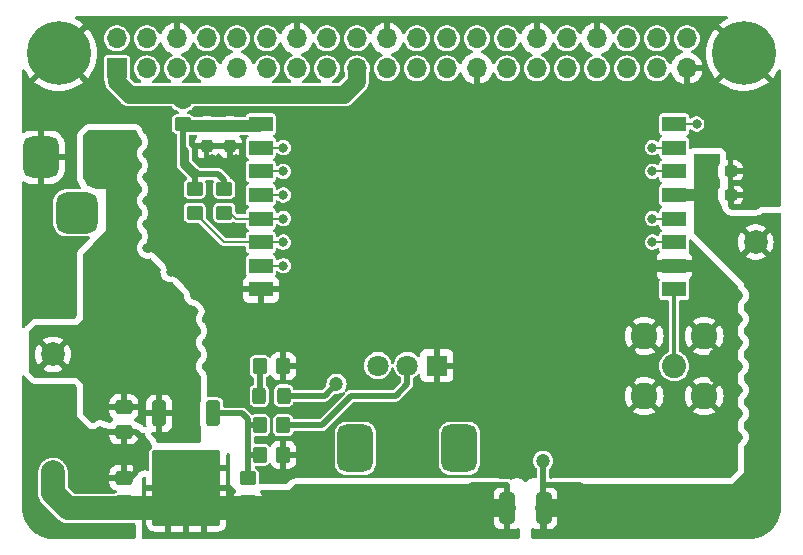
<source format=gtl>
G04 #@! TF.GenerationSoftware,KiCad,Pcbnew,7.0.1*
G04 #@! TF.CreationDate,2024-03-31T21:38:23-04:00*
G04 #@! TF.ProjectId,Radio HAT,52616469-6f20-4484-9154-2e6b69636164,v1.1*
G04 #@! TF.SameCoordinates,Original*
G04 #@! TF.FileFunction,Copper,L1,Top*
G04 #@! TF.FilePolarity,Positive*
%FSLAX46Y46*%
G04 Gerber Fmt 4.6, Leading zero omitted, Abs format (unit mm)*
G04 Created by KiCad (PCBNEW 7.0.1) date 2024-03-31 21:38:23*
%MOMM*%
%LPD*%
G01*
G04 APERTURE LIST*
G04 Aperture macros list*
%AMRoundRect*
0 Rectangle with rounded corners*
0 $1 Rounding radius*
0 $2 $3 $4 $5 $6 $7 $8 $9 X,Y pos of 4 corners*
0 Add a 4 corners polygon primitive as box body*
4,1,4,$2,$3,$4,$5,$6,$7,$8,$9,$2,$3,0*
0 Add four circle primitives for the rounded corners*
1,1,$1+$1,$2,$3*
1,1,$1+$1,$4,$5*
1,1,$1+$1,$6,$7*
1,1,$1+$1,$8,$9*
0 Add four rect primitives between the rounded corners*
20,1,$1+$1,$2,$3,$4,$5,0*
20,1,$1+$1,$4,$5,$6,$7,0*
20,1,$1+$1,$6,$7,$8,$9,0*
20,1,$1+$1,$8,$9,$2,$3,0*%
G04 Aperture macros list end*
G04 #@! TA.AperFunction,SMDPad,CuDef*
%ADD10RoundRect,0.250000X0.350000X0.450000X-0.350000X0.450000X-0.350000X-0.450000X0.350000X-0.450000X0*%
G04 #@! TD*
G04 #@! TA.AperFunction,SMDPad,CuDef*
%ADD11RoundRect,0.250000X-0.400000X-1.075000X0.400000X-1.075000X0.400000X1.075000X-0.400000X1.075000X0*%
G04 #@! TD*
G04 #@! TA.AperFunction,ComponentPad*
%ADD12C,2.000000*%
G04 #@! TD*
G04 #@! TA.AperFunction,SMDPad,CuDef*
%ADD13RoundRect,0.250000X0.450000X-0.350000X0.450000X0.350000X-0.450000X0.350000X-0.450000X-0.350000X0*%
G04 #@! TD*
G04 #@! TA.AperFunction,ComponentPad*
%ADD14R,1.800000X1.800000*%
G04 #@! TD*
G04 #@! TA.AperFunction,ComponentPad*
%ADD15C,1.800000*%
G04 #@! TD*
G04 #@! TA.AperFunction,ComponentPad*
%ADD16RoundRect,0.750000X-0.750000X1.250000X-0.750000X-1.250000X0.750000X-1.250000X0.750000X1.250000X0*%
G04 #@! TD*
G04 #@! TA.AperFunction,SMDPad,CuDef*
%ADD17RoundRect,0.250000X-0.475000X0.337500X-0.475000X-0.337500X0.475000X-0.337500X0.475000X0.337500X0*%
G04 #@! TD*
G04 #@! TA.AperFunction,SMDPad,CuDef*
%ADD18RoundRect,0.237500X-0.237500X0.300000X-0.237500X-0.300000X0.237500X-0.300000X0.237500X0.300000X0*%
G04 #@! TD*
G04 #@! TA.AperFunction,SMDPad,CuDef*
%ADD19RoundRect,0.237500X-0.300000X-0.237500X0.300000X-0.237500X0.300000X0.237500X-0.300000X0.237500X0*%
G04 #@! TD*
G04 #@! TA.AperFunction,SMDPad,CuDef*
%ADD20RoundRect,0.250000X-0.450000X0.350000X-0.450000X-0.350000X0.450000X-0.350000X0.450000X0.350000X0*%
G04 #@! TD*
G04 #@! TA.AperFunction,ComponentPad*
%ADD21C,2.050000*%
G04 #@! TD*
G04 #@! TA.AperFunction,ComponentPad*
%ADD22C,2.250000*%
G04 #@! TD*
G04 #@! TA.AperFunction,SMDPad,CuDef*
%ADD23RoundRect,0.250000X0.475000X-0.337500X0.475000X0.337500X-0.475000X0.337500X-0.475000X-0.337500X0*%
G04 #@! TD*
G04 #@! TA.AperFunction,ComponentPad*
%ADD24C,0.800000*%
G04 #@! TD*
G04 #@! TA.AperFunction,ComponentPad*
%ADD25C,5.400000*%
G04 #@! TD*
G04 #@! TA.AperFunction,ComponentPad*
%ADD26R,1.700000X1.700000*%
G04 #@! TD*
G04 #@! TA.AperFunction,ComponentPad*
%ADD27O,1.700000X1.700000*%
G04 #@! TD*
G04 #@! TA.AperFunction,SMDPad,CuDef*
%ADD28RoundRect,0.250000X-0.350000X0.850000X-0.350000X-0.850000X0.350000X-0.850000X0.350000X0.850000X0*%
G04 #@! TD*
G04 #@! TA.AperFunction,SMDPad,CuDef*
%ADD29RoundRect,0.250000X-1.125000X1.275000X-1.125000X-1.275000X1.125000X-1.275000X1.125000X1.275000X0*%
G04 #@! TD*
G04 #@! TA.AperFunction,SMDPad,CuDef*
%ADD30RoundRect,0.249997X-2.650003X2.950003X-2.650003X-2.950003X2.650003X-2.950003X2.650003X2.950003X0*%
G04 #@! TD*
G04 #@! TA.AperFunction,SMDPad,CuDef*
%ADD31R,2.000000X1.300000*%
G04 #@! TD*
G04 #@! TA.AperFunction,SMDPad,CuDef*
%ADD32R,11.500000X4.700000*%
G04 #@! TD*
G04 #@! TA.AperFunction,ComponentPad*
%ADD33R,3.500000X3.500000*%
G04 #@! TD*
G04 #@! TA.AperFunction,ComponentPad*
%ADD34RoundRect,0.750000X-0.750000X-1.000000X0.750000X-1.000000X0.750000X1.000000X-0.750000X1.000000X0*%
G04 #@! TD*
G04 #@! TA.AperFunction,ComponentPad*
%ADD35RoundRect,0.875000X-0.875000X-0.875000X0.875000X-0.875000X0.875000X0.875000X-0.875000X0.875000X0*%
G04 #@! TD*
G04 #@! TA.AperFunction,SMDPad,CuDef*
%ADD36RoundRect,0.250000X-0.325000X-0.450000X0.325000X-0.450000X0.325000X0.450000X-0.325000X0.450000X0*%
G04 #@! TD*
G04 #@! TA.AperFunction,SMDPad,CuDef*
%ADD37RoundRect,0.250000X-0.350000X-0.450000X0.350000X-0.450000X0.350000X0.450000X-0.350000X0.450000X0*%
G04 #@! TD*
G04 #@! TA.AperFunction,ViaPad*
%ADD38C,0.800000*%
G04 #@! TD*
G04 #@! TA.AperFunction,ViaPad*
%ADD39C,1.200000*%
G04 #@! TD*
G04 #@! TA.AperFunction,Conductor*
%ADD40C,0.500000*%
G04 #@! TD*
G04 #@! TA.AperFunction,Conductor*
%ADD41C,2.000000*%
G04 #@! TD*
G04 #@! TA.AperFunction,Conductor*
%ADD42C,1.500000*%
G04 #@! TD*
G04 #@! TA.AperFunction,Conductor*
%ADD43C,1.000000*%
G04 #@! TD*
G04 #@! TA.AperFunction,Conductor*
%ADD44C,0.200000*%
G04 #@! TD*
G04 #@! TA.AperFunction,Conductor*
%ADD45C,0.359250*%
G04 #@! TD*
G04 APERTURE END LIST*
D10*
X122500000Y-130000000D03*
X120500000Y-130000000D03*
D11*
X141450000Y-142000000D03*
X144550000Y-142000000D03*
D12*
X103000000Y-139000000D03*
X103000000Y-134000000D03*
D13*
X119500000Y-141500000D03*
X119500000Y-139500000D03*
D14*
X135500000Y-129950000D03*
D15*
X133000000Y-129950000D03*
X130500000Y-129950000D03*
D16*
X137400000Y-136950000D03*
X128600000Y-136950000D03*
D13*
X117500000Y-117000000D03*
X117500000Y-115000000D03*
D17*
X109000000Y-133462500D03*
X109000000Y-135537500D03*
D18*
X116000000Y-109637500D03*
X116000000Y-111362500D03*
D19*
X158637500Y-113500000D03*
X160362500Y-113500000D03*
D20*
X114000000Y-107500000D03*
X114000000Y-109500000D03*
D21*
X155600000Y-130000000D03*
D22*
X153060000Y-127460000D03*
X153060000Y-132540000D03*
X158140000Y-127460000D03*
X158140000Y-132540000D03*
D23*
X109000000Y-141537500D03*
X109000000Y-139462500D03*
D24*
X159475000Y-103500000D03*
X160068109Y-102068109D03*
X160068109Y-104931891D03*
X161500000Y-101475000D03*
D25*
X161500000Y-103500000D03*
D24*
X161500000Y-105525000D03*
X162931891Y-102068109D03*
X162931891Y-104931891D03*
X163525000Y-103500000D03*
D26*
X108400000Y-104790000D03*
D27*
X108400000Y-102250000D03*
X110940000Y-104790000D03*
X110940000Y-102250000D03*
X113480000Y-104790000D03*
X113480000Y-102250000D03*
X116020000Y-104790000D03*
X116020000Y-102250000D03*
X118560000Y-104790000D03*
X118560000Y-102250000D03*
X121100000Y-104790000D03*
X121100000Y-102250000D03*
X123640000Y-104790000D03*
X123640000Y-102250000D03*
X126180000Y-104790000D03*
X126180000Y-102250000D03*
X128720000Y-104790000D03*
X128720000Y-102250000D03*
X131260000Y-104790000D03*
X131260000Y-102250000D03*
X133800000Y-104790000D03*
X133800000Y-102250000D03*
X136340000Y-104790000D03*
X136340000Y-102250000D03*
X138880000Y-104790000D03*
X138880000Y-102250000D03*
X141420000Y-104790000D03*
X141420000Y-102250000D03*
X143960000Y-104790000D03*
X143960000Y-102250000D03*
X146500000Y-104790000D03*
X146500000Y-102250000D03*
X149040000Y-104790000D03*
X149040000Y-102250000D03*
X151580000Y-104790000D03*
X151580000Y-102250000D03*
X154120000Y-104790000D03*
X154120000Y-102250000D03*
X156660000Y-104790000D03*
X156660000Y-102250000D03*
D28*
X116560000Y-134000000D03*
D29*
X115805000Y-138625000D03*
X112755000Y-138625000D03*
D30*
X114280000Y-140300000D03*
D29*
X115805000Y-141975000D03*
X112755000Y-141975000D03*
D28*
X112000000Y-134000000D03*
D13*
X115000000Y-117000000D03*
X115000000Y-115000000D03*
D31*
X155600000Y-123500000D03*
X155600000Y-121500000D03*
X155600000Y-119500000D03*
X155600000Y-117500000D03*
X155600000Y-115500000D03*
X155600000Y-113500000D03*
X155600000Y-111500000D03*
X155600000Y-109500000D03*
X120600000Y-109500000D03*
X120600000Y-111500000D03*
X120600000Y-113500000D03*
X120600000Y-115500000D03*
X120600000Y-117500000D03*
X120600000Y-119500000D03*
X120600000Y-121500000D03*
X120600000Y-123500000D03*
D32*
X141032500Y-114750000D03*
D12*
X162500000Y-119500000D03*
D33*
X108000000Y-112300000D03*
D34*
X102000000Y-112300000D03*
D35*
X105000000Y-117000000D03*
D36*
X120475000Y-132500000D03*
X122525000Y-132500000D03*
D19*
X158637500Y-115500000D03*
X160362500Y-115500000D03*
D37*
X120500000Y-135000000D03*
X122500000Y-135000000D03*
X120500000Y-137500000D03*
X122500000Y-137500000D03*
D18*
X118000000Y-109637500D03*
X118000000Y-111362500D03*
D12*
X103000000Y-129000000D03*
D24*
X101475000Y-103500000D03*
X102068109Y-102068109D03*
X102068109Y-104931891D03*
X103500000Y-101475000D03*
D25*
X103500000Y-103500000D03*
D24*
X103500000Y-105525000D03*
X104931891Y-102068109D03*
X104931891Y-104931891D03*
X105525000Y-103500000D03*
D38*
X160000000Y-109000000D03*
X103000000Y-109000000D03*
X111000000Y-114000000D03*
X135000000Y-139000000D03*
D39*
X136000000Y-113000000D03*
D38*
X134000000Y-115000000D03*
X149000000Y-130000000D03*
X105000000Y-144000000D03*
D39*
X146000000Y-113000000D03*
D38*
X132000000Y-124000000D03*
X113000000Y-118000000D03*
X141000000Y-119000000D03*
X164000000Y-107000000D03*
X101000000Y-137000000D03*
X158000000Y-125000000D03*
X159000000Y-122000000D03*
X142000000Y-111000000D03*
X111000000Y-110000000D03*
X153000000Y-124000000D03*
X131000000Y-139000000D03*
X144000000Y-124000000D03*
X162000000Y-115500000D03*
X130000000Y-124000000D03*
X156000000Y-139000000D03*
X152000000Y-129000000D03*
X153000000Y-123000000D03*
X113000000Y-112000000D03*
X116500000Y-112500000D03*
D39*
X118500000Y-123500000D03*
D38*
X123000000Y-109000000D03*
X148000000Y-120000000D03*
X146000000Y-124000000D03*
X145000000Y-119000000D03*
X149000000Y-128000000D03*
X118500000Y-112500000D03*
X164000000Y-109000000D03*
X146000000Y-111000000D03*
X103000000Y-125000000D03*
X124000000Y-124000000D03*
X140000000Y-111000000D03*
X107000000Y-135500000D03*
X152000000Y-122000000D03*
X140000000Y-124000000D03*
X160000000Y-107000000D03*
X161000000Y-134000000D03*
X107000000Y-144000000D03*
X101000000Y-142000000D03*
X159000000Y-123000000D03*
X146000000Y-107000000D03*
X101000000Y-121000000D03*
X144000000Y-111000000D03*
X101000000Y-125000000D03*
D39*
X146000000Y-116500000D03*
D38*
X101000000Y-109000000D03*
X124000000Y-139000000D03*
X153000000Y-121000000D03*
X116000000Y-126000000D03*
X111000000Y-116000000D03*
X158000000Y-130000000D03*
X159000000Y-129000000D03*
X136000000Y-124000000D03*
X150000000Y-122000000D03*
X126000000Y-124000000D03*
X162000000Y-107000000D03*
X118000000Y-126000000D03*
X152000000Y-131000000D03*
X138000000Y-111000000D03*
X161000000Y-132000000D03*
X164000000Y-113500000D03*
X149000000Y-132000000D03*
X116000000Y-130000000D03*
X162000000Y-113500000D03*
X111000000Y-112000000D03*
X152000000Y-130000000D03*
X140000000Y-139000000D03*
X120000000Y-128000000D03*
X113000000Y-122000000D03*
X146000000Y-139000000D03*
X150000000Y-139000000D03*
X148000000Y-122000000D03*
X146000000Y-134000000D03*
X148000000Y-126000000D03*
X128000000Y-124000000D03*
X127000000Y-109000000D03*
D39*
X136000000Y-116500000D03*
D38*
X144000000Y-109000000D03*
D39*
X141000000Y-113000000D03*
D38*
X161000000Y-126000000D03*
X120000000Y-126000000D03*
X104500000Y-111000000D03*
X113000000Y-120000000D03*
X115000000Y-124000000D03*
D39*
X122500000Y-128000000D03*
D38*
X152000000Y-124000000D03*
X118000000Y-130000000D03*
X138000000Y-124000000D03*
X141000000Y-132000000D03*
X142000000Y-126000000D03*
X158000000Y-121000000D03*
X140000000Y-107000000D03*
X152000000Y-139000000D03*
X126000000Y-139000000D03*
X150000000Y-118000000D03*
X146000000Y-122000000D03*
X103000000Y-123000000D03*
X162000000Y-109000000D03*
X161000000Y-124000000D03*
X161000000Y-130000000D03*
X132000000Y-109000000D03*
X150000000Y-124000000D03*
X150000000Y-120000000D03*
X107000000Y-139500000D03*
X164000000Y-111000000D03*
X109000000Y-144000000D03*
X125000000Y-109000000D03*
X101000000Y-123000000D03*
X144000000Y-126000000D03*
X142000000Y-124000000D03*
X134000000Y-124000000D03*
X162000000Y-111000000D03*
X121500000Y-139250000D03*
X133000000Y-139000000D03*
X141000000Y-128000000D03*
X111000000Y-118000000D03*
X142000000Y-134000000D03*
X104500000Y-113000000D03*
X154000000Y-139000000D03*
X159000000Y-131000000D03*
X148000000Y-139000000D03*
X101000000Y-119000000D03*
X161000000Y-128000000D03*
X143000000Y-119000000D03*
X116000000Y-128000000D03*
X158000000Y-139000000D03*
X118000000Y-128000000D03*
X159000000Y-130000000D03*
X153000000Y-122000000D03*
X141000000Y-130000000D03*
X101000000Y-132000000D03*
X118000000Y-132000000D03*
X146000000Y-126000000D03*
X164000000Y-115500000D03*
X153000000Y-125000000D03*
X144000000Y-134000000D03*
X113000000Y-114000000D03*
X152000000Y-125000000D03*
X158000000Y-122000000D03*
X146000000Y-109000000D03*
X159000000Y-124000000D03*
X158000000Y-124000000D03*
X158000000Y-123000000D03*
X148000000Y-134000000D03*
D39*
X141000000Y-116500000D03*
D38*
X159000000Y-125000000D03*
X103000000Y-144000000D03*
X160000000Y-138000000D03*
X113000000Y-116000000D03*
X142000000Y-107000000D03*
X148000000Y-124000000D03*
X152000000Y-123000000D03*
X153000000Y-130000000D03*
X161000000Y-136000000D03*
X103000000Y-121000000D03*
X111000000Y-120000000D03*
X122500000Y-121500000D03*
X153750000Y-113500000D03*
X153750000Y-111500000D03*
X157500000Y-109500000D03*
X122500000Y-113500000D03*
X122500000Y-111500000D03*
X153750000Y-119500000D03*
X122500000Y-115500000D03*
X122500000Y-117500000D03*
X122500000Y-119500000D03*
X153750000Y-117500000D03*
D39*
X144500000Y-138000000D03*
X127000000Y-131500000D03*
D40*
X141450000Y-142000000D02*
X141450000Y-140050000D01*
D41*
X103000000Y-139000000D02*
X103000000Y-140750000D01*
D40*
X141450000Y-140050000D02*
X138450000Y-140050000D01*
D42*
X141450000Y-142000000D02*
X139000000Y-142000000D01*
D40*
X138450000Y-140050000D02*
X137500000Y-141000000D01*
D41*
X104287500Y-142037500D02*
X109000000Y-142037500D01*
X123525000Y-141975000D02*
X124000000Y-141500000D01*
X103000000Y-140750000D02*
X104287500Y-142037500D01*
X112692500Y-142037500D02*
X112755000Y-141975000D01*
D40*
X141450000Y-142000000D02*
X141450000Y-144200000D01*
D41*
X112755000Y-141975000D02*
X123525000Y-141975000D01*
X109000000Y-142037500D02*
X112692500Y-142037500D01*
D40*
X119000000Y-111500000D02*
X119000000Y-112500000D01*
X109000000Y-135537500D02*
X107537500Y-135537500D01*
X110000000Y-139000000D02*
X110000000Y-137000000D01*
D43*
X155600000Y-121500000D02*
X153000000Y-121500000D01*
D40*
X115000000Y-111362500D02*
X115000000Y-112500000D01*
X118000000Y-111362500D02*
X118862500Y-111362500D01*
X160362500Y-114637500D02*
X160500000Y-114500000D01*
X110037500Y-135537500D02*
X111000000Y-136500000D01*
X116000000Y-111362500D02*
X115000000Y-111362500D01*
X107537500Y-135537500D02*
X107500000Y-135500000D01*
X109000000Y-135537500D02*
X110037500Y-135537500D01*
X160500000Y-114500000D02*
X162000000Y-114500000D01*
X160362500Y-115500000D02*
X160362500Y-116362500D01*
X160362500Y-116362500D02*
X160500000Y-116500000D01*
X109537500Y-139462500D02*
X110000000Y-139000000D01*
X109000000Y-139462500D02*
X109537500Y-139462500D01*
X160500000Y-116500000D02*
X162500000Y-116500000D01*
D43*
X155600000Y-121500000D02*
X158000000Y-121500000D01*
D40*
X160362500Y-115500000D02*
X160362500Y-114637500D01*
X118862500Y-111362500D02*
X119000000Y-111500000D01*
D42*
X108400000Y-105900000D02*
X108400000Y-104790000D01*
X127625000Y-107000000D02*
X113000000Y-107000000D01*
X114000000Y-107500000D02*
X113500000Y-107000000D01*
X113500000Y-107000000D02*
X113000000Y-107000000D01*
X109500000Y-107000000D02*
X108400000Y-105900000D01*
X128720000Y-104790000D02*
X128720000Y-105905000D01*
X128720000Y-105905000D02*
X127625000Y-107000000D01*
X113000000Y-107000000D02*
X109500000Y-107000000D01*
D44*
X120600000Y-121500000D02*
X122500000Y-121500000D01*
X155600000Y-113500000D02*
X153750000Y-113500000D01*
X155600000Y-111500000D02*
X153750000Y-111500000D01*
X155600000Y-109500000D02*
X157500000Y-109500000D01*
X120600000Y-113500000D02*
X122500000Y-113500000D01*
X120600000Y-111500000D02*
X122500000Y-111500000D01*
X155600000Y-119500000D02*
X153750000Y-119500000D01*
X120600000Y-115500000D02*
X122500000Y-115500000D01*
X118500000Y-117500000D02*
X120600000Y-117500000D01*
X117500000Y-117000000D02*
X118000000Y-117000000D01*
X120600000Y-117500000D02*
X122500000Y-117500000D01*
X118000000Y-117000000D02*
X118500000Y-117500000D01*
X117500000Y-119500000D02*
X115000000Y-117000000D01*
X120600000Y-119500000D02*
X122500000Y-119500000D01*
X120600000Y-119500000D02*
X117500000Y-119500000D01*
X155600000Y-117500000D02*
X153750000Y-117500000D01*
D45*
X155600000Y-123500000D02*
X155600000Y-130000000D01*
D40*
X117000000Y-113750000D02*
X115260051Y-113750000D01*
X115000000Y-114000000D02*
X114000000Y-113000000D01*
D43*
X114137500Y-109637500D02*
X114000000Y-109500000D01*
X120462500Y-109637500D02*
X120600000Y-109500000D01*
X118000000Y-109637500D02*
X120462500Y-109637500D01*
X116000000Y-109637500D02*
X114137500Y-109637500D01*
D40*
X114300000Y-112789949D02*
X114300000Y-111800000D01*
X117500000Y-115000000D02*
X117500000Y-114250000D01*
X114300000Y-111800000D02*
X114000000Y-111500000D01*
D43*
X116000000Y-109637500D02*
X118000000Y-109637500D01*
D40*
X115260051Y-113750000D02*
X114300000Y-112789949D01*
X114000000Y-113000000D02*
X114000000Y-111500000D01*
X117500000Y-114250000D02*
X117000000Y-113750000D01*
X115000000Y-115000000D02*
X115000000Y-114000000D01*
X114000000Y-111500000D02*
X114000000Y-109500000D01*
X120500000Y-137500000D02*
X119500000Y-137500000D01*
X119500000Y-134500000D02*
X119000000Y-134000000D01*
X119500000Y-139500000D02*
X119500000Y-137500000D01*
X119500000Y-137500000D02*
X119500000Y-135000000D01*
X119000000Y-134000000D02*
X116560000Y-134000000D01*
X120500000Y-135000000D02*
X119500000Y-135000000D01*
X119500000Y-135000000D02*
X119500000Y-134500000D01*
X128250000Y-132500000D02*
X132000000Y-132500000D01*
X122500000Y-135000000D02*
X125750000Y-135000000D01*
X125750000Y-135000000D02*
X128250000Y-132500000D01*
X132000000Y-132500000D02*
X133000000Y-131500000D01*
X133000000Y-131500000D02*
X133000000Y-129950000D01*
X126000000Y-132500000D02*
X127000000Y-131500000D01*
X144500000Y-140000000D02*
X144500000Y-141950000D01*
X147600000Y-140100000D02*
X148500000Y-141000000D01*
X122525000Y-132500000D02*
X126000000Y-132500000D01*
X144550000Y-142000000D02*
X144500000Y-142050000D01*
D42*
X144550000Y-142000000D02*
X147000000Y-142000000D01*
D40*
X144500000Y-142050000D02*
X144500000Y-144250000D01*
X144500000Y-140000000D02*
X144600000Y-140100000D01*
X144600000Y-140100000D02*
X147600000Y-140100000D01*
D43*
X155600000Y-115500000D02*
X158637500Y-115500000D01*
X158637500Y-115500000D02*
X158637500Y-113500000D01*
D40*
X144500000Y-141950000D02*
X144550000Y-142000000D01*
X144500000Y-138000000D02*
X144500000Y-140000000D01*
D45*
X120500000Y-132475000D02*
X120475000Y-132500000D01*
D40*
X120500000Y-130000000D02*
X120500000Y-132475000D01*
G04 #@! TA.AperFunction,Conductor*
G36*
X117842317Y-137361430D02*
G01*
X117891680Y-137391680D01*
X117963681Y-137463681D01*
X117990561Y-137503909D01*
X118000000Y-137551362D01*
X118000000Y-140000000D01*
X118481988Y-140481988D01*
X118514082Y-140537575D01*
X118514082Y-140601763D01*
X118481988Y-140657350D01*
X118457683Y-140681654D01*
X118365642Y-140830877D01*
X118310493Y-140997303D01*
X118300000Y-141100021D01*
X118300000Y-141250000D01*
X120699999Y-141250000D01*
X120699999Y-141100021D01*
X120689506Y-140997304D01*
X120634358Y-140830879D01*
X120546906Y-140689097D01*
X120528475Y-140626705D01*
X120544168Y-140563568D01*
X120589666Y-140517067D01*
X120652445Y-140500000D01*
X123000000Y-140500000D01*
X123463680Y-140036319D01*
X123503909Y-140009439D01*
X123551362Y-140000000D01*
X140688664Y-140000000D01*
X140754984Y-140019226D01*
X140800739Y-140070942D01*
X140811740Y-140139111D01*
X140784575Y-140202594D01*
X140742341Y-140231621D01*
X140743213Y-140233034D01*
X140581654Y-140332683D01*
X140457683Y-140456654D01*
X140365642Y-140605877D01*
X140310493Y-140772303D01*
X140300000Y-140875021D01*
X140300000Y-141750000D01*
X141576000Y-141750000D01*
X141638000Y-141766613D01*
X141683387Y-141812000D01*
X141700000Y-141874000D01*
X141700000Y-143824999D01*
X141899979Y-143824999D01*
X142002695Y-143814506D01*
X142169120Y-143759358D01*
X142310903Y-143671906D01*
X142373295Y-143653475D01*
X142436432Y-143669168D01*
X142482933Y-143714666D01*
X142500000Y-143777445D01*
X142500000Y-144494500D01*
X142483387Y-144556500D01*
X142438000Y-144601887D01*
X142376000Y-144618500D01*
X110624000Y-144618500D01*
X110562000Y-144601887D01*
X110516613Y-144556500D01*
X110500000Y-144494500D01*
X110500000Y-142225000D01*
X110880001Y-142225000D01*
X110880001Y-143299981D01*
X110890493Y-143402697D01*
X110945641Y-143569123D01*
X111037682Y-143718346D01*
X111161653Y-143842317D01*
X111310876Y-143934358D01*
X111477301Y-143989506D01*
X111536134Y-143995516D01*
X111552167Y-144000000D01*
X111573701Y-144000000D01*
X111586304Y-144000642D01*
X111593461Y-144001373D01*
X111601419Y-144000000D01*
X111631379Y-144000000D01*
X111631384Y-143999999D01*
X112505000Y-143999999D01*
X112505000Y-142225000D01*
X113005000Y-142225000D01*
X113005000Y-143999999D01*
X114030000Y-143999999D01*
X114030000Y-142225000D01*
X114530000Y-142225000D01*
X114530000Y-143999999D01*
X114619752Y-143999999D01*
X114619764Y-144000000D01*
X115555000Y-144000000D01*
X115555000Y-142225000D01*
X116055000Y-142225000D01*
X116055000Y-143999999D01*
X116979981Y-143999999D01*
X117082697Y-143989506D01*
X117249123Y-143934358D01*
X117398346Y-143842317D01*
X117522317Y-143718346D01*
X117614358Y-143569123D01*
X117669506Y-143402698D01*
X117680000Y-143299981D01*
X117680000Y-142225000D01*
X116055000Y-142225000D01*
X115555000Y-142225000D01*
X114530000Y-142225000D01*
X114030000Y-142225000D01*
X113005000Y-142225000D01*
X112505000Y-142225000D01*
X110880001Y-142225000D01*
X110500000Y-142225000D01*
X110500000Y-141750000D01*
X118300001Y-141750000D01*
X118300001Y-141899979D01*
X118310493Y-142002695D01*
X118365642Y-142169122D01*
X118457683Y-142318345D01*
X118581654Y-142442316D01*
X118730877Y-142534357D01*
X118897303Y-142589506D01*
X119000021Y-142600000D01*
X119250000Y-142600000D01*
X119250000Y-141750000D01*
X119750000Y-141750000D01*
X119750000Y-142599999D01*
X119999979Y-142599999D01*
X120102695Y-142589506D01*
X120269122Y-142534357D01*
X120418345Y-142442316D01*
X120542316Y-142318345D01*
X120584471Y-142250000D01*
X140300001Y-142250000D01*
X140300001Y-143124979D01*
X140310493Y-143227695D01*
X140365642Y-143394122D01*
X140457683Y-143543345D01*
X140581654Y-143667316D01*
X140730877Y-143759357D01*
X140897303Y-143814506D01*
X141000021Y-143825000D01*
X141200000Y-143825000D01*
X141200000Y-142250000D01*
X140300001Y-142250000D01*
X120584471Y-142250000D01*
X120634357Y-142169122D01*
X120689506Y-142002696D01*
X120700000Y-141899979D01*
X120700000Y-141750000D01*
X119750000Y-141750000D01*
X119250000Y-141750000D01*
X118300001Y-141750000D01*
X110500000Y-141750000D01*
X110500000Y-140550000D01*
X110880000Y-140550000D01*
X110880000Y-141724999D01*
X110880002Y-141725000D01*
X112505000Y-141725000D01*
X112505000Y-140550000D01*
X113005000Y-140550000D01*
X113005000Y-141725000D01*
X114030000Y-141725000D01*
X114030000Y-140550000D01*
X114530000Y-140550000D01*
X114530000Y-141725000D01*
X115555000Y-141725000D01*
X115555000Y-140550000D01*
X116055000Y-140550000D01*
X116055000Y-141725000D01*
X117679999Y-141725000D01*
X117679999Y-140550000D01*
X116055000Y-140550000D01*
X115555000Y-140550000D01*
X114530000Y-140550000D01*
X114030000Y-140550000D01*
X113005000Y-140550000D01*
X112505000Y-140550000D01*
X110880000Y-140550000D01*
X110500000Y-140550000D01*
X110500000Y-139616825D01*
X110507477Y-139574417D01*
X110529008Y-139537123D01*
X110537570Y-139526918D01*
X110550366Y-139511667D01*
X110557662Y-139503704D01*
X110561591Y-139499777D01*
X110580833Y-139475439D01*
X110583090Y-139472670D01*
X110611967Y-139438256D01*
X110631302Y-139415214D01*
X110631303Y-139415211D01*
X110632115Y-139414244D01*
X110642574Y-139397825D01*
X110643108Y-139396680D01*
X110643111Y-139396677D01*
X110643617Y-139395589D01*
X110648361Y-139390035D01*
X110652106Y-139385301D01*
X110652284Y-139385442D01*
X110686659Y-139345194D01*
X110749509Y-139324164D01*
X110814214Y-139338508D01*
X110862289Y-139384129D01*
X110880000Y-139447994D01*
X110880000Y-140050000D01*
X112505000Y-140050000D01*
X112505000Y-138875000D01*
X113005000Y-138875000D01*
X113005000Y-140050000D01*
X115555000Y-140050000D01*
X115555000Y-138875000D01*
X116055000Y-138875000D01*
X116055000Y-140050000D01*
X117679999Y-140050000D01*
X117679999Y-139962262D01*
X117680000Y-139962252D01*
X117680000Y-138875000D01*
X116055000Y-138875000D01*
X115555000Y-138875000D01*
X113005000Y-138875000D01*
X112505000Y-138875000D01*
X112505000Y-138499000D01*
X112521613Y-138437000D01*
X112567000Y-138391613D01*
X112629000Y-138375000D01*
X117679999Y-138375000D01*
X117679999Y-137479361D01*
X117693514Y-137423066D01*
X117731114Y-137379043D01*
X117784601Y-137356888D01*
X117842317Y-137361430D01*
G37*
G04 #@! TD.AperFunction*
G04 #@! TA.AperFunction,Conductor*
G36*
X105000000Y-136000000D02*
G01*
X101000000Y-136000000D01*
X101000000Y-132000000D01*
X105000000Y-132000000D01*
X105000000Y-136000000D01*
G37*
G04 #@! TD.AperFunction*
G04 #@! TA.AperFunction,Conductor*
G36*
X159560885Y-116305027D02*
G01*
X159598485Y-116349050D01*
X159610504Y-116399113D01*
X159611162Y-116399037D01*
X159611803Y-116404526D01*
X159612000Y-116405345D01*
X159612000Y-116406208D01*
X159615598Y-116436996D01*
X159615964Y-116440581D01*
X159620502Y-116492454D01*
X159622610Y-116516541D01*
X159626829Y-116535571D01*
X159627258Y-116536751D01*
X159627259Y-116536755D01*
X159652913Y-116607242D01*
X159654082Y-116610607D01*
X159678080Y-116683024D01*
X159686575Y-116700572D01*
X159728479Y-116764284D01*
X159730389Y-116767282D01*
X159750127Y-116799281D01*
X159770452Y-116832233D01*
X159782752Y-116847330D01*
X159838214Y-116899655D01*
X159840802Y-116902169D01*
X159924268Y-116985635D01*
X159936044Y-116999260D01*
X159950390Y-117018530D01*
X159988343Y-117050376D01*
X159996322Y-117057689D01*
X160000224Y-117061591D01*
X160024542Y-117080819D01*
X160027298Y-117083063D01*
X160084786Y-117131302D01*
X160084788Y-117131303D01*
X160085757Y-117132116D01*
X160102177Y-117142576D01*
X160103321Y-117143109D01*
X160103323Y-117143111D01*
X160171357Y-117174835D01*
X160174456Y-117176335D01*
X160236476Y-117207483D01*
X160242704Y-117210611D01*
X160261084Y-117216998D01*
X160262321Y-117217253D01*
X160262327Y-117217256D01*
X160335862Y-117232439D01*
X160339209Y-117233181D01*
X160412279Y-117250500D01*
X160412281Y-117250500D01*
X160413505Y-117250790D01*
X160432876Y-117252769D01*
X160434140Y-117252732D01*
X160434144Y-117252733D01*
X160509110Y-117250552D01*
X160512716Y-117250500D01*
X162543704Y-117250500D01*
X162543709Y-117250500D01*
X162674255Y-117235241D01*
X162839117Y-117175237D01*
X162985696Y-117078830D01*
X163023365Y-117038903D01*
X163064442Y-117010141D01*
X163113556Y-117000000D01*
X164494500Y-117000000D01*
X164556500Y-117016613D01*
X164601887Y-117062000D01*
X164618500Y-117124000D01*
X164618500Y-141996519D01*
X164618305Y-142003472D01*
X164602425Y-142286228D01*
X164600868Y-142300046D01*
X164554015Y-142575804D01*
X164550921Y-142589360D01*
X164473486Y-142858144D01*
X164468893Y-142871270D01*
X164361852Y-143129690D01*
X164355818Y-143142219D01*
X164220514Y-143387031D01*
X164213117Y-143398804D01*
X164051256Y-143626927D01*
X164042586Y-143637799D01*
X163856199Y-143846366D01*
X163846366Y-143856199D01*
X163637799Y-144042586D01*
X163626927Y-144051256D01*
X163398804Y-144213117D01*
X163387031Y-144220514D01*
X163142219Y-144355818D01*
X163129690Y-144361852D01*
X162871270Y-144468893D01*
X162858144Y-144473486D01*
X162589360Y-144550921D01*
X162575804Y-144554015D01*
X162300046Y-144600868D01*
X162286228Y-144602425D01*
X162003472Y-144618305D01*
X161996519Y-144618500D01*
X143624000Y-144618500D01*
X143562000Y-144601887D01*
X143516613Y-144556500D01*
X143500000Y-144494500D01*
X143500000Y-143777445D01*
X143517067Y-143714666D01*
X143563568Y-143669168D01*
X143626705Y-143653475D01*
X143689097Y-143671906D01*
X143830879Y-143759358D01*
X143997303Y-143814506D01*
X144100021Y-143825000D01*
X144300000Y-143825000D01*
X144300000Y-142250000D01*
X144800000Y-142250000D01*
X144800000Y-143824999D01*
X144999979Y-143824999D01*
X145102695Y-143814506D01*
X145269122Y-143759357D01*
X145418345Y-143667316D01*
X145542316Y-143543345D01*
X145634357Y-143394122D01*
X145689506Y-143227696D01*
X145700000Y-143124979D01*
X145700000Y-142250000D01*
X144800000Y-142250000D01*
X144300000Y-142250000D01*
X144300000Y-141874000D01*
X144316613Y-141812000D01*
X144362000Y-141766613D01*
X144424000Y-141750000D01*
X145699999Y-141750000D01*
X145699999Y-140875021D01*
X145689506Y-140772304D01*
X145634357Y-140605877D01*
X145542316Y-140456654D01*
X145418345Y-140332683D01*
X145256787Y-140233034D01*
X145257658Y-140231621D01*
X145215425Y-140202594D01*
X145188260Y-140139111D01*
X145199261Y-140070942D01*
X145245016Y-140019226D01*
X145311336Y-140000000D01*
X160500000Y-140000000D01*
X161500000Y-139000000D01*
X161500000Y-136812988D01*
X161513516Y-136756692D01*
X161551114Y-136712670D01*
X161605871Y-136672888D01*
X161732533Y-136532216D01*
X161827179Y-136368284D01*
X161885674Y-136188256D01*
X161905460Y-136000000D01*
X161885674Y-135811744D01*
X161827179Y-135631716D01*
X161827179Y-135631715D01*
X161732533Y-135467783D01*
X161605871Y-135327112D01*
X161551114Y-135287329D01*
X161513516Y-135243308D01*
X161500000Y-135187012D01*
X161500000Y-134812988D01*
X161513516Y-134756692D01*
X161551114Y-134712670D01*
X161605871Y-134672888D01*
X161732533Y-134532216D01*
X161827179Y-134368284D01*
X161885674Y-134188256D01*
X161905460Y-134000000D01*
X161885674Y-133811744D01*
X161827179Y-133631716D01*
X161827179Y-133631715D01*
X161732533Y-133467783D01*
X161605871Y-133327112D01*
X161605870Y-133327111D01*
X161551114Y-133287329D01*
X161513516Y-133243308D01*
X161500000Y-133187012D01*
X161500000Y-132812988D01*
X161513516Y-132756692D01*
X161551114Y-132712670D01*
X161605871Y-132672888D01*
X161732533Y-132532216D01*
X161827179Y-132368284D01*
X161885674Y-132188256D01*
X161905460Y-132000000D01*
X161885674Y-131811744D01*
X161827179Y-131631716D01*
X161827179Y-131631715D01*
X161732533Y-131467783D01*
X161605871Y-131327112D01*
X161551114Y-131287329D01*
X161513516Y-131243308D01*
X161500000Y-131187012D01*
X161500000Y-130812988D01*
X161513516Y-130756692D01*
X161551114Y-130712670D01*
X161605871Y-130672888D01*
X161732533Y-130532216D01*
X161827179Y-130368284D01*
X161885674Y-130188256D01*
X161905460Y-130000000D01*
X161885674Y-129811744D01*
X161827179Y-129631716D01*
X161827179Y-129631715D01*
X161732533Y-129467783D01*
X161605871Y-129327112D01*
X161605870Y-129327111D01*
X161551114Y-129287329D01*
X161513516Y-129243308D01*
X161500000Y-129187012D01*
X161500000Y-128812988D01*
X161513516Y-128756692D01*
X161551114Y-128712670D01*
X161605871Y-128672888D01*
X161732533Y-128532216D01*
X161827179Y-128368284D01*
X161885674Y-128188256D01*
X161905460Y-128000000D01*
X161885674Y-127811744D01*
X161827179Y-127631716D01*
X161827179Y-127631715D01*
X161732533Y-127467783D01*
X161605871Y-127327112D01*
X161551114Y-127287329D01*
X161513516Y-127243308D01*
X161500000Y-127187012D01*
X161500000Y-126812988D01*
X161513516Y-126756692D01*
X161551114Y-126712670D01*
X161605871Y-126672888D01*
X161732533Y-126532216D01*
X161827179Y-126368284D01*
X161885674Y-126188256D01*
X161905460Y-126000000D01*
X161885674Y-125811744D01*
X161827179Y-125631716D01*
X161827179Y-125631715D01*
X161732533Y-125467783D01*
X161605871Y-125327112D01*
X161605870Y-125327111D01*
X161551114Y-125287329D01*
X161513516Y-125243308D01*
X161500000Y-125187012D01*
X161500000Y-124812988D01*
X161513516Y-124756692D01*
X161551114Y-124712670D01*
X161605871Y-124672888D01*
X161732533Y-124532216D01*
X161827179Y-124368284D01*
X161885674Y-124188256D01*
X161905460Y-124000000D01*
X161885674Y-123811744D01*
X161827179Y-123631716D01*
X161827179Y-123631715D01*
X161732533Y-123467783D01*
X161605871Y-123327112D01*
X161551114Y-123287329D01*
X161513516Y-123243308D01*
X161500000Y-123187012D01*
X161500000Y-123000001D01*
X161499999Y-122999999D01*
X159223610Y-120723610D01*
X161629942Y-120723610D01*
X161676766Y-120760055D01*
X161895393Y-120878368D01*
X162130506Y-120959083D01*
X162375707Y-121000000D01*
X162624293Y-121000000D01*
X162869493Y-120959083D01*
X163104606Y-120878368D01*
X163323233Y-120760053D01*
X163370056Y-120723609D01*
X162500000Y-119853553D01*
X161629942Y-120723609D01*
X161629942Y-120723610D01*
X159223610Y-120723610D01*
X158000000Y-119500000D01*
X160994858Y-119500000D01*
X161015386Y-119747732D01*
X161076413Y-119988721D01*
X161176268Y-120216370D01*
X161276563Y-120369882D01*
X161276564Y-120369882D01*
X162146447Y-119500001D01*
X162853553Y-119500001D01*
X163723434Y-120369882D01*
X163823730Y-120216369D01*
X163923586Y-119988721D01*
X163984613Y-119747732D01*
X164005141Y-119500000D01*
X163984613Y-119252267D01*
X163923586Y-119011278D01*
X163823730Y-118783630D01*
X163723434Y-118630116D01*
X162853553Y-119500000D01*
X162853553Y-119500001D01*
X162146447Y-119500001D01*
X162146447Y-119499999D01*
X161276564Y-118630116D01*
X161176266Y-118783634D01*
X161076413Y-119011278D01*
X161015386Y-119252267D01*
X160994858Y-119500000D01*
X158000000Y-119500000D01*
X157286319Y-118786319D01*
X157259439Y-118746091D01*
X157250000Y-118698638D01*
X157250000Y-118276390D01*
X161629942Y-118276390D01*
X162500000Y-119146447D01*
X162500001Y-119146447D01*
X163370057Y-118276390D01*
X163370056Y-118276388D01*
X163323235Y-118239947D01*
X163104606Y-118121631D01*
X162869493Y-118040916D01*
X162624293Y-118000000D01*
X162375707Y-118000000D01*
X162130506Y-118040916D01*
X161895393Y-118121631D01*
X161676764Y-118239946D01*
X161629942Y-118276388D01*
X161629942Y-118276390D01*
X157250000Y-118276390D01*
X157250000Y-116750000D01*
X159500000Y-116750000D01*
X159500000Y-116283454D01*
X159507398Y-116282872D01*
X159560885Y-116305027D01*
G37*
G04 #@! TD.AperFunction*
G04 #@! TA.AperFunction,Conductor*
G36*
X109996091Y-110009439D02*
G01*
X110036319Y-110036319D01*
X110074593Y-110074593D01*
X110098832Y-110108890D01*
X110110233Y-110149311D01*
X110114326Y-110188257D01*
X110172820Y-110368284D01*
X110267466Y-110532216D01*
X110394128Y-110672887D01*
X110394129Y-110672888D01*
X110448885Y-110712670D01*
X110486484Y-110756692D01*
X110500000Y-110812988D01*
X110500000Y-111187012D01*
X110486484Y-111243308D01*
X110448885Y-111287329D01*
X110422503Y-111306497D01*
X110394128Y-111327112D01*
X110267466Y-111467783D01*
X110172820Y-111631715D01*
X110114326Y-111811742D01*
X110094540Y-112000000D01*
X110114326Y-112188257D01*
X110172820Y-112368284D01*
X110267466Y-112532216D01*
X110394128Y-112672887D01*
X110394129Y-112672888D01*
X110448885Y-112712670D01*
X110486484Y-112756692D01*
X110500000Y-112812988D01*
X110500000Y-113187012D01*
X110486484Y-113243308D01*
X110448885Y-113287329D01*
X110422503Y-113306497D01*
X110394128Y-113327112D01*
X110267466Y-113467783D01*
X110172820Y-113631715D01*
X110114326Y-113811742D01*
X110094540Y-113999999D01*
X110114326Y-114188257D01*
X110172820Y-114368284D01*
X110267466Y-114532216D01*
X110394128Y-114672887D01*
X110394129Y-114672888D01*
X110448885Y-114712670D01*
X110486484Y-114756692D01*
X110500000Y-114812988D01*
X110500000Y-115000000D01*
X106709355Y-115000000D01*
X106646598Y-114982946D01*
X106470190Y-114879426D01*
X106251126Y-114796755D01*
X106251123Y-114796754D01*
X106251122Y-114796754D01*
X106021238Y-114752294D01*
X105968631Y-114749500D01*
X105968622Y-114749500D01*
X105951386Y-114749500D01*
X105886195Y-114730981D01*
X105840477Y-114680954D01*
X105836443Y-114672887D01*
X105594128Y-114188257D01*
X105513091Y-114026182D01*
X105500000Y-113970728D01*
X105500000Y-110551362D01*
X105509439Y-110503909D01*
X105536319Y-110463681D01*
X105963681Y-110036319D01*
X106003909Y-110009439D01*
X106051362Y-110000000D01*
X109948638Y-110000000D01*
X109996091Y-110009439D01*
G37*
G04 #@! TD.AperFunction*
G04 #@! TA.AperFunction,Conductor*
G36*
X110500000Y-115187012D02*
G01*
X110486484Y-115243308D01*
X110448885Y-115287329D01*
X110422503Y-115306497D01*
X110394128Y-115327112D01*
X110267466Y-115467783D01*
X110172820Y-115631715D01*
X110114326Y-115811742D01*
X110094540Y-115999999D01*
X110114326Y-116188257D01*
X110172820Y-116368284D01*
X110267466Y-116532216D01*
X110394128Y-116672887D01*
X110394129Y-116672888D01*
X110448885Y-116712670D01*
X110486484Y-116756692D01*
X110500000Y-116812988D01*
X110500000Y-117187012D01*
X110486484Y-117243308D01*
X110448885Y-117287329D01*
X110422503Y-117306497D01*
X110394128Y-117327112D01*
X110267466Y-117467783D01*
X110172820Y-117631715D01*
X110114326Y-117811742D01*
X110100561Y-117942712D01*
X110094540Y-118000000D01*
X110098199Y-118034814D01*
X110114326Y-118188257D01*
X110172820Y-118368284D01*
X110267466Y-118532216D01*
X110357057Y-118631716D01*
X110394129Y-118672888D01*
X110448885Y-118712670D01*
X110486484Y-118756692D01*
X110500000Y-118812988D01*
X110500000Y-119187012D01*
X110486484Y-119243308D01*
X110448885Y-119287329D01*
X110422503Y-119306497D01*
X110394128Y-119327112D01*
X110267466Y-119467783D01*
X110172820Y-119631715D01*
X110114326Y-119811742D01*
X110094540Y-120000000D01*
X110114326Y-120188257D01*
X110172820Y-120368284D01*
X110267466Y-120532216D01*
X110394129Y-120672889D01*
X110547269Y-120784151D01*
X110720197Y-120861144D01*
X110905352Y-120900500D01*
X110905354Y-120900500D01*
X111094646Y-120900500D01*
X111212723Y-120875402D01*
X111276538Y-120878670D01*
X111330255Y-120913281D01*
X112080340Y-121738374D01*
X112106426Y-121783185D01*
X112111908Y-121834746D01*
X112094540Y-121999999D01*
X112114326Y-122188257D01*
X112172820Y-122368284D01*
X112267466Y-122532216D01*
X112394129Y-122672889D01*
X112547269Y-122784151D01*
X112720197Y-122861144D01*
X112905352Y-122900500D01*
X113081964Y-122900500D01*
X113132129Y-122911100D01*
X113173717Y-122941089D01*
X114061750Y-123917925D01*
X114083156Y-123950630D01*
X114093318Y-123988374D01*
X114114326Y-124188257D01*
X114172820Y-124368284D01*
X114267466Y-124532216D01*
X114394129Y-124672889D01*
X114547269Y-124784151D01*
X114720197Y-124861144D01*
X114918102Y-124903210D01*
X114917881Y-124904247D01*
X114950311Y-124911100D01*
X114991899Y-124941089D01*
X115293136Y-125272450D01*
X115321603Y-125325479D01*
X115321748Y-125385667D01*
X115293534Y-125438832D01*
X115267466Y-125467783D01*
X115172820Y-125631715D01*
X115114326Y-125811742D01*
X115094540Y-125999999D01*
X115114326Y-126188257D01*
X115172820Y-126368284D01*
X115267466Y-126532216D01*
X115394128Y-126672887D01*
X115394129Y-126672888D01*
X115448885Y-126712670D01*
X115486484Y-126756692D01*
X115500000Y-126812988D01*
X115500000Y-127187012D01*
X115486484Y-127243308D01*
X115448885Y-127287329D01*
X115422503Y-127306497D01*
X115394128Y-127327112D01*
X115267466Y-127467783D01*
X115172820Y-127631715D01*
X115114326Y-127811742D01*
X115094540Y-128000000D01*
X115114326Y-128188257D01*
X115172820Y-128368284D01*
X115267466Y-128532216D01*
X115370321Y-128646447D01*
X115394129Y-128672888D01*
X115448885Y-128712670D01*
X115486484Y-128756692D01*
X115500000Y-128812988D01*
X115500000Y-129187012D01*
X115486484Y-129243308D01*
X115448885Y-129287329D01*
X115422503Y-129306497D01*
X115394128Y-129327112D01*
X115267466Y-129467783D01*
X115172820Y-129631715D01*
X115114326Y-129811742D01*
X115094540Y-130000000D01*
X115114326Y-130188257D01*
X115172820Y-130368284D01*
X115267466Y-130532216D01*
X115394128Y-130672887D01*
X115394129Y-130672888D01*
X115448885Y-130712670D01*
X115486484Y-130756692D01*
X115500000Y-130812988D01*
X115500000Y-132886662D01*
X115493706Y-132925666D01*
X115470000Y-132997202D01*
X115459500Y-133099990D01*
X115459500Y-134900008D01*
X115470000Y-135002796D01*
X115493706Y-135074334D01*
X115500000Y-135113338D01*
X115500000Y-136376000D01*
X115483387Y-136438000D01*
X115438000Y-136483387D01*
X115376000Y-136500000D01*
X111866992Y-136500000D01*
X111808141Y-136485145D01*
X111763391Y-136444139D01*
X111743464Y-136386807D01*
X111739999Y-136347203D01*
X111720089Y-136287119D01*
X111684814Y-136180666D01*
X111592712Y-136031345D01*
X111592711Y-136031343D01*
X111349145Y-135787777D01*
X111316686Y-135730793D01*
X111317831Y-135665223D01*
X111352259Y-135609407D01*
X111410341Y-135578957D01*
X111475832Y-135582391D01*
X111497303Y-135589506D01*
X111600021Y-135600000D01*
X111750000Y-135600000D01*
X111750000Y-134250000D01*
X112250000Y-134250000D01*
X112250000Y-135599999D01*
X112399979Y-135599999D01*
X112502695Y-135589506D01*
X112669122Y-135534357D01*
X112818345Y-135442316D01*
X112942316Y-135318345D01*
X113034357Y-135169122D01*
X113089506Y-135002696D01*
X113100000Y-134899979D01*
X113100000Y-134250000D01*
X112250000Y-134250000D01*
X111750000Y-134250000D01*
X110900001Y-134250000D01*
X110900001Y-134899979D01*
X110910493Y-135002697D01*
X110917609Y-135024170D01*
X110921041Y-135089660D01*
X110890590Y-135147741D01*
X110834775Y-135182169D01*
X110769205Y-135183313D01*
X110712222Y-135150854D01*
X110613228Y-135051860D01*
X110601446Y-135038227D01*
X110587109Y-135018969D01*
X110549166Y-134987131D01*
X110541191Y-134979823D01*
X110537282Y-134975914D01*
X110537281Y-134975913D01*
X110537277Y-134975909D01*
X110512923Y-134956652D01*
X110510147Y-134954390D01*
X110451751Y-134905390D01*
X110435321Y-134894922D01*
X110366191Y-134862686D01*
X110362947Y-134861115D01*
X110294806Y-134826894D01*
X110276403Y-134820497D01*
X110275173Y-134820243D01*
X110201706Y-134805072D01*
X110198189Y-134804293D01*
X110148049Y-134792409D01*
X110104054Y-134772282D01*
X110071110Y-134736851D01*
X110067713Y-134731344D01*
X109943659Y-134607290D01*
X109940345Y-134605246D01*
X109897163Y-134560138D01*
X109881440Y-134499704D01*
X109897164Y-134439271D01*
X109940348Y-134394164D01*
X109943348Y-134392313D01*
X110067316Y-134268345D01*
X110159357Y-134119122D01*
X110214506Y-133952696D01*
X110225000Y-133849979D01*
X110225000Y-133750000D01*
X110900000Y-133750000D01*
X111750000Y-133750000D01*
X111750000Y-132400001D01*
X111600021Y-132400001D01*
X111497304Y-132410493D01*
X111330877Y-132465642D01*
X111181654Y-132557683D01*
X111057683Y-132681654D01*
X110965642Y-132830877D01*
X110910493Y-132997303D01*
X110900000Y-133100021D01*
X110900000Y-133750000D01*
X110225000Y-133750000D01*
X110225000Y-133712500D01*
X107775001Y-133712500D01*
X107775001Y-133849979D01*
X107785493Y-133952695D01*
X107840642Y-134119122D01*
X107932683Y-134268345D01*
X108056654Y-134392316D01*
X108059656Y-134394168D01*
X108102835Y-134439274D01*
X108118558Y-134499704D01*
X108102837Y-134560135D01*
X108059659Y-134605242D01*
X108056344Y-134607286D01*
X107922039Y-134741592D01*
X107921136Y-134740689D01*
X107889184Y-134771277D01*
X107828752Y-134787000D01*
X107770956Y-134787000D01*
X107745881Y-134784438D01*
X107737673Y-134782743D01*
X107656996Y-134766084D01*
X107565857Y-134747266D01*
X107565856Y-134747266D01*
X107552600Y-134747651D01*
X107540937Y-134747991D01*
X107500732Y-134742518D01*
X107464446Y-134724361D01*
X107452727Y-134715846D01*
X107279802Y-134638855D01*
X107094648Y-134599500D01*
X107094646Y-134599500D01*
X106905354Y-134599500D01*
X106905352Y-134599500D01*
X106720197Y-134638855D01*
X106547269Y-134715848D01*
X106440992Y-134793063D01*
X106387505Y-134815218D01*
X106329789Y-134810676D01*
X106280426Y-134780426D01*
X105541819Y-134041819D01*
X105514939Y-134001591D01*
X105505500Y-133954138D01*
X105505500Y-133212500D01*
X107775000Y-133212500D01*
X108750000Y-133212500D01*
X108750000Y-132375001D01*
X108475021Y-132375001D01*
X108372304Y-132385493D01*
X108205877Y-132440642D01*
X108056654Y-132532683D01*
X107932683Y-132656654D01*
X107840642Y-132805877D01*
X107785493Y-132972303D01*
X107775000Y-133075021D01*
X107775000Y-133212500D01*
X105505500Y-133212500D01*
X105505500Y-132375000D01*
X109250000Y-132375000D01*
X109250000Y-133212500D01*
X110224999Y-133212500D01*
X110224999Y-133075021D01*
X110214506Y-132972304D01*
X110159357Y-132805877D01*
X110067316Y-132656654D01*
X109943345Y-132532683D01*
X109794122Y-132440642D01*
X109671475Y-132400000D01*
X112250000Y-132400000D01*
X112250000Y-133750000D01*
X113099999Y-133750000D01*
X113099999Y-133100021D01*
X113089506Y-132997304D01*
X113034357Y-132830877D01*
X112942316Y-132681654D01*
X112818345Y-132557683D01*
X112669122Y-132465642D01*
X112502696Y-132410493D01*
X112399979Y-132400000D01*
X112250000Y-132400000D01*
X109671475Y-132400000D01*
X109627696Y-132385493D01*
X109524979Y-132375000D01*
X109250000Y-132375000D01*
X105505500Y-132375000D01*
X105505500Y-131999999D01*
X105501061Y-131966281D01*
X105500000Y-131950096D01*
X105500000Y-131500001D01*
X105499999Y-131499999D01*
X105000000Y-131000000D01*
X101551362Y-131000000D01*
X101503909Y-130990561D01*
X101463681Y-130963681D01*
X101036319Y-130536319D01*
X101009439Y-130496091D01*
X101000000Y-130448638D01*
X101000000Y-130223610D01*
X102129942Y-130223610D01*
X102176766Y-130260055D01*
X102395393Y-130378368D01*
X102630506Y-130459083D01*
X102875707Y-130500000D01*
X103124293Y-130500000D01*
X103369493Y-130459083D01*
X103604606Y-130378368D01*
X103823233Y-130260053D01*
X103870056Y-130223609D01*
X103000000Y-129353553D01*
X102129942Y-130223609D01*
X102129942Y-130223610D01*
X101000000Y-130223610D01*
X101000000Y-128999999D01*
X101494858Y-128999999D01*
X101515386Y-129247732D01*
X101576413Y-129488721D01*
X101676268Y-129716370D01*
X101776563Y-129869882D01*
X101776564Y-129869882D01*
X102646447Y-129000001D01*
X103353553Y-129000001D01*
X104223434Y-129869882D01*
X104323730Y-129716369D01*
X104423586Y-129488721D01*
X104484613Y-129247732D01*
X104505141Y-128999999D01*
X104484613Y-128752267D01*
X104423586Y-128511278D01*
X104323730Y-128283630D01*
X104223434Y-128130116D01*
X103353553Y-129000000D01*
X103353553Y-129000001D01*
X102646447Y-129000001D01*
X102646447Y-129000000D01*
X101776564Y-128130116D01*
X101676266Y-128283634D01*
X101576413Y-128511278D01*
X101515386Y-128752267D01*
X101494858Y-128999999D01*
X101000000Y-128999999D01*
X101000000Y-127776390D01*
X102129942Y-127776390D01*
X103000000Y-128646447D01*
X103000001Y-128646447D01*
X103870057Y-127776390D01*
X103870056Y-127776388D01*
X103823235Y-127739947D01*
X103604606Y-127621631D01*
X103369493Y-127540916D01*
X103124293Y-127500000D01*
X102875707Y-127500000D01*
X102630506Y-127540916D01*
X102395393Y-127621631D01*
X102176764Y-127739946D01*
X102129942Y-127776388D01*
X102129942Y-127776390D01*
X101000000Y-127776390D01*
X101000000Y-127051362D01*
X101009439Y-127003909D01*
X101036319Y-126963681D01*
X101463681Y-126536319D01*
X101503909Y-126509439D01*
X101551362Y-126500000D01*
X105000000Y-126500000D01*
X105500000Y-126000000D01*
X105500000Y-120551362D01*
X105509439Y-120503909D01*
X105536319Y-120463681D01*
X106368285Y-119631715D01*
X107500000Y-118500000D01*
X107500000Y-115000000D01*
X110500000Y-115000000D01*
X110500000Y-115187012D01*
G37*
G04 #@! TD.AperFunction*
G04 #@! TA.AperFunction,Conductor*
G36*
X159438000Y-112016613D02*
G01*
X159483387Y-112062000D01*
X159500000Y-112124000D01*
X159500000Y-112733507D01*
X159481539Y-112798604D01*
X159389091Y-112948485D01*
X159334825Y-113112246D01*
X159324500Y-113213323D01*
X159324500Y-113786676D01*
X159334825Y-113887752D01*
X159389091Y-114051515D01*
X159481539Y-114201396D01*
X159500000Y-114266493D01*
X159500000Y-114733507D01*
X159481539Y-114798604D01*
X159389091Y-114948485D01*
X159334825Y-115112246D01*
X159324500Y-115213323D01*
X159324500Y-115786676D01*
X159334825Y-115887752D01*
X159389091Y-116051515D01*
X159479661Y-116198352D01*
X159500000Y-116218691D01*
X159500000Y-116750000D01*
X157250000Y-116750000D01*
X157250000Y-112124000D01*
X157266613Y-112062000D01*
X157312000Y-112016613D01*
X157374000Y-112000000D01*
X159376000Y-112000000D01*
X159438000Y-112016613D01*
G37*
G04 #@! TD.AperFunction*
G04 #@! TA.AperFunction,Conductor*
G36*
X100561793Y-130764475D02*
G01*
X100608599Y-130806066D01*
X100616014Y-130817163D01*
X100620813Y-130823010D01*
X100678879Y-130893764D01*
X101106235Y-131321120D01*
X101115843Y-131329005D01*
X101182837Y-131383986D01*
X101223065Y-131410866D01*
X101289146Y-131446188D01*
X101310462Y-131457582D01*
X101405289Y-131486348D01*
X101436637Y-131492583D01*
X101452744Y-131495787D01*
X101551362Y-131505500D01*
X104739254Y-131505500D01*
X104786707Y-131514939D01*
X104826935Y-131541819D01*
X104958180Y-131673064D01*
X104985060Y-131713292D01*
X104994499Y-131760744D01*
X104994499Y-131950081D01*
X104995583Y-131983163D01*
X104996644Y-131999348D01*
X104996708Y-132000000D01*
X101000000Y-132000000D01*
X101000000Y-136000000D01*
X105000000Y-136000000D01*
X105000000Y-135787500D01*
X107775001Y-135787500D01*
X107775001Y-135924979D01*
X107785493Y-136027695D01*
X107840642Y-136194122D01*
X107932683Y-136343345D01*
X108056654Y-136467316D01*
X108205877Y-136559357D01*
X108372303Y-136614506D01*
X108475021Y-136625000D01*
X108750000Y-136625000D01*
X108750000Y-135787500D01*
X107775001Y-135787500D01*
X105000000Y-135787500D01*
X105000000Y-133954138D01*
X105009713Y-134052759D01*
X105019151Y-134100210D01*
X105047917Y-134195037D01*
X105047919Y-134195040D01*
X105094634Y-134282435D01*
X105121514Y-134322663D01*
X105146865Y-134353553D01*
X105184379Y-134399264D01*
X105922981Y-135137866D01*
X105946027Y-135156034D01*
X106016301Y-135211434D01*
X106065664Y-135241684D01*
X106173581Y-135291435D01*
X106241888Y-135305022D01*
X106290125Y-135314617D01*
X106290126Y-135314617D01*
X106290131Y-135314618D01*
X106347847Y-135319160D01*
X106347850Y-135319159D01*
X106347852Y-135319160D01*
X106446794Y-135315271D01*
X106466584Y-135314494D01*
X106580951Y-135282239D01*
X106634438Y-135260084D01*
X106738118Y-135202021D01*
X106790872Y-135163691D01*
X106813309Y-135150736D01*
X106865363Y-135127560D01*
X106890011Y-135119552D01*
X106907694Y-135115794D01*
X106945737Y-135107709D01*
X106971515Y-135105000D01*
X107028485Y-135105000D01*
X107054265Y-135107709D01*
X107109989Y-135119553D01*
X107134641Y-135127563D01*
X107214206Y-135162988D01*
X107228162Y-135170298D01*
X107238240Y-135176424D01*
X107259400Y-135187012D01*
X107274532Y-135194584D01*
X107346827Y-135223609D01*
X107351527Y-135225496D01*
X107432548Y-135243398D01*
X107472753Y-135248871D01*
X107472754Y-135248871D01*
X107472761Y-135248872D01*
X107493841Y-135249992D01*
X107512337Y-135252379D01*
X107643653Y-135279494D01*
X107656436Y-135281461D01*
X107694500Y-135287320D01*
X107719575Y-135289882D01*
X107719583Y-135289882D01*
X107719589Y-135289883D01*
X107770948Y-135292500D01*
X107770956Y-135292500D01*
X107828752Y-135292500D01*
X107859989Y-135288503D01*
X107875728Y-135287500D01*
X109126000Y-135287500D01*
X109188000Y-135304113D01*
X109233387Y-135349500D01*
X109250000Y-135411500D01*
X109250000Y-136624999D01*
X109524979Y-136624999D01*
X109627695Y-136614506D01*
X109794122Y-136559357D01*
X109943345Y-136467316D01*
X110067316Y-136343345D01*
X110159357Y-136194122D01*
X110214506Y-136027696D01*
X110224999Y-135924979D01*
X110224999Y-135659839D01*
X110243650Y-135594435D01*
X110293993Y-135548707D01*
X110360884Y-135536410D01*
X110424198Y-135561243D01*
X110462021Y-135590092D01*
X110519004Y-135622551D01*
X110519009Y-135622553D01*
X110644055Y-135673076D01*
X110644057Y-135673076D01*
X110644059Y-135673077D01*
X110710403Y-135680832D01*
X110762123Y-135699091D01*
X110800908Y-135737876D01*
X110819167Y-135789596D01*
X110826921Y-135855934D01*
X110877447Y-135980991D01*
X110903531Y-136026783D01*
X110909907Y-136037977D01*
X110991703Y-136145219D01*
X111183234Y-136336750D01*
X111201091Y-136359333D01*
X111215947Y-136383418D01*
X111228115Y-136409512D01*
X111246329Y-136464478D01*
X111249874Y-136477519D01*
X111256150Y-136506834D01*
X111265984Y-136552770D01*
X111285908Y-136610094D01*
X111341051Y-136721915D01*
X111369430Y-136755241D01*
X111397421Y-136815773D01*
X111390007Y-136882050D01*
X111349333Y-136934901D01*
X111272451Y-136992454D01*
X111186205Y-137107665D01*
X111135909Y-137242514D01*
X111129500Y-137302129D01*
X111129500Y-138743027D01*
X111115427Y-138800403D01*
X111076402Y-138844756D01*
X111021284Y-138866018D01*
X110962583Y-138859363D01*
X110923621Y-138844989D01*
X110858910Y-138830644D01*
X110723050Y-138819357D01*
X110723049Y-138819357D01*
X110633754Y-138836310D01*
X110589106Y-138844788D01*
X110526257Y-138865817D01*
X110403982Y-138926118D01*
X110386820Y-138941436D01*
X110332979Y-138969551D01*
X110272245Y-138968722D01*
X110219191Y-138939149D01*
X110186546Y-138887928D01*
X110159357Y-138805877D01*
X110067316Y-138656654D01*
X109943345Y-138532683D01*
X109794122Y-138440642D01*
X109627696Y-138385493D01*
X109524979Y-138375000D01*
X109250000Y-138375000D01*
X109250000Y-139588500D01*
X109233387Y-139650500D01*
X109188000Y-139695887D01*
X109126000Y-139712500D01*
X107775001Y-139712500D01*
X107775001Y-139849979D01*
X107785493Y-139952695D01*
X107840642Y-140119122D01*
X107932683Y-140268345D01*
X108056654Y-140392316D01*
X108205878Y-140484358D01*
X108298140Y-140514930D01*
X108349196Y-140547398D01*
X108378809Y-140600161D01*
X108379930Y-140660656D01*
X108352291Y-140714479D01*
X108302473Y-140748817D01*
X108282671Y-140756203D01*
X108282670Y-140756203D01*
X108282669Y-140756204D01*
X108274567Y-140762268D01*
X108239420Y-140780654D01*
X108200260Y-140787000D01*
X104856836Y-140787000D01*
X104809383Y-140777561D01*
X104769155Y-140750681D01*
X104286819Y-140268345D01*
X104259939Y-140228117D01*
X104250500Y-140180664D01*
X104250500Y-139212500D01*
X107775000Y-139212500D01*
X108750000Y-139212500D01*
X108750000Y-138375001D01*
X108475021Y-138375001D01*
X108372304Y-138385493D01*
X108205877Y-138440642D01*
X108056654Y-138532683D01*
X107932683Y-138656654D01*
X107840642Y-138805877D01*
X107785493Y-138972303D01*
X107775000Y-139075021D01*
X107775000Y-139212500D01*
X104250500Y-139212500D01*
X104250500Y-139060015D01*
X104250972Y-139049207D01*
X104251558Y-139042515D01*
X104255277Y-139000000D01*
X104250971Y-138950791D01*
X104250827Y-138947486D01*
X104250500Y-138943852D01*
X104250500Y-138943845D01*
X104245638Y-138889827D01*
X104245472Y-138887928D01*
X104235797Y-138777334D01*
X104226328Y-138743027D01*
X104206849Y-138672448D01*
X104206607Y-138671558D01*
X104202414Y-138655909D01*
X104179575Y-138570670D01*
X104179574Y-138570667D01*
X104178224Y-138565629D01*
X104176457Y-138560832D01*
X104130428Y-138465250D01*
X104129766Y-138463854D01*
X104086292Y-138370625D01*
X104078227Y-138356853D01*
X104077829Y-138356027D01*
X104018669Y-138274600D01*
X104017538Y-138273015D01*
X103961598Y-138193123D01*
X103960727Y-138192252D01*
X103948088Y-138177453D01*
X103945524Y-138173924D01*
X103875322Y-138106804D01*
X103873333Y-138104858D01*
X103806877Y-138038402D01*
X103803037Y-138035713D01*
X103788477Y-138023771D01*
X103782826Y-138018368D01*
X103704661Y-137966772D01*
X103701849Y-137964860D01*
X103627642Y-137912899D01*
X103624263Y-137911323D01*
X103620260Y-137909457D01*
X103604364Y-137900567D01*
X103594969Y-137894365D01*
X103561650Y-137880124D01*
X103511955Y-137858883D01*
X103508336Y-137857266D01*
X103429325Y-137820422D01*
X103418141Y-137817425D01*
X103401513Y-137811677D01*
X103387988Y-137805897D01*
X103303351Y-137786578D01*
X103298854Y-137785462D01*
X103217981Y-137763793D01*
X103206886Y-137762822D01*
X103203005Y-137762482D01*
X103186231Y-137759847D01*
X103168537Y-137755809D01*
X103085221Y-137752066D01*
X103079982Y-137751719D01*
X102999997Y-137744722D01*
X102981595Y-137746331D01*
X102965242Y-137746677D01*
X102943673Y-137745709D01*
X102864422Y-137756444D01*
X102858586Y-137757094D01*
X102782022Y-137763792D01*
X102760867Y-137769461D01*
X102745422Y-137772564D01*
X102720607Y-137775925D01*
X102647827Y-137799573D01*
X102641606Y-137801416D01*
X102570668Y-137820425D01*
X102547692Y-137831138D01*
X102533614Y-137836684D01*
X102506537Y-137845482D01*
X102442161Y-137880124D01*
X102435810Y-137883310D01*
X102372360Y-137912898D01*
X102348779Y-137929409D01*
X102336423Y-137937023D01*
X102308321Y-137952146D01*
X102253830Y-137995600D01*
X102247644Y-138000225D01*
X102193120Y-138038403D01*
X102170329Y-138061194D01*
X102159967Y-138070455D01*
X102132333Y-138092493D01*
X102088738Y-138142389D01*
X102083042Y-138148481D01*
X102038402Y-138193121D01*
X102017945Y-138222336D01*
X102009755Y-138232792D01*
X101984235Y-138262002D01*
X101952010Y-138315937D01*
X101947140Y-138323457D01*
X101912896Y-138372364D01*
X101896371Y-138407800D01*
X101890441Y-138418986D01*
X101868785Y-138455233D01*
X101847917Y-138510834D01*
X101844208Y-138519662D01*
X101820425Y-138570667D01*
X101809415Y-138611755D01*
X101805736Y-138623225D01*
X101789691Y-138665979D01*
X101779699Y-138721034D01*
X101777469Y-138730979D01*
X101763793Y-138782022D01*
X101759786Y-138827815D01*
X101758266Y-138839142D01*
X101749500Y-138887454D01*
X101749500Y-138939985D01*
X101749028Y-138950793D01*
X101744722Y-139000000D01*
X101749028Y-139049207D01*
X101749500Y-139060015D01*
X101749500Y-140672814D01*
X101748720Y-140686698D01*
X101744761Y-140721826D01*
X101749219Y-140787932D01*
X101749500Y-140796274D01*
X101749500Y-140806155D01*
X101753153Y-140846749D01*
X101753371Y-140849521D01*
X101759904Y-140946414D01*
X101760973Y-140950657D01*
X101764229Y-140969820D01*
X101764622Y-140974185D01*
X101790465Y-141067824D01*
X101791158Y-141070447D01*
X101809335Y-141142583D01*
X101814904Y-141164684D01*
X101816712Y-141168664D01*
X101823342Y-141186950D01*
X101824506Y-141191168D01*
X101866657Y-141278699D01*
X101867835Y-141281217D01*
X101907992Y-141369625D01*
X101910483Y-141373220D01*
X101920271Y-141390029D01*
X101922170Y-141393974D01*
X101979258Y-141472548D01*
X101980868Y-141474817D01*
X102036178Y-141554652D01*
X102039268Y-141557742D01*
X102051905Y-141572537D01*
X102054478Y-141576078D01*
X102054479Y-141576079D01*
X102124699Y-141643216D01*
X102126688Y-141645162D01*
X103348682Y-142867156D01*
X103357948Y-142877524D01*
X103379993Y-142905167D01*
X103429895Y-142948766D01*
X103435991Y-142954465D01*
X103442971Y-142961445D01*
X103474299Y-142987600D01*
X103476319Y-142989324D01*
X103549504Y-143053265D01*
X103553260Y-143055509D01*
X103569124Y-143066766D01*
X103572478Y-143069566D01*
X103572479Y-143069567D01*
X103572481Y-143069568D01*
X103615212Y-143093814D01*
X103656950Y-143117497D01*
X103659354Y-143118897D01*
X103742736Y-143168715D01*
X103742739Y-143168716D01*
X103746823Y-143170249D01*
X103764453Y-143178496D01*
X103768252Y-143180652D01*
X103768255Y-143180653D01*
X103859979Y-143212748D01*
X103862503Y-143213664D01*
X103953476Y-143247807D01*
X103957774Y-143248586D01*
X103976590Y-143253553D01*
X103980718Y-143254998D01*
X104076747Y-143270207D01*
X104079328Y-143270645D01*
X104174953Y-143288000D01*
X104179330Y-143288000D01*
X104198726Y-143289526D01*
X104203040Y-143290210D01*
X104300141Y-143288030D01*
X104302922Y-143288000D01*
X108887453Y-143288000D01*
X109056155Y-143288000D01*
X109870500Y-143288000D01*
X109932500Y-143304613D01*
X109977887Y-143350000D01*
X109994500Y-143412000D01*
X109994500Y-144494500D01*
X109977887Y-144556500D01*
X109932500Y-144601887D01*
X109870500Y-144618500D01*
X103003481Y-144618500D01*
X102996528Y-144618305D01*
X102713771Y-144602425D01*
X102699953Y-144600868D01*
X102424195Y-144554015D01*
X102410639Y-144550921D01*
X102141855Y-144473486D01*
X102128729Y-144468893D01*
X101870309Y-144361852D01*
X101857780Y-144355818D01*
X101612968Y-144220514D01*
X101601195Y-144213117D01*
X101373072Y-144051256D01*
X101362200Y-144042586D01*
X101153633Y-143856199D01*
X101143800Y-143846366D01*
X100957413Y-143637799D01*
X100948743Y-143626927D01*
X100786882Y-143398804D01*
X100779485Y-143387031D01*
X100644181Y-143142219D01*
X100638150Y-143129697D01*
X100531105Y-142871269D01*
X100526513Y-142858144D01*
X100449078Y-142589360D01*
X100445984Y-142575804D01*
X100399129Y-142300033D01*
X100397575Y-142286239D01*
X100381695Y-142003472D01*
X100381500Y-141996519D01*
X100381500Y-130874961D01*
X100397310Y-130814372D01*
X100440709Y-130769234D01*
X100500630Y-130751057D01*
X100561793Y-130764475D01*
G37*
G04 #@! TD.AperFunction*
G04 #@! TA.AperFunction,Conductor*
G36*
X160108782Y-100398345D02*
G01*
X160154229Y-100444305D01*
X160170373Y-100506891D01*
X160152829Y-100569100D01*
X160106362Y-100614028D01*
X159794815Y-100786213D01*
X159501685Y-100994200D01*
X159420397Y-101066842D01*
X159420396Y-101066843D01*
X161500000Y-103146447D01*
X163933155Y-105579601D01*
X164005803Y-105498310D01*
X164213786Y-105205184D01*
X164385972Y-104893638D01*
X164430900Y-104847171D01*
X164493109Y-104829627D01*
X164555695Y-104845771D01*
X164601655Y-104891218D01*
X164618500Y-104953619D01*
X164618500Y-116370500D01*
X164601887Y-116432500D01*
X164556500Y-116477887D01*
X164494500Y-116494500D01*
X163113556Y-116494500D01*
X163102740Y-116495605D01*
X163011331Y-116504943D01*
X162962225Y-116515082D01*
X162864226Y-116545981D01*
X162774499Y-116596059D01*
X162733427Y-116624818D01*
X162667429Y-116681851D01*
X162654491Y-116691629D01*
X162622813Y-116712464D01*
X162597088Y-116725385D01*
X162570506Y-116735061D01*
X162542489Y-116741700D01*
X162521441Y-116744161D01*
X162507047Y-116745000D01*
X160512716Y-116745000D01*
X160505427Y-116745053D01*
X160505416Y-116745053D01*
X160505299Y-116745054D01*
X160501926Y-116745102D01*
X160494295Y-116745268D01*
X160491173Y-116745359D01*
X160459018Y-116742073D01*
X160457475Y-116741707D01*
X160455789Y-116741308D01*
X160455767Y-116741303D01*
X160455725Y-116741293D01*
X160448640Y-116739668D01*
X160448633Y-116739666D01*
X160448618Y-116739663D01*
X160447913Y-116739506D01*
X160445264Y-116738919D01*
X160438091Y-116737383D01*
X160434850Y-116736714D01*
X160404279Y-116726087D01*
X160401327Y-116724605D01*
X160394690Y-116721332D01*
X160391591Y-116719832D01*
X160384990Y-116716696D01*
X160384951Y-116716678D01*
X160384863Y-116716636D01*
X160382004Y-116715303D01*
X160354723Y-116697922D01*
X160352207Y-116695811D01*
X160346430Y-116691035D01*
X160343719Y-116688828D01*
X160338114Y-116684331D01*
X160338104Y-116684323D01*
X160338069Y-116684295D01*
X160333658Y-116680808D01*
X160328833Y-116676788D01*
X160321396Y-116670266D01*
X160309350Y-116658132D01*
X160306718Y-116655086D01*
X160281710Y-116628193D01*
X160198244Y-116544727D01*
X160193023Y-116539580D01*
X160190435Y-116537066D01*
X160190389Y-116537021D01*
X160185125Y-116531982D01*
X160185107Y-116531965D01*
X160182784Y-116529774D01*
X160162329Y-116504663D01*
X160160627Y-116501903D01*
X160156719Y-116495671D01*
X160156678Y-116495605D01*
X160154830Y-116492705D01*
X160150797Y-116486474D01*
X160149043Y-116483807D01*
X160134947Y-116454691D01*
X160133910Y-116451563D01*
X160131593Y-116444737D01*
X160131588Y-116444721D01*
X160130419Y-116441356D01*
X160127932Y-116434363D01*
X160126831Y-116431339D01*
X160119818Y-116399700D01*
X160119540Y-116396521D01*
X160119353Y-116394552D01*
X160119453Y-116393524D01*
X160117776Y-116379167D01*
X160117694Y-116378435D01*
X160113338Y-116341160D01*
X160112500Y-116326767D01*
X160112500Y-115750000D01*
X160612500Y-115750000D01*
X160612500Y-116474999D01*
X160711647Y-116474999D01*
X160812650Y-116464681D01*
X160976301Y-116410453D01*
X161123040Y-116319943D01*
X161244943Y-116198040D01*
X161335453Y-116051301D01*
X161389681Y-115887651D01*
X161400000Y-115786647D01*
X161400000Y-115750000D01*
X160612500Y-115750000D01*
X160112500Y-115750000D01*
X160112500Y-113750000D01*
X160612500Y-113750000D01*
X160612500Y-115250000D01*
X161399999Y-115250000D01*
X161399999Y-115213353D01*
X161389681Y-115112349D01*
X161335453Y-114948698D01*
X161244943Y-114801959D01*
X161123040Y-114680056D01*
X161002228Y-114605539D01*
X160959048Y-114560432D01*
X160943325Y-114500000D01*
X160959048Y-114439568D01*
X161002228Y-114394461D01*
X161123040Y-114319943D01*
X161244943Y-114198040D01*
X161335453Y-114051301D01*
X161389681Y-113887651D01*
X161400000Y-113786647D01*
X161400000Y-113750000D01*
X160612500Y-113750000D01*
X160112500Y-113750000D01*
X160112500Y-112525001D01*
X160112499Y-112525000D01*
X160612500Y-112525000D01*
X160612500Y-113250000D01*
X161399999Y-113250000D01*
X161399999Y-113213353D01*
X161389681Y-113112349D01*
X161335453Y-112948698D01*
X161244943Y-112801959D01*
X161123040Y-112680056D01*
X160976301Y-112589546D01*
X160812651Y-112535318D01*
X160711647Y-112525000D01*
X160612500Y-112525000D01*
X160112499Y-112525000D01*
X160106277Y-112518778D01*
X160067500Y-112508388D01*
X160022113Y-112463001D01*
X160005500Y-112401001D01*
X160005500Y-112123999D01*
X159998281Y-112069169D01*
X159988275Y-111993166D01*
X159971662Y-111931166D01*
X159921163Y-111809250D01*
X159900346Y-111782121D01*
X159840829Y-111704557D01*
X159795442Y-111659170D01*
X159690749Y-111578836D01*
X159568838Y-111528339D01*
X159506830Y-111511724D01*
X159376001Y-111494500D01*
X159376000Y-111494500D01*
X157374000Y-111494500D01*
X157373999Y-111494500D01*
X157243169Y-111511724D01*
X157181161Y-111528339D01*
X157059250Y-111578836D01*
X157049986Y-111585945D01*
X156986654Y-111610972D01*
X156919656Y-111598781D01*
X156869199Y-111553049D01*
X156850500Y-111487569D01*
X156850500Y-110825325D01*
X156841817Y-110781674D01*
X156835966Y-110752260D01*
X156780601Y-110669399D01*
X156697740Y-110614034D01*
X156697738Y-110614033D01*
X156681379Y-110603103D01*
X156640911Y-110558454D01*
X156626269Y-110500000D01*
X156640911Y-110441546D01*
X156681379Y-110396897D01*
X156697737Y-110385966D01*
X156697740Y-110385966D01*
X156780601Y-110330601D01*
X156835966Y-110247740D01*
X156848876Y-110182837D01*
X156850500Y-110174675D01*
X156850500Y-110069169D01*
X156863343Y-110014213D01*
X156899212Y-109970642D01*
X156950676Y-109947479D01*
X157007075Y-109949524D01*
X157056724Y-109976351D01*
X157127760Y-110039283D01*
X157267635Y-110112696D01*
X157421015Y-110150500D01*
X157578985Y-110150500D01*
X157732365Y-110112696D01*
X157872240Y-110039283D01*
X157990483Y-109934530D01*
X158080220Y-109804523D01*
X158136237Y-109656818D01*
X158155278Y-109500000D01*
X158136237Y-109343182D01*
X158080220Y-109195477D01*
X158035351Y-109130473D01*
X157990484Y-109065471D01*
X157964573Y-109042516D01*
X157872240Y-108960717D01*
X157771165Y-108907668D01*
X157732364Y-108887303D01*
X157578985Y-108849500D01*
X157421015Y-108849500D01*
X157267635Y-108887303D01*
X157127761Y-108960716D01*
X157127759Y-108960717D01*
X157127760Y-108960717D01*
X157056724Y-109023648D01*
X157007075Y-109050476D01*
X156950676Y-109052521D01*
X156899212Y-109029358D01*
X156863343Y-108985787D01*
X156850500Y-108930831D01*
X156850500Y-108825325D01*
X156835966Y-108752261D01*
X156835966Y-108752260D01*
X156780601Y-108669399D01*
X156697740Y-108614034D01*
X156697739Y-108614033D01*
X156697738Y-108614033D01*
X156624675Y-108599500D01*
X156624674Y-108599500D01*
X154575326Y-108599500D01*
X154575325Y-108599500D01*
X154502261Y-108614033D01*
X154419399Y-108669399D01*
X154364033Y-108752261D01*
X154349500Y-108825325D01*
X154349500Y-110174675D01*
X154364033Y-110247738D01*
X154364033Y-110247739D01*
X154364034Y-110247740D01*
X154419399Y-110330601D01*
X154502260Y-110385966D01*
X154518620Y-110396897D01*
X154559088Y-110441546D01*
X154573730Y-110500000D01*
X154559088Y-110558454D01*
X154518620Y-110603103D01*
X154419399Y-110669399D01*
X154364033Y-110752261D01*
X154349500Y-110825325D01*
X154349500Y-110886536D01*
X154336657Y-110941492D01*
X154300788Y-110985064D01*
X154249324Y-111008226D01*
X154192924Y-111006181D01*
X154143274Y-110979351D01*
X154122240Y-110960717D01*
X154027418Y-110910950D01*
X153982364Y-110887303D01*
X153828985Y-110849500D01*
X153671015Y-110849500D01*
X153517635Y-110887303D01*
X153377761Y-110960716D01*
X153259515Y-111065471D01*
X153169780Y-111195476D01*
X153113763Y-111343181D01*
X153094721Y-111500000D01*
X153113763Y-111656818D01*
X153169780Y-111804523D01*
X153259515Y-111934528D01*
X153259516Y-111934529D01*
X153259517Y-111934530D01*
X153377760Y-112039283D01*
X153517635Y-112112696D01*
X153671015Y-112150500D01*
X153828985Y-112150500D01*
X153982365Y-112112696D01*
X154122240Y-112039283D01*
X154143274Y-112020648D01*
X154192924Y-111993819D01*
X154249324Y-111991774D01*
X154300788Y-112014936D01*
X154336657Y-112058508D01*
X154349500Y-112113464D01*
X154349500Y-112174675D01*
X154364033Y-112247738D01*
X154364033Y-112247739D01*
X154364034Y-112247740D01*
X154419399Y-112330601D01*
X154502260Y-112385966D01*
X154518620Y-112396897D01*
X154559088Y-112441546D01*
X154573730Y-112500000D01*
X154559088Y-112558454D01*
X154518620Y-112603103D01*
X154419399Y-112669399D01*
X154364033Y-112752261D01*
X154349500Y-112825325D01*
X154349500Y-112886536D01*
X154336657Y-112941492D01*
X154300788Y-112985064D01*
X154249324Y-113008226D01*
X154192924Y-113006181D01*
X154143274Y-112979351D01*
X154122240Y-112960717D01*
X154027418Y-112910950D01*
X153982364Y-112887303D01*
X153828985Y-112849500D01*
X153671015Y-112849500D01*
X153517635Y-112887303D01*
X153377761Y-112960716D01*
X153259515Y-113065471D01*
X153169780Y-113195476D01*
X153113763Y-113343181D01*
X153094721Y-113500000D01*
X153113763Y-113656818D01*
X153169780Y-113804523D01*
X153259515Y-113934528D01*
X153259516Y-113934529D01*
X153259517Y-113934530D01*
X153377760Y-114039283D01*
X153517635Y-114112696D01*
X153671015Y-114150500D01*
X153828985Y-114150500D01*
X153982365Y-114112696D01*
X154122240Y-114039283D01*
X154143274Y-114020648D01*
X154192924Y-113993819D01*
X154249324Y-113991774D01*
X154300788Y-114014936D01*
X154336657Y-114058508D01*
X154349500Y-114113464D01*
X154349500Y-114174675D01*
X154364033Y-114247738D01*
X154364033Y-114247739D01*
X154364034Y-114247740D01*
X154419399Y-114330601D01*
X154502260Y-114385966D01*
X154518620Y-114396897D01*
X154559088Y-114441546D01*
X154573730Y-114500000D01*
X154559088Y-114558454D01*
X154518620Y-114603103D01*
X154419399Y-114669399D01*
X154364033Y-114752261D01*
X154349500Y-114825325D01*
X154349500Y-116174675D01*
X154364033Y-116247738D01*
X154364033Y-116247739D01*
X154364034Y-116247740D01*
X154419399Y-116330601D01*
X154502260Y-116385966D01*
X154518620Y-116396897D01*
X154559088Y-116441546D01*
X154573730Y-116500000D01*
X154559088Y-116558454D01*
X154518620Y-116603103D01*
X154502260Y-116614033D01*
X154502260Y-116614034D01*
X154481069Y-116628193D01*
X154419399Y-116669399D01*
X154364033Y-116752261D01*
X154349500Y-116825325D01*
X154349500Y-116886536D01*
X154336657Y-116941492D01*
X154300788Y-116985064D01*
X154249324Y-117008226D01*
X154192924Y-117006181D01*
X154143274Y-116979351D01*
X154122240Y-116960717D01*
X154013138Y-116903455D01*
X153982364Y-116887303D01*
X153828985Y-116849500D01*
X153671015Y-116849500D01*
X153517635Y-116887303D01*
X153377761Y-116960716D01*
X153259515Y-117065471D01*
X153169780Y-117195476D01*
X153113763Y-117343181D01*
X153094721Y-117500000D01*
X153113763Y-117656818D01*
X153169780Y-117804523D01*
X153259515Y-117934528D01*
X153259516Y-117934529D01*
X153259517Y-117934530D01*
X153377760Y-118039283D01*
X153517635Y-118112696D01*
X153671015Y-118150500D01*
X153828985Y-118150500D01*
X153982365Y-118112696D01*
X154122240Y-118039283D01*
X154143274Y-118020648D01*
X154192924Y-117993819D01*
X154249324Y-117991774D01*
X154300788Y-118014936D01*
X154336657Y-118058508D01*
X154349500Y-118113464D01*
X154349500Y-118174675D01*
X154364033Y-118247738D01*
X154364033Y-118247739D01*
X154364034Y-118247740D01*
X154419399Y-118330601D01*
X154502260Y-118385966D01*
X154518620Y-118396897D01*
X154559088Y-118441546D01*
X154573730Y-118500000D01*
X154559088Y-118558454D01*
X154518620Y-118603103D01*
X154419399Y-118669399D01*
X154364033Y-118752261D01*
X154349500Y-118825325D01*
X154349500Y-118886536D01*
X154336657Y-118941492D01*
X154300788Y-118985064D01*
X154249324Y-119008226D01*
X154192924Y-119006181D01*
X154143274Y-118979351D01*
X154122240Y-118960717D01*
X154027418Y-118910950D01*
X153982364Y-118887303D01*
X153828985Y-118849500D01*
X153671015Y-118849500D01*
X153517635Y-118887303D01*
X153377761Y-118960716D01*
X153259515Y-119065471D01*
X153169780Y-119195476D01*
X153113763Y-119343181D01*
X153094721Y-119500000D01*
X153113763Y-119656818D01*
X153169780Y-119804523D01*
X153259515Y-119934528D01*
X153259516Y-119934529D01*
X153259517Y-119934530D01*
X153377760Y-120039283D01*
X153517635Y-120112696D01*
X153671015Y-120150500D01*
X153828985Y-120150500D01*
X153982365Y-120112696D01*
X154122240Y-120039283D01*
X154143274Y-120020648D01*
X154192924Y-119993819D01*
X154249324Y-119991774D01*
X154300788Y-120014936D01*
X154336657Y-120058508D01*
X154349500Y-120113464D01*
X154349500Y-120174675D01*
X154364034Y-120247740D01*
X154367473Y-120252887D01*
X154387940Y-120311460D01*
X154377469Y-120372616D01*
X154338681Y-120421043D01*
X154242811Y-120492810D01*
X154156647Y-120607910D01*
X154106402Y-120742624D01*
X154100000Y-120802176D01*
X154100000Y-121250000D01*
X157100000Y-121250000D01*
X157100000Y-120802176D01*
X157093597Y-120742624D01*
X157043352Y-120607910D01*
X156957187Y-120492809D01*
X156861319Y-120421043D01*
X156822530Y-120372615D01*
X156812059Y-120311458D01*
X156832526Y-120252886D01*
X156835966Y-120247740D01*
X156848876Y-120182837D01*
X156850500Y-120174675D01*
X156850500Y-119364747D01*
X156864015Y-119308452D01*
X156901615Y-119264429D01*
X156955102Y-119242274D01*
X157012818Y-119246816D01*
X157062181Y-119277066D01*
X160967098Y-123181982D01*
X160990986Y-123215548D01*
X161002557Y-123255088D01*
X161008467Y-123305023D01*
X161021982Y-123361312D01*
X161021984Y-123361319D01*
X161037121Y-123402350D01*
X161063113Y-123472804D01*
X161129135Y-123571610D01*
X161134498Y-123577889D01*
X161166731Y-123615628D01*
X161253990Y-123696288D01*
X161253993Y-123696290D01*
X161253994Y-123696291D01*
X161255219Y-123697181D01*
X161274485Y-123714528D01*
X161312600Y-123756859D01*
X161327836Y-123777829D01*
X161356320Y-123827163D01*
X161366865Y-123850847D01*
X161384468Y-123905023D01*
X161389858Y-123930382D01*
X161395812Y-123987040D01*
X161395812Y-124012959D01*
X161389858Y-124069613D01*
X161384468Y-124094971D01*
X161366864Y-124149151D01*
X161356320Y-124172833D01*
X161327836Y-124222169D01*
X161312598Y-124243142D01*
X161274484Y-124285471D01*
X161255232Y-124302807D01*
X161254000Y-124303701D01*
X161166729Y-124384374D01*
X161129124Y-124428403D01*
X161063114Y-124527194D01*
X161021982Y-124638687D01*
X161008467Y-124694977D01*
X160994500Y-124812984D01*
X160994500Y-125187016D01*
X161008467Y-125305022D01*
X161021982Y-125361312D01*
X161021984Y-125361319D01*
X161037121Y-125402350D01*
X161063113Y-125472804D01*
X161129135Y-125571610D01*
X161166731Y-125615629D01*
X161253985Y-125696284D01*
X161253987Y-125696286D01*
X161253991Y-125696289D01*
X161255221Y-125697183D01*
X161274476Y-125714518D01*
X161312607Y-125756867D01*
X161327839Y-125777833D01*
X161356321Y-125827165D01*
X161366865Y-125850847D01*
X161384468Y-125905023D01*
X161389858Y-125930382D01*
X161395812Y-125987040D01*
X161395812Y-126012959D01*
X161389858Y-126069613D01*
X161384468Y-126094971D01*
X161366864Y-126149151D01*
X161356320Y-126172833D01*
X161327836Y-126222169D01*
X161312598Y-126243142D01*
X161274484Y-126285471D01*
X161255232Y-126302807D01*
X161254000Y-126303701D01*
X161166729Y-126384374D01*
X161129124Y-126428403D01*
X161063114Y-126527194D01*
X161033954Y-126606235D01*
X161021985Y-126638680D01*
X161021982Y-126638687D01*
X161008467Y-126694977D01*
X160994500Y-126812984D01*
X160994500Y-127187016D01*
X161008467Y-127305022D01*
X161021982Y-127361312D01*
X161021984Y-127361319D01*
X161037121Y-127402350D01*
X161063113Y-127472804D01*
X161129135Y-127571610D01*
X161129136Y-127571611D01*
X161166731Y-127615628D01*
X161253990Y-127696288D01*
X161253993Y-127696290D01*
X161253994Y-127696291D01*
X161255219Y-127697181D01*
X161274485Y-127714528D01*
X161312600Y-127756859D01*
X161327836Y-127777829D01*
X161356320Y-127827163D01*
X161366865Y-127850847D01*
X161384468Y-127905023D01*
X161389858Y-127930382D01*
X161395812Y-127987040D01*
X161395812Y-128012959D01*
X161389858Y-128069613D01*
X161384468Y-128094971D01*
X161366864Y-128149151D01*
X161356320Y-128172833D01*
X161327836Y-128222169D01*
X161312598Y-128243142D01*
X161274484Y-128285471D01*
X161255232Y-128302807D01*
X161254000Y-128303701D01*
X161166729Y-128384374D01*
X161129124Y-128428403D01*
X161063114Y-128527194D01*
X161052339Y-128556402D01*
X161021985Y-128638680D01*
X161021982Y-128638687D01*
X161008467Y-128694977D01*
X160994500Y-128812984D01*
X160994500Y-129187016D01*
X161008467Y-129305022D01*
X161021623Y-129359816D01*
X161021984Y-129361319D01*
X161035260Y-129397304D01*
X161063113Y-129472804D01*
X161129135Y-129571610D01*
X161166731Y-129615629D01*
X161253985Y-129696284D01*
X161253987Y-129696286D01*
X161253991Y-129696289D01*
X161255221Y-129697183D01*
X161274476Y-129714518D01*
X161312607Y-129756867D01*
X161327839Y-129777833D01*
X161356321Y-129827165D01*
X161366865Y-129850847D01*
X161384468Y-129905023D01*
X161389858Y-129930381D01*
X161395812Y-129987038D01*
X161395812Y-130012958D01*
X161389858Y-130069613D01*
X161384468Y-130094971D01*
X161366864Y-130149151D01*
X161356320Y-130172833D01*
X161327836Y-130222169D01*
X161312598Y-130243142D01*
X161274484Y-130285471D01*
X161255232Y-130302807D01*
X161254000Y-130303701D01*
X161166729Y-130384374D01*
X161129124Y-130428403D01*
X161063114Y-130527194D01*
X161035260Y-130602696D01*
X161021985Y-130638680D01*
X161021982Y-130638687D01*
X161008467Y-130694977D01*
X160994500Y-130812984D01*
X160994500Y-131187016D01*
X161008467Y-131305022D01*
X161017729Y-131343597D01*
X161021984Y-131361319D01*
X161030346Y-131383984D01*
X161063113Y-131472804D01*
X161129135Y-131571610D01*
X161137920Y-131581895D01*
X161166731Y-131615628D01*
X161253990Y-131696288D01*
X161253993Y-131696290D01*
X161253994Y-131696291D01*
X161255219Y-131697181D01*
X161274485Y-131714528D01*
X161312600Y-131756859D01*
X161327836Y-131777829D01*
X161356320Y-131827163D01*
X161366865Y-131850847D01*
X161384468Y-131905023D01*
X161389858Y-131930382D01*
X161395812Y-131987040D01*
X161395812Y-132012959D01*
X161389858Y-132069613D01*
X161384468Y-132094971D01*
X161366864Y-132149151D01*
X161356320Y-132172833D01*
X161327836Y-132222169D01*
X161312598Y-132243142D01*
X161274484Y-132285471D01*
X161255232Y-132302807D01*
X161254000Y-132303701D01*
X161191924Y-132361084D01*
X161166727Y-132384376D01*
X161155984Y-132396953D01*
X161129124Y-132428403D01*
X161063114Y-132527194D01*
X161021982Y-132638687D01*
X161008467Y-132694977D01*
X160994500Y-132812984D01*
X160994500Y-133187016D01*
X161008467Y-133305022D01*
X161021982Y-133361312D01*
X161021984Y-133361319D01*
X161027216Y-133375500D01*
X161063113Y-133472804D01*
X161129135Y-133571610D01*
X161166731Y-133615629D01*
X161253985Y-133696284D01*
X161253987Y-133696286D01*
X161253991Y-133696289D01*
X161255221Y-133697183D01*
X161274476Y-133714518D01*
X161312607Y-133756867D01*
X161327839Y-133777833D01*
X161356321Y-133827165D01*
X161366865Y-133850847D01*
X161384468Y-133905023D01*
X161389858Y-133930382D01*
X161395812Y-133987040D01*
X161395812Y-134012959D01*
X161389858Y-134069613D01*
X161384468Y-134094971D01*
X161366864Y-134149151D01*
X161356320Y-134172833D01*
X161327836Y-134222169D01*
X161312598Y-134243142D01*
X161274484Y-134285471D01*
X161255232Y-134302807D01*
X161254000Y-134303701D01*
X161166729Y-134384374D01*
X161129124Y-134428403D01*
X161063114Y-134527194D01*
X161050089Y-134562500D01*
X161026304Y-134626973D01*
X161021982Y-134638687D01*
X161008467Y-134694977D01*
X160994500Y-134812984D01*
X160994500Y-135187016D01*
X161008467Y-135305022D01*
X161021418Y-135358962D01*
X161021984Y-135361319D01*
X161032552Y-135389963D01*
X161063113Y-135472804D01*
X161129135Y-135571610D01*
X161137298Y-135581167D01*
X161166731Y-135615628D01*
X161253990Y-135696288D01*
X161253993Y-135696290D01*
X161253994Y-135696291D01*
X161255219Y-135697181D01*
X161274485Y-135714528D01*
X161312600Y-135756859D01*
X161327836Y-135777829D01*
X161356320Y-135827163D01*
X161366865Y-135850847D01*
X161384468Y-135905023D01*
X161389858Y-135930382D01*
X161395812Y-135987040D01*
X161395812Y-136012959D01*
X161389858Y-136069613D01*
X161384468Y-136094971D01*
X161366864Y-136149151D01*
X161356320Y-136172833D01*
X161327836Y-136222169D01*
X161312598Y-136243142D01*
X161274484Y-136285471D01*
X161255232Y-136302807D01*
X161254000Y-136303701D01*
X161166729Y-136384374D01*
X161129124Y-136428403D01*
X161063114Y-136527194D01*
X161021982Y-136638687D01*
X161008467Y-136694977D01*
X160994500Y-136812984D01*
X160994500Y-138739254D01*
X160985061Y-138786707D01*
X160958181Y-138826935D01*
X160326935Y-139458181D01*
X160286707Y-139485061D01*
X160239254Y-139494500D01*
X145311336Y-139494500D01*
X145170587Y-139514490D01*
X145159024Y-139517842D01*
X145102168Y-139520717D01*
X145050018Y-139497884D01*
X145013568Y-139454154D01*
X145000500Y-139398745D01*
X145000500Y-138750822D01*
X145014015Y-138694527D01*
X145051613Y-138650504D01*
X145072230Y-138635526D01*
X145191859Y-138502665D01*
X145281250Y-138347835D01*
X145336497Y-138177803D01*
X145355185Y-138000000D01*
X145336497Y-137822197D01*
X145281250Y-137652165D01*
X145281250Y-137652164D01*
X145191859Y-137497334D01*
X145072228Y-137364472D01*
X144927596Y-137259389D01*
X144764264Y-137186669D01*
X144589393Y-137149500D01*
X144589391Y-137149500D01*
X144410609Y-137149500D01*
X144410607Y-137149500D01*
X144235735Y-137186669D01*
X144072408Y-137259387D01*
X143927768Y-137364474D01*
X143808140Y-137497334D01*
X143718749Y-137652164D01*
X143663503Y-137822195D01*
X143644815Y-138000000D01*
X143663503Y-138177804D01*
X143718749Y-138347835D01*
X143808140Y-138502665D01*
X143916694Y-138623225D01*
X143927770Y-138635526D01*
X143948386Y-138650504D01*
X143985985Y-138694527D01*
X143999500Y-138750822D01*
X143999500Y-139381589D01*
X143979854Y-139448569D01*
X143927140Y-139494325D01*
X143858064Y-139504356D01*
X143788664Y-139494500D01*
X143624000Y-139494500D01*
X143623999Y-139494500D01*
X143493169Y-139511724D01*
X143431161Y-139528339D01*
X143309250Y-139578836D01*
X143204557Y-139659170D01*
X143159170Y-139704557D01*
X143098375Y-139783787D01*
X143054844Y-139819512D01*
X143000000Y-139832300D01*
X142945156Y-139819512D01*
X142901625Y-139783787D01*
X142840829Y-139704557D01*
X142795442Y-139659170D01*
X142690749Y-139578836D01*
X142568838Y-139528339D01*
X142517153Y-139514490D01*
X142506834Y-139511725D01*
X142506833Y-139511724D01*
X142506830Y-139511724D01*
X142376001Y-139494500D01*
X142376000Y-139494500D01*
X142211336Y-139494500D01*
X142070585Y-139514490D01*
X142004272Y-139533714D01*
X141874649Y-139592104D01*
X141857083Y-139607063D01*
X141793808Y-139635467D01*
X141725177Y-139625447D01*
X141706298Y-139616825D01*
X141698541Y-139613282D01*
X141683025Y-139604810D01*
X141660053Y-139590047D01*
X141660051Y-139590046D01*
X141660049Y-139590045D01*
X141633857Y-139582354D01*
X141617288Y-139576174D01*
X141592457Y-139564835D01*
X141565426Y-139560947D01*
X141548153Y-139557190D01*
X141521961Y-139549500D01*
X141485799Y-139549500D01*
X140957411Y-139549500D01*
X140906481Y-139538558D01*
X140895729Y-139533714D01*
X140829414Y-139514490D01*
X140688664Y-139494500D01*
X123551362Y-139494500D01*
X123452740Y-139504213D01*
X123405289Y-139513651D01*
X123310465Y-139542417D01*
X123223069Y-139589129D01*
X123182842Y-139616008D01*
X123106230Y-139678883D01*
X122826934Y-139958181D01*
X122786706Y-139985061D01*
X122739253Y-139994500D01*
X120652445Y-139994500D01*
X120642049Y-139995887D01*
X120590906Y-140002715D01*
X120522230Y-139992250D01*
X120469959Y-139946493D01*
X120450499Y-139879808D01*
X120450499Y-139102128D01*
X120444091Y-139042517D01*
X120393796Y-138907669D01*
X120307546Y-138792454D01*
X120192331Y-138706204D01*
X120150710Y-138690680D01*
X120095849Y-138650219D01*
X120070664Y-138586873D01*
X120082768Y-138519787D01*
X120128502Y-138469237D01*
X120194041Y-138450499D01*
X120897872Y-138450499D01*
X120957483Y-138444091D01*
X121092331Y-138393796D01*
X121207546Y-138307546D01*
X121252989Y-138246841D01*
X121305835Y-138206171D01*
X121372110Y-138198755D01*
X121432642Y-138226743D01*
X121454405Y-138259024D01*
X121458034Y-138256787D01*
X121557683Y-138418345D01*
X121681654Y-138542316D01*
X121830877Y-138634357D01*
X121997303Y-138689506D01*
X122100021Y-138700000D01*
X122250000Y-138700000D01*
X122250000Y-137750000D01*
X122750000Y-137750000D01*
X122750000Y-138699999D01*
X122899979Y-138699999D01*
X123002695Y-138689506D01*
X123169122Y-138634357D01*
X123318345Y-138542316D01*
X123442316Y-138418345D01*
X123534357Y-138269122D01*
X123538032Y-138258033D01*
X126849500Y-138258033D01*
X126853902Y-138307546D01*
X126860114Y-138377418D01*
X126878205Y-138440642D01*
X126916091Y-138573050D01*
X127010301Y-138753406D01*
X127010302Y-138753407D01*
X127138891Y-138911109D01*
X127268631Y-139016898D01*
X127296593Y-139039698D01*
X127364215Y-139075021D01*
X127476951Y-139133909D01*
X127672582Y-139189886D01*
X127791963Y-139200500D01*
X129408036Y-139200499D01*
X129527418Y-139189886D01*
X129723049Y-139133909D01*
X129903407Y-139039698D01*
X130061109Y-138911109D01*
X130189698Y-138753407D01*
X130283909Y-138573049D01*
X130339886Y-138377418D01*
X130350500Y-138258037D01*
X130350500Y-138258033D01*
X135649500Y-138258033D01*
X135653902Y-138307546D01*
X135660114Y-138377418D01*
X135678205Y-138440642D01*
X135716091Y-138573050D01*
X135810301Y-138753406D01*
X135810302Y-138753407D01*
X135938891Y-138911109D01*
X136068631Y-139016898D01*
X136096593Y-139039698D01*
X136164215Y-139075021D01*
X136276951Y-139133909D01*
X136472582Y-139189886D01*
X136591963Y-139200500D01*
X138208036Y-139200499D01*
X138327418Y-139189886D01*
X138523049Y-139133909D01*
X138703407Y-139039698D01*
X138861109Y-138911109D01*
X138989698Y-138753407D01*
X139083909Y-138573049D01*
X139139886Y-138377418D01*
X139150500Y-138258037D01*
X139150499Y-135641964D01*
X139139886Y-135522582D01*
X139083909Y-135326951D01*
X139078113Y-135315856D01*
X138989698Y-135146593D01*
X138982582Y-135137866D01*
X138861109Y-134988891D01*
X138703407Y-134860302D01*
X138703406Y-134860301D01*
X138523050Y-134766091D01*
X138425233Y-134738102D01*
X138327418Y-134710114D01*
X138208037Y-134699500D01*
X138208033Y-134699500D01*
X136591966Y-134699500D01*
X136472582Y-134710114D01*
X136276949Y-134766091D01*
X136096593Y-134860301D01*
X135938891Y-134988891D01*
X135810301Y-135146593D01*
X135716091Y-135326949D01*
X135665328Y-135504359D01*
X135660114Y-135522582D01*
X135651842Y-135615628D01*
X135649500Y-135641966D01*
X135649500Y-138258033D01*
X130350500Y-138258033D01*
X130350499Y-135641964D01*
X130339886Y-135522582D01*
X130283909Y-135326951D01*
X130278113Y-135315856D01*
X130189698Y-135146593D01*
X130182582Y-135137866D01*
X130061109Y-134988891D01*
X129903407Y-134860302D01*
X129903406Y-134860301D01*
X129723050Y-134766091D01*
X129625233Y-134738102D01*
X129527418Y-134710114D01*
X129408037Y-134699500D01*
X129408033Y-134699500D01*
X127791966Y-134699500D01*
X127672582Y-134710114D01*
X127476949Y-134766091D01*
X127296593Y-134860301D01*
X127138891Y-134988891D01*
X127010301Y-135146593D01*
X126916091Y-135326949D01*
X126865328Y-135504359D01*
X126860114Y-135522582D01*
X126851842Y-135615628D01*
X126849500Y-135641966D01*
X126849500Y-138258033D01*
X123538032Y-138258033D01*
X123589506Y-138102696D01*
X123600000Y-137999979D01*
X123600000Y-137750000D01*
X122750000Y-137750000D01*
X122250000Y-137750000D01*
X122250000Y-136300001D01*
X122100021Y-136300001D01*
X121997304Y-136310493D01*
X121830877Y-136365642D01*
X121681654Y-136457683D01*
X121557683Y-136581654D01*
X121458034Y-136743213D01*
X121454408Y-136740976D01*
X121432613Y-136773280D01*
X121372086Y-136801248D01*
X121305823Y-136793824D01*
X121252986Y-136753154D01*
X121207547Y-136692455D01*
X121205269Y-136690750D01*
X121092331Y-136606204D01*
X120957483Y-136555909D01*
X120897873Y-136549500D01*
X120897869Y-136549500D01*
X120897730Y-136549500D01*
X120124499Y-136549500D01*
X120062500Y-136532888D01*
X120017113Y-136487501D01*
X120000500Y-136425501D01*
X120000500Y-136300000D01*
X122750000Y-136300000D01*
X122750000Y-137250000D01*
X123599999Y-137250000D01*
X123599999Y-137000021D01*
X123589506Y-136897304D01*
X123534357Y-136730877D01*
X123442316Y-136581654D01*
X123318345Y-136457683D01*
X123169122Y-136365642D01*
X123002696Y-136310493D01*
X122899979Y-136300000D01*
X122750000Y-136300000D01*
X120000500Y-136300000D01*
X120000500Y-136074500D01*
X120017113Y-136012500D01*
X120062500Y-135967113D01*
X120124500Y-135950500D01*
X120897765Y-135950499D01*
X120897872Y-135950499D01*
X120957483Y-135944091D01*
X121092331Y-135893796D01*
X121207546Y-135807546D01*
X121293796Y-135692331D01*
X121344091Y-135557483D01*
X121350500Y-135497873D01*
X121350500Y-135497869D01*
X121649500Y-135497869D01*
X121655909Y-135557484D01*
X121668071Y-135590092D01*
X121706204Y-135692331D01*
X121792454Y-135807546D01*
X121907669Y-135893796D01*
X122042517Y-135944091D01*
X122102127Y-135950500D01*
X122897872Y-135950499D01*
X122957483Y-135944091D01*
X123092331Y-135893796D01*
X123207546Y-135807546D01*
X123293796Y-135692331D01*
X123335258Y-135581165D01*
X123361696Y-135538930D01*
X123402626Y-135510512D01*
X123451439Y-135500500D01*
X125682856Y-135500500D01*
X125709214Y-135503334D01*
X125713926Y-135504359D01*
X125713926Y-135504358D01*
X125713927Y-135504359D01*
X125763461Y-135500815D01*
X125772308Y-135500500D01*
X125785797Y-135500500D01*
X125785799Y-135500500D01*
X125799159Y-135498578D01*
X125807951Y-135497633D01*
X125857483Y-135494091D01*
X125862001Y-135492405D01*
X125887681Y-135485851D01*
X125892457Y-135485165D01*
X125937637Y-135464530D01*
X125945791Y-135461153D01*
X125992331Y-135443796D01*
X125996189Y-135440907D01*
X126018997Y-135427375D01*
X126023373Y-135425377D01*
X126060906Y-135392853D01*
X126067782Y-135387313D01*
X126078593Y-135379221D01*
X126088155Y-135369658D01*
X126094603Y-135363654D01*
X126132143Y-135331128D01*
X126134751Y-135327069D01*
X126151382Y-135306430D01*
X127602348Y-133855465D01*
X152098087Y-133855465D01*
X152101895Y-133858718D01*
X152319982Y-133992361D01*
X152556294Y-134090246D01*
X152805006Y-134149956D01*
X153060000Y-134170024D01*
X153314993Y-134149956D01*
X153563705Y-134090246D01*
X153800012Y-133992363D01*
X154018108Y-133858715D01*
X154021911Y-133855465D01*
X157178087Y-133855465D01*
X157181895Y-133858718D01*
X157399982Y-133992361D01*
X157636294Y-134090246D01*
X157885006Y-134149956D01*
X158140000Y-134170024D01*
X158394993Y-134149956D01*
X158643705Y-134090246D01*
X158880012Y-133992363D01*
X159098108Y-133858715D01*
X159101911Y-133855465D01*
X159101912Y-133855464D01*
X158140000Y-132893553D01*
X157178087Y-133855464D01*
X157178087Y-133855465D01*
X154021911Y-133855465D01*
X154021912Y-133855464D01*
X153060000Y-132893553D01*
X152098087Y-133855464D01*
X152098087Y-133855465D01*
X127602348Y-133855465D01*
X128420994Y-133036819D01*
X128461223Y-133009939D01*
X128508676Y-133000500D01*
X131932856Y-133000500D01*
X131959214Y-133003334D01*
X131963926Y-133004359D01*
X131963926Y-133004358D01*
X131963927Y-133004359D01*
X132013461Y-133000815D01*
X132022308Y-133000500D01*
X132035797Y-133000500D01*
X132035799Y-133000500D01*
X132049159Y-132998578D01*
X132057951Y-132997633D01*
X132107483Y-132994091D01*
X132112001Y-132992405D01*
X132137681Y-132985851D01*
X132142457Y-132985165D01*
X132187637Y-132964530D01*
X132195791Y-132961153D01*
X132242331Y-132943796D01*
X132246189Y-132940907D01*
X132268997Y-132927375D01*
X132273373Y-132925377D01*
X132310906Y-132892853D01*
X132317782Y-132887313D01*
X132328593Y-132879221D01*
X132338155Y-132869658D01*
X132344603Y-132863654D01*
X132382143Y-132831128D01*
X132384751Y-132827069D01*
X132401382Y-132806430D01*
X132667812Y-132540000D01*
X151429975Y-132540000D01*
X151450043Y-132794993D01*
X151509753Y-133043705D01*
X151607636Y-133280012D01*
X151741284Y-133498108D01*
X151744533Y-133501911D01*
X151744535Y-133501911D01*
X152706447Y-132540001D01*
X153413553Y-132540001D01*
X154375464Y-133501912D01*
X154375465Y-133501911D01*
X154378715Y-133498108D01*
X154512363Y-133280012D01*
X154610246Y-133043705D01*
X154669956Y-132794993D01*
X154690024Y-132540000D01*
X156509975Y-132540000D01*
X156530043Y-132794993D01*
X156589753Y-133043705D01*
X156687636Y-133280012D01*
X156821284Y-133498108D01*
X156824533Y-133501911D01*
X156824535Y-133501911D01*
X157786447Y-132540001D01*
X157786447Y-132540000D01*
X158493553Y-132540000D01*
X159455464Y-133501912D01*
X159455465Y-133501911D01*
X159458715Y-133498108D01*
X159592363Y-133280012D01*
X159690246Y-133043705D01*
X159749956Y-132794993D01*
X159770024Y-132540000D01*
X159749956Y-132285006D01*
X159690246Y-132036294D01*
X159592361Y-131799982D01*
X159458718Y-131581895D01*
X159455465Y-131578087D01*
X159455464Y-131578087D01*
X158493553Y-132540000D01*
X157786447Y-132540000D01*
X157786447Y-132539999D01*
X156824534Y-131578087D01*
X156824533Y-131578087D01*
X156821281Y-131581895D01*
X156687638Y-131799982D01*
X156589753Y-132036294D01*
X156530043Y-132285006D01*
X156509975Y-132540000D01*
X154690024Y-132540000D01*
X154669956Y-132285006D01*
X154610246Y-132036294D01*
X154512361Y-131799982D01*
X154378718Y-131581895D01*
X154375465Y-131578087D01*
X154375464Y-131578087D01*
X153413553Y-132540000D01*
X153413553Y-132540001D01*
X152706447Y-132540001D01*
X152706447Y-132539999D01*
X151744534Y-131578087D01*
X151744533Y-131578087D01*
X151741281Y-131581895D01*
X151607638Y-131799982D01*
X151509753Y-132036294D01*
X151450043Y-132285006D01*
X151429975Y-132540000D01*
X132667812Y-132540000D01*
X133306430Y-131901382D01*
X133327069Y-131884751D01*
X133331128Y-131882143D01*
X133363654Y-131844603D01*
X133369658Y-131838155D01*
X133379221Y-131828593D01*
X133387313Y-131817782D01*
X133392853Y-131810906D01*
X133425377Y-131773373D01*
X133427375Y-131768997D01*
X133440907Y-131746190D01*
X133440920Y-131746172D01*
X133443796Y-131742331D01*
X133461153Y-131695791D01*
X133464534Y-131687630D01*
X133485165Y-131642457D01*
X133485851Y-131637681D01*
X133492405Y-131612001D01*
X133494091Y-131607483D01*
X133497633Y-131557951D01*
X133498580Y-131549147D01*
X133500500Y-131535797D01*
X133500500Y-131522308D01*
X133500816Y-131513461D01*
X133504359Y-131463926D01*
X133503334Y-131459214D01*
X133500500Y-131432856D01*
X133500500Y-131062355D01*
X133516171Y-131002016D01*
X133559220Y-130956929D01*
X133696302Y-130872052D01*
X133853872Y-130728407D01*
X133877045Y-130697720D01*
X133924868Y-130659480D01*
X133985158Y-130648786D01*
X134043215Y-130668244D01*
X134084882Y-130713112D01*
X134100000Y-130772447D01*
X134100000Y-130897824D01*
X134106402Y-130957375D01*
X134156647Y-131092089D01*
X134242811Y-131207188D01*
X134357910Y-131293352D01*
X134492624Y-131343597D01*
X134552176Y-131350000D01*
X135250000Y-131350000D01*
X135250000Y-130200000D01*
X135750000Y-130200000D01*
X135750000Y-131350000D01*
X136447824Y-131350000D01*
X136507375Y-131343597D01*
X136642089Y-131293352D01*
X136734017Y-131224534D01*
X152098087Y-131224534D01*
X153060000Y-132186447D01*
X153060001Y-132186447D01*
X154021911Y-131224535D01*
X154021911Y-131224533D01*
X154018108Y-131221284D01*
X153800012Y-131087636D01*
X153563705Y-130989753D01*
X153314993Y-130930043D01*
X153060000Y-130909975D01*
X152805006Y-130930043D01*
X152556294Y-130989753D01*
X152319982Y-131087638D01*
X152101895Y-131221281D01*
X152098087Y-131224533D01*
X152098087Y-131224534D01*
X136734017Y-131224534D01*
X136757188Y-131207188D01*
X136843352Y-131092089D01*
X136893597Y-130957375D01*
X136900000Y-130897824D01*
X136900000Y-130200000D01*
X135750000Y-130200000D01*
X135250000Y-130200000D01*
X135250000Y-128550000D01*
X135750000Y-128550000D01*
X135750000Y-129700000D01*
X136900000Y-129700000D01*
X136900000Y-129002176D01*
X136893597Y-128942624D01*
X136843352Y-128807910D01*
X136819063Y-128775465D01*
X152098087Y-128775465D01*
X152101895Y-128778718D01*
X152319982Y-128912361D01*
X152556294Y-129010246D01*
X152805006Y-129069956D01*
X153060000Y-129090024D01*
X153314993Y-129069956D01*
X153563705Y-129010246D01*
X153800012Y-128912363D01*
X154018108Y-128778715D01*
X154021911Y-128775465D01*
X154021912Y-128775464D01*
X153060000Y-127813553D01*
X152098087Y-128775464D01*
X152098087Y-128775465D01*
X136819063Y-128775465D01*
X136757188Y-128692811D01*
X136642089Y-128606647D01*
X136507375Y-128556402D01*
X136447824Y-128550000D01*
X135750000Y-128550000D01*
X135250000Y-128550000D01*
X134552176Y-128550000D01*
X134492624Y-128556402D01*
X134357910Y-128606647D01*
X134242811Y-128692811D01*
X134156647Y-128807910D01*
X134106402Y-128942624D01*
X134100000Y-129002176D01*
X134100000Y-129127553D01*
X134084882Y-129186888D01*
X134043215Y-129231756D01*
X133985158Y-129251214D01*
X133924868Y-129240520D01*
X133877046Y-129202280D01*
X133853873Y-129171594D01*
X133696301Y-129027947D01*
X133515017Y-128915701D01*
X133316198Y-128838679D01*
X133106610Y-128799500D01*
X132893390Y-128799500D01*
X132753664Y-128825619D01*
X132683801Y-128838679D01*
X132484982Y-128915701D01*
X132303698Y-129027947D01*
X132146126Y-129171594D01*
X132017631Y-129341747D01*
X131922595Y-129532609D01*
X131869266Y-129720038D01*
X131836867Y-129774591D01*
X131781724Y-129805976D01*
X131718276Y-129805976D01*
X131663133Y-129774591D01*
X131630734Y-129720038D01*
X131588502Y-129571612D01*
X131577405Y-129532611D01*
X131577014Y-129531827D01*
X131482368Y-129341747D01*
X131353873Y-129171594D01*
X131196301Y-129027947D01*
X131015017Y-128915701D01*
X130816198Y-128838679D01*
X130606610Y-128799500D01*
X130393390Y-128799500D01*
X130253664Y-128825619D01*
X130183801Y-128838679D01*
X129984982Y-128915701D01*
X129803698Y-129027947D01*
X129646126Y-129171594D01*
X129517631Y-129341747D01*
X129422595Y-129532609D01*
X129364243Y-129737689D01*
X129344571Y-129950000D01*
X129364243Y-130162310D01*
X129422595Y-130367390D01*
X129517631Y-130558252D01*
X129644871Y-130726743D01*
X129646128Y-130728407D01*
X129803698Y-130872052D01*
X129984981Y-130984298D01*
X130183802Y-131061321D01*
X130393390Y-131100500D01*
X130606608Y-131100500D01*
X130606610Y-131100500D01*
X130816198Y-131061321D01*
X131015019Y-130984298D01*
X131196302Y-130872052D01*
X131353872Y-130728407D01*
X131482366Y-130558255D01*
X131482366Y-130558253D01*
X131482368Y-130558252D01*
X131542288Y-130437914D01*
X131577405Y-130367389D01*
X131630733Y-130179961D01*
X131663133Y-130125408D01*
X131718276Y-130094023D01*
X131781724Y-130094023D01*
X131836867Y-130125408D01*
X131869266Y-130179961D01*
X131922595Y-130367390D01*
X132017631Y-130558252D01*
X132144871Y-130726743D01*
X132146128Y-130728407D01*
X132303698Y-130872052D01*
X132440779Y-130956929D01*
X132483829Y-131002016D01*
X132499500Y-131062355D01*
X132499500Y-131241324D01*
X132490061Y-131288777D01*
X132463181Y-131329005D01*
X131829005Y-131963181D01*
X131788777Y-131990061D01*
X131741324Y-131999500D01*
X128317144Y-131999500D01*
X128290786Y-131996666D01*
X128286073Y-131995640D01*
X128236539Y-131999184D01*
X128227692Y-131999500D01*
X128214201Y-131999500D01*
X128200837Y-132001420D01*
X128192053Y-132002365D01*
X128142513Y-132005909D01*
X128137990Y-132007596D01*
X128112323Y-132014147D01*
X128107545Y-132014834D01*
X128062365Y-132035466D01*
X128054191Y-132038851D01*
X128007668Y-132056203D01*
X128003802Y-132059098D01*
X127981017Y-132072618D01*
X127976624Y-132074624D01*
X127939107Y-132107132D01*
X127932227Y-132112677D01*
X127921408Y-132120777D01*
X127911854Y-132130330D01*
X127905385Y-132136352D01*
X127880932Y-132157541D01*
X127818543Y-132186393D01*
X127750374Y-132177584D01*
X127697370Y-132133820D01*
X127675818Y-132068550D01*
X127692340Y-132001831D01*
X127781250Y-131847835D01*
X127836497Y-131677803D01*
X127855185Y-131500000D01*
X127836497Y-131322197D01*
X127781250Y-131152165D01*
X127781250Y-131152164D01*
X127691859Y-130997334D01*
X127593898Y-130888539D01*
X127572230Y-130864474D01*
X127572229Y-130864473D01*
X127572228Y-130864472D01*
X127427596Y-130759389D01*
X127264264Y-130686669D01*
X127089393Y-130649500D01*
X127089391Y-130649500D01*
X126910609Y-130649500D01*
X126910607Y-130649500D01*
X126735735Y-130686669D01*
X126572408Y-130759387D01*
X126427768Y-130864474D01*
X126308140Y-130997334D01*
X126218749Y-131152164D01*
X126163503Y-131322195D01*
X126144815Y-131500000D01*
X126152648Y-131574535D01*
X126146214Y-131628888D01*
X126117008Y-131675176D01*
X125829002Y-131963183D01*
X125788777Y-131990061D01*
X125741324Y-131999500D01*
X123451439Y-131999500D01*
X123402626Y-131989488D01*
X123361696Y-131961070D01*
X123335257Y-131918833D01*
X123334730Y-131917420D01*
X123293796Y-131807669D01*
X123207546Y-131692454D01*
X123092331Y-131606204D01*
X122957483Y-131555909D01*
X122897873Y-131549500D01*
X122897869Y-131549500D01*
X122152130Y-131549500D01*
X122092515Y-131555909D01*
X121957669Y-131606204D01*
X121842454Y-131692454D01*
X121756204Y-131807668D01*
X121705909Y-131942515D01*
X121705909Y-131942517D01*
X121699509Y-132002050D01*
X121699500Y-132002130D01*
X121699500Y-132997869D01*
X121705909Y-133057484D01*
X121722560Y-133102128D01*
X121756204Y-133192331D01*
X121842454Y-133307546D01*
X121957669Y-133393796D01*
X122092517Y-133444091D01*
X122152127Y-133450500D01*
X122897872Y-133450499D01*
X122957483Y-133444091D01*
X123092331Y-133393796D01*
X123207546Y-133307546D01*
X123293796Y-133192331D01*
X123335258Y-133081165D01*
X123361696Y-133038930D01*
X123402626Y-133010512D01*
X123451439Y-133000500D01*
X125932856Y-133000500D01*
X125959214Y-133003334D01*
X125963926Y-133004359D01*
X125963926Y-133004358D01*
X125963927Y-133004359D01*
X126013461Y-133000815D01*
X126022308Y-133000500D01*
X126035797Y-133000500D01*
X126035799Y-133000500D01*
X126049159Y-132998578D01*
X126057951Y-132997633D01*
X126107483Y-132994091D01*
X126112001Y-132992405D01*
X126137681Y-132985851D01*
X126142457Y-132985165D01*
X126187637Y-132964530D01*
X126195791Y-132961153D01*
X126242331Y-132943796D01*
X126246189Y-132940907D01*
X126268997Y-132927375D01*
X126273373Y-132925377D01*
X126310906Y-132892853D01*
X126317782Y-132887313D01*
X126328593Y-132879221D01*
X126338155Y-132869658D01*
X126344603Y-132863654D01*
X126382143Y-132831128D01*
X126384751Y-132827069D01*
X126401382Y-132806430D01*
X126820994Y-132386818D01*
X126861222Y-132359939D01*
X126908675Y-132350500D01*
X127089393Y-132350500D01*
X127264264Y-132313330D01*
X127264265Y-132313329D01*
X127264267Y-132313329D01*
X127427593Y-132240612D01*
X127520535Y-132173084D01*
X127577232Y-132150464D01*
X127637855Y-132157639D01*
X127687709Y-132192871D01*
X127714709Y-132247621D01*
X127712313Y-132308621D01*
X127681100Y-132361084D01*
X125579005Y-134463181D01*
X125538777Y-134490061D01*
X125491324Y-134499500D01*
X123451439Y-134499500D01*
X123402626Y-134489488D01*
X123361696Y-134461070D01*
X123335257Y-134418833D01*
X123293796Y-134307669D01*
X123207546Y-134192454D01*
X123092331Y-134106204D01*
X122957483Y-134055909D01*
X122897873Y-134049500D01*
X122897869Y-134049500D01*
X122102130Y-134049500D01*
X122042515Y-134055909D01*
X121907669Y-134106204D01*
X121792454Y-134192454D01*
X121706204Y-134307668D01*
X121655909Y-134442515D01*
X121655909Y-134442517D01*
X121649762Y-134499695D01*
X121649500Y-134502130D01*
X121649500Y-135497869D01*
X121350500Y-135497869D01*
X121350499Y-134502128D01*
X121344091Y-134442517D01*
X121293796Y-134307669D01*
X121207546Y-134192454D01*
X121092331Y-134106204D01*
X120957483Y-134055909D01*
X120897873Y-134049500D01*
X120897869Y-134049500D01*
X120102130Y-134049500D01*
X120042515Y-134055909D01*
X119914123Y-134103796D01*
X119844431Y-134108780D01*
X119783109Y-134075295D01*
X119401385Y-133693571D01*
X119384749Y-133672927D01*
X119382142Y-133668870D01*
X119344615Y-133636354D01*
X119338135Y-133630321D01*
X119328593Y-133620779D01*
X119317786Y-133612689D01*
X119310907Y-133607147D01*
X119273373Y-133574623D01*
X119273372Y-133574622D01*
X119268987Y-133572620D01*
X119246194Y-133559095D01*
X119242331Y-133556204D01*
X119242329Y-133556203D01*
X119195790Y-133538845D01*
X119187622Y-133535461D01*
X119165004Y-133525132D01*
X119142458Y-133514835D01*
X119141603Y-133514712D01*
X119137676Y-133514147D01*
X119112001Y-133507594D01*
X119107483Y-133505909D01*
X119057947Y-133502365D01*
X119049153Y-133501419D01*
X119035803Y-133499500D01*
X119035799Y-133499500D01*
X119022308Y-133499500D01*
X119013461Y-133499184D01*
X118963926Y-133495640D01*
X118959214Y-133496666D01*
X118932856Y-133499500D01*
X117534499Y-133499500D01*
X117472499Y-133482887D01*
X117427112Y-133437500D01*
X117410499Y-133375500D01*
X117410499Y-133102130D01*
X117410499Y-133102128D01*
X117404091Y-133042517D01*
X117387438Y-132997869D01*
X119649500Y-132997869D01*
X119655909Y-133057484D01*
X119672560Y-133102128D01*
X119706204Y-133192331D01*
X119792454Y-133307546D01*
X119907669Y-133393796D01*
X120042517Y-133444091D01*
X120102127Y-133450500D01*
X120847872Y-133450499D01*
X120907483Y-133444091D01*
X121042331Y-133393796D01*
X121157546Y-133307546D01*
X121243796Y-133192331D01*
X121294091Y-133057483D01*
X121300500Y-132997873D01*
X121300499Y-132002128D01*
X121294091Y-131942517D01*
X121243796Y-131807669D01*
X121157546Y-131692454D01*
X121050187Y-131612085D01*
X121013616Y-131568324D01*
X121000500Y-131512820D01*
X121000500Y-131014142D01*
X121010512Y-130965330D01*
X121038929Y-130924400D01*
X121081165Y-130897961D01*
X121083651Y-130897033D01*
X121092331Y-130893796D01*
X121207546Y-130807546D01*
X121252989Y-130746841D01*
X121305835Y-130706171D01*
X121372110Y-130698755D01*
X121432642Y-130726743D01*
X121454405Y-130759024D01*
X121458034Y-130756787D01*
X121557683Y-130918345D01*
X121681654Y-131042316D01*
X121830877Y-131134357D01*
X121997303Y-131189506D01*
X122100021Y-131200000D01*
X122250000Y-131200000D01*
X122250000Y-130250000D01*
X122750000Y-130250000D01*
X122750000Y-131199999D01*
X122899979Y-131199999D01*
X123002695Y-131189506D01*
X123169122Y-131134357D01*
X123318345Y-131042316D01*
X123442316Y-130918345D01*
X123534357Y-130769122D01*
X123589506Y-130602696D01*
X123600000Y-130499979D01*
X123600000Y-130250000D01*
X122750000Y-130250000D01*
X122250000Y-130250000D01*
X122250000Y-128800001D01*
X122100021Y-128800001D01*
X121997304Y-128810493D01*
X121830877Y-128865642D01*
X121681654Y-128957683D01*
X121557683Y-129081654D01*
X121458034Y-129243213D01*
X121454408Y-129240976D01*
X121432613Y-129273280D01*
X121372086Y-129301248D01*
X121305823Y-129293824D01*
X121252986Y-129253154D01*
X121207547Y-129192455D01*
X121200281Y-129187016D01*
X121092331Y-129106204D01*
X120957483Y-129055909D01*
X120897873Y-129049500D01*
X120897869Y-129049500D01*
X120102130Y-129049500D01*
X120042515Y-129055909D01*
X119907669Y-129106204D01*
X119792454Y-129192454D01*
X119706204Y-129307668D01*
X119686193Y-129361319D01*
X119655909Y-129442517D01*
X119649727Y-129500021D01*
X119649500Y-129502130D01*
X119649500Y-130497869D01*
X119655909Y-130557484D01*
X119656197Y-130558255D01*
X119706204Y-130692331D01*
X119792454Y-130807546D01*
X119907669Y-130893796D01*
X119915478Y-130896708D01*
X119918835Y-130897961D01*
X119961071Y-130924400D01*
X119989488Y-130965330D01*
X119999500Y-131014142D01*
X119999500Y-131485858D01*
X119989488Y-131534670D01*
X119961071Y-131575600D01*
X119918835Y-131602039D01*
X119907671Y-131606203D01*
X119907670Y-131606203D01*
X119907669Y-131606204D01*
X119812025Y-131677803D01*
X119792454Y-131692454D01*
X119706204Y-131807668D01*
X119655909Y-131942515D01*
X119655909Y-131942517D01*
X119649509Y-132002050D01*
X119649500Y-132002130D01*
X119649500Y-132997869D01*
X117387438Y-132997869D01*
X117353796Y-132907669D01*
X117267546Y-132792454D01*
X117152331Y-132706204D01*
X117017483Y-132655909D01*
X116957873Y-132649500D01*
X116957869Y-132649500D01*
X116162130Y-132649500D01*
X116147388Y-132651085D01*
X116142752Y-132651583D01*
X116075318Y-132639830D01*
X116024394Y-132594087D01*
X116005500Y-132528294D01*
X116005500Y-130812984D01*
X115991532Y-130694977D01*
X115989537Y-130686669D01*
X115978016Y-130638681D01*
X115936886Y-130527196D01*
X115870866Y-130428393D01*
X115833267Y-130384371D01*
X115746008Y-130303710D01*
X115746009Y-130303710D01*
X115746005Y-130303707D01*
X115744774Y-130302812D01*
X115725516Y-130285473D01*
X115687391Y-130243131D01*
X115672159Y-130222166D01*
X115643674Y-130172828D01*
X115633135Y-130149154D01*
X115615531Y-130094978D01*
X115610140Y-130069617D01*
X115604186Y-130012958D01*
X115604186Y-129987040D01*
X115604840Y-129980810D01*
X115610141Y-129930375D01*
X115615530Y-129905023D01*
X115633134Y-129850841D01*
X115643672Y-129827174D01*
X115672166Y-129777821D01*
X115687392Y-129756864D01*
X115725514Y-129714525D01*
X115744781Y-129697179D01*
X115746009Y-129696288D01*
X115833264Y-129615633D01*
X115833265Y-129615631D01*
X115833268Y-129615629D01*
X115848527Y-129597762D01*
X115870863Y-129571612D01*
X115936885Y-129472807D01*
X115978016Y-129361319D01*
X115991532Y-129305023D01*
X116005500Y-129187012D01*
X116005500Y-128812988D01*
X116003963Y-128800000D01*
X122750000Y-128800000D01*
X122750000Y-129750000D01*
X123599999Y-129750000D01*
X123599999Y-129500021D01*
X123589506Y-129397304D01*
X123534357Y-129230877D01*
X123442316Y-129081654D01*
X123318345Y-128957683D01*
X123169122Y-128865642D01*
X123002696Y-128810493D01*
X122899979Y-128800000D01*
X122750000Y-128800000D01*
X116003963Y-128800000D01*
X116003589Y-128796844D01*
X115991532Y-128694977D01*
X115978017Y-128638687D01*
X115978016Y-128638681D01*
X115936886Y-128527196D01*
X115870866Y-128428393D01*
X115833267Y-128384371D01*
X115746008Y-128303710D01*
X115746009Y-128303710D01*
X115746005Y-128303707D01*
X115744774Y-128302812D01*
X115725516Y-128285473D01*
X115687391Y-128243131D01*
X115672159Y-128222166D01*
X115643674Y-128172828D01*
X115633135Y-128149154D01*
X115615531Y-128094978D01*
X115610140Y-128069617D01*
X115604186Y-128012958D01*
X115604186Y-127987040D01*
X115610140Y-127930382D01*
X115610141Y-127930375D01*
X115615530Y-127905023D01*
X115633134Y-127850841D01*
X115643672Y-127827174D01*
X115672166Y-127777821D01*
X115687397Y-127756859D01*
X115725514Y-127714525D01*
X115744781Y-127697179D01*
X115746009Y-127696288D01*
X115833264Y-127615633D01*
X115833265Y-127615631D01*
X115833268Y-127615629D01*
X115848527Y-127597762D01*
X115870863Y-127571612D01*
X115936885Y-127472807D01*
X115941610Y-127459999D01*
X151429975Y-127459999D01*
X151450043Y-127714993D01*
X151509753Y-127963705D01*
X151607636Y-128200012D01*
X151741284Y-128418108D01*
X151744533Y-128421911D01*
X151744535Y-128421911D01*
X152706447Y-127460001D01*
X153413553Y-127460001D01*
X154375464Y-128421912D01*
X154375465Y-128421911D01*
X154378715Y-128418108D01*
X154512363Y-128200012D01*
X154610246Y-127963705D01*
X154669956Y-127714993D01*
X154690024Y-127459999D01*
X154669956Y-127205006D01*
X154610246Y-126956294D01*
X154512361Y-126719982D01*
X154378718Y-126501895D01*
X154375465Y-126498087D01*
X154375464Y-126498087D01*
X153413553Y-127460000D01*
X153413553Y-127460001D01*
X152706447Y-127460001D01*
X152706447Y-127459999D01*
X151744534Y-126498087D01*
X151744533Y-126498087D01*
X151741281Y-126501895D01*
X151607638Y-126719982D01*
X151509753Y-126956294D01*
X151450043Y-127205006D01*
X151429975Y-127459999D01*
X115941610Y-127459999D01*
X115978016Y-127361319D01*
X115991532Y-127305023D01*
X115994325Y-127281420D01*
X116005500Y-127187016D01*
X116005500Y-126812984D01*
X115991532Y-126694977D01*
X115978017Y-126638687D01*
X115978016Y-126638681D01*
X115936886Y-126527196D01*
X115870866Y-126428393D01*
X115833267Y-126384371D01*
X115746008Y-126303710D01*
X115746009Y-126303710D01*
X115746005Y-126303707D01*
X115744774Y-126302812D01*
X115725516Y-126285473D01*
X115687391Y-126243131D01*
X115672159Y-126222166D01*
X115643674Y-126172828D01*
X115633135Y-126149154D01*
X115631634Y-126144534D01*
X152098087Y-126144534D01*
X153060000Y-127106447D01*
X153060001Y-127106447D01*
X154021911Y-126144535D01*
X154021911Y-126144533D01*
X154018108Y-126141284D01*
X153800012Y-126007636D01*
X153563705Y-125909753D01*
X153314993Y-125850043D01*
X153060000Y-125829975D01*
X152805006Y-125850043D01*
X152556294Y-125909753D01*
X152319982Y-126007638D01*
X152101895Y-126141281D01*
X152098087Y-126144533D01*
X152098087Y-126144534D01*
X115631634Y-126144534D01*
X115615531Y-126094977D01*
X115610140Y-126069616D01*
X115604186Y-126012957D01*
X115604186Y-125987039D01*
X115610140Y-125930382D01*
X115610141Y-125930374D01*
X115615528Y-125905027D01*
X115633135Y-125850841D01*
X115643676Y-125827168D01*
X115685971Y-125753910D01*
X115691748Y-125744835D01*
X115740053Y-125675794D01*
X115768267Y-125622629D01*
X115812428Y-125507172D01*
X115827247Y-125384449D01*
X115827102Y-125324261D01*
X115811695Y-125201622D01*
X115766986Y-125086389D01*
X115738519Y-125033360D01*
X115667176Y-124932414D01*
X115365939Y-124601053D01*
X115287561Y-124531072D01*
X115265578Y-124515220D01*
X115245968Y-124501079D01*
X115154817Y-124448814D01*
X115054822Y-124416520D01*
X115038806Y-124413136D01*
X115023362Y-124408790D01*
X114890011Y-124380445D01*
X114865358Y-124372435D01*
X114864638Y-124372114D01*
X114813313Y-124349263D01*
X114790868Y-124336304D01*
X114744779Y-124302818D01*
X114725515Y-124285473D01*
X114687397Y-124243139D01*
X114672160Y-124222166D01*
X114643676Y-124172830D01*
X114633133Y-124149151D01*
X114615529Y-124094971D01*
X114610141Y-124069622D01*
X114596049Y-123935536D01*
X114581436Y-123856956D01*
X114571274Y-123819212D01*
X114546625Y-123750000D01*
X119100000Y-123750000D01*
X119100000Y-124197824D01*
X119106402Y-124257375D01*
X119156647Y-124392089D01*
X119242811Y-124507188D01*
X119357910Y-124593352D01*
X119492624Y-124643597D01*
X119552176Y-124650000D01*
X120350000Y-124650000D01*
X120350000Y-123750000D01*
X120850000Y-123750000D01*
X120850000Y-124650000D01*
X121647824Y-124650000D01*
X121707375Y-124643597D01*
X121842089Y-124593352D01*
X121957188Y-124507188D01*
X122043352Y-124392089D01*
X122093597Y-124257375D01*
X122100000Y-124197824D01*
X122100000Y-123750000D01*
X120850000Y-123750000D01*
X120350000Y-123750000D01*
X119100000Y-123750000D01*
X114546625Y-123750000D01*
X114544460Y-123743920D01*
X114506114Y-123673797D01*
X114506112Y-123673793D01*
X114484710Y-123641094D01*
X114435791Y-123577890D01*
X114075874Y-123181982D01*
X113547757Y-122601053D01*
X113469379Y-122531072D01*
X113436259Y-122507189D01*
X113427786Y-122501079D01*
X113336634Y-122448814D01*
X113336633Y-122448813D01*
X113336632Y-122448813D01*
X113236635Y-122416521D01*
X113236632Y-122416520D01*
X113236631Y-122416520D01*
X113186466Y-122405920D01*
X113081968Y-122395000D01*
X113081964Y-122395000D01*
X112971518Y-122395000D01*
X112945736Y-122392290D01*
X112890010Y-122380444D01*
X112865358Y-122372434D01*
X112813316Y-122349263D01*
X112790867Y-122336302D01*
X112744780Y-122302818D01*
X112725515Y-122285473D01*
X112687397Y-122243139D01*
X112672160Y-122222167D01*
X112643672Y-122172824D01*
X112633134Y-122149153D01*
X112615529Y-122094974D01*
X112610140Y-122069616D01*
X112606952Y-122039283D01*
X112604186Y-122012957D01*
X112604186Y-121987037D01*
X112614639Y-121887580D01*
X112614638Y-121887388D01*
X112614575Y-121781302D01*
X112609093Y-121729741D01*
X112586810Y-121625828D01*
X112568473Y-121584972D01*
X112543294Y-121528867D01*
X112517211Y-121484064D01*
X112517208Y-121484058D01*
X112454380Y-121398338D01*
X111704295Y-120573245D01*
X111686830Y-120558454D01*
X111604049Y-120488348D01*
X111550329Y-120453735D01*
X111431597Y-120397539D01*
X111302391Y-120373832D01*
X111275111Y-120372435D01*
X111238576Y-120370564D01*
X111238575Y-120370564D01*
X111107621Y-120380948D01*
X111054264Y-120392290D01*
X111028483Y-120395000D01*
X110971516Y-120395000D01*
X110945737Y-120392290D01*
X110907635Y-120384191D01*
X110890010Y-120380445D01*
X110865358Y-120372435D01*
X110861156Y-120370564D01*
X110813313Y-120349263D01*
X110790868Y-120336304D01*
X110744779Y-120302818D01*
X110725515Y-120285473D01*
X110687397Y-120243139D01*
X110672160Y-120222166D01*
X110643676Y-120172830D01*
X110633133Y-120149153D01*
X110615529Y-120094972D01*
X110610140Y-120069617D01*
X110606952Y-120039283D01*
X110604186Y-120012958D01*
X110604186Y-119987040D01*
X110605909Y-119970642D01*
X110610141Y-119930375D01*
X110615528Y-119905027D01*
X110633134Y-119850841D01*
X110643672Y-119827174D01*
X110672166Y-119777821D01*
X110687392Y-119756864D01*
X110725514Y-119714525D01*
X110744781Y-119697179D01*
X110746009Y-119696288D01*
X110833264Y-119615633D01*
X110833265Y-119615631D01*
X110833268Y-119615629D01*
X110848527Y-119597762D01*
X110870863Y-119571612D01*
X110936885Y-119472807D01*
X110978016Y-119361319D01*
X110991532Y-119305023D01*
X110996337Y-119264429D01*
X111005500Y-119187016D01*
X111005500Y-118812984D01*
X110991532Y-118694977D01*
X110985391Y-118669399D01*
X110978016Y-118638681D01*
X110936886Y-118527196D01*
X110870866Y-118428393D01*
X110861005Y-118416848D01*
X110833265Y-118384369D01*
X110746005Y-118303707D01*
X110744774Y-118302812D01*
X110725516Y-118285473D01*
X110687391Y-118243131D01*
X110672159Y-118222166D01*
X110643674Y-118172828D01*
X110633135Y-118149154D01*
X110615531Y-118094978D01*
X110610140Y-118069617D01*
X110606952Y-118039283D01*
X110604186Y-118012958D01*
X110604186Y-117987040D01*
X110606929Y-117960940D01*
X110610141Y-117930375D01*
X110615528Y-117905027D01*
X110633134Y-117850841D01*
X110643672Y-117827174D01*
X110672166Y-117777821D01*
X110687392Y-117756864D01*
X110725514Y-117714525D01*
X110744781Y-117697179D01*
X110746009Y-117696288D01*
X110833264Y-117615633D01*
X110833265Y-117615631D01*
X110833268Y-117615629D01*
X110848527Y-117597762D01*
X110870863Y-117571612D01*
X110936885Y-117472807D01*
X110978016Y-117361319D01*
X110991532Y-117305023D01*
X111004498Y-117195477D01*
X111005500Y-117187016D01*
X111005500Y-116812984D01*
X110991532Y-116694977D01*
X110988967Y-116684295D01*
X110978016Y-116638681D01*
X110936886Y-116527196D01*
X110870866Y-116428393D01*
X110833267Y-116384371D01*
X110827637Y-116379167D01*
X110746005Y-116303707D01*
X110744774Y-116302812D01*
X110725516Y-116285473D01*
X110687391Y-116243131D01*
X110672159Y-116222166D01*
X110643674Y-116172828D01*
X110633135Y-116149154D01*
X110615531Y-116094977D01*
X110610140Y-116069616D01*
X110608215Y-116051301D01*
X110604186Y-116012957D01*
X110604186Y-115987039D01*
X110606403Y-115965941D01*
X110610141Y-115930374D01*
X110615531Y-115905019D01*
X110633134Y-115850845D01*
X110643672Y-115827174D01*
X110672166Y-115777821D01*
X110687392Y-115756864D01*
X110725514Y-115714525D01*
X110744781Y-115697179D01*
X110746009Y-115696288D01*
X110833264Y-115615633D01*
X110833265Y-115615631D01*
X110833268Y-115615629D01*
X110848527Y-115597762D01*
X110870863Y-115571612D01*
X110936885Y-115472807D01*
X110978016Y-115361319D01*
X110991532Y-115305023D01*
X111001750Y-115218696D01*
X111005500Y-115187016D01*
X111005500Y-114812984D01*
X110991532Y-114694977D01*
X110991531Y-114694976D01*
X110978016Y-114638681D01*
X110936886Y-114527196D01*
X110870866Y-114428393D01*
X110833267Y-114384371D01*
X110833265Y-114384369D01*
X110746005Y-114303707D01*
X110744774Y-114302812D01*
X110725516Y-114285473D01*
X110687391Y-114243131D01*
X110672159Y-114222166D01*
X110643674Y-114172828D01*
X110633135Y-114149154D01*
X110615531Y-114094977D01*
X110610140Y-114069616D01*
X110608215Y-114051301D01*
X110604186Y-114012957D01*
X110604186Y-113987039D01*
X110605909Y-113970642D01*
X110610141Y-113930374D01*
X110615531Y-113905019D01*
X110633134Y-113850845D01*
X110643672Y-113827174D01*
X110672166Y-113777821D01*
X110687392Y-113756864D01*
X110725514Y-113714525D01*
X110744781Y-113697179D01*
X110746009Y-113696288D01*
X110833264Y-113615633D01*
X110833265Y-113615631D01*
X110833268Y-113615629D01*
X110848527Y-113597762D01*
X110870863Y-113571612D01*
X110936885Y-113472807D01*
X110978016Y-113361319D01*
X110991532Y-113305023D01*
X110998439Y-113246666D01*
X111005500Y-113187016D01*
X111005500Y-112812984D01*
X110991532Y-112694977D01*
X110978016Y-112638681D01*
X110936886Y-112527196D01*
X110870866Y-112428393D01*
X110833267Y-112384371D01*
X110746008Y-112303710D01*
X110746009Y-112303710D01*
X110746005Y-112303707D01*
X110744774Y-112302812D01*
X110725516Y-112285473D01*
X110687391Y-112243131D01*
X110672159Y-112222166D01*
X110643674Y-112172828D01*
X110633135Y-112149154D01*
X110615531Y-112094978D01*
X110610140Y-112069617D01*
X110606952Y-112039283D01*
X110604186Y-112012958D01*
X110604186Y-111987040D01*
X110607128Y-111959048D01*
X110610141Y-111930375D01*
X110615528Y-111905027D01*
X110633134Y-111850841D01*
X110643672Y-111827174D01*
X110672166Y-111777821D01*
X110687392Y-111756864D01*
X110725514Y-111714525D01*
X110744781Y-111697179D01*
X110746009Y-111696288D01*
X110833264Y-111615633D01*
X110833265Y-111615631D01*
X110833268Y-111615629D01*
X110858621Y-111585945D01*
X110870863Y-111571612D01*
X110936885Y-111472807D01*
X110978016Y-111361319D01*
X110991532Y-111305023D01*
X111004498Y-111195477D01*
X111005500Y-111187016D01*
X111005500Y-110812984D01*
X110991532Y-110694977D01*
X110985391Y-110669399D01*
X110978016Y-110638681D01*
X110936886Y-110527196D01*
X110870866Y-110428393D01*
X110833267Y-110384371D01*
X110808737Y-110361696D01*
X110746005Y-110303707D01*
X110744774Y-110302812D01*
X110725516Y-110285473D01*
X110687391Y-110243131D01*
X110672157Y-110222162D01*
X110664229Y-110208430D01*
X110643674Y-110172828D01*
X110633135Y-110149156D01*
X110610926Y-110080805D01*
X110607088Y-110065893D01*
X110596753Y-110012095D01*
X110596752Y-110012091D01*
X110596751Y-110012086D01*
X110585350Y-109971665D01*
X110555086Y-109891260D01*
X110511643Y-109817141D01*
X110487404Y-109782844D01*
X110432035Y-109717151D01*
X110393761Y-109678877D01*
X110317163Y-109616014D01*
X110276935Y-109589134D01*
X110263967Y-109582202D01*
X110189537Y-109542417D01*
X110094710Y-109513651D01*
X110047259Y-109504213D01*
X109948638Y-109494500D01*
X106051362Y-109494500D01*
X105952740Y-109504213D01*
X105905289Y-109513651D01*
X105810462Y-109542417D01*
X105723066Y-109589133D01*
X105682836Y-109616015D01*
X105606235Y-109678879D01*
X105178879Y-110106235D01*
X105116015Y-110182836D01*
X105089133Y-110223066D01*
X105042417Y-110310462D01*
X105013651Y-110405289D01*
X105004213Y-110452740D01*
X104994500Y-110551362D01*
X104994500Y-113970728D01*
X105008022Y-114086869D01*
X105021113Y-114142323D01*
X105054145Y-114233451D01*
X105060958Y-114252248D01*
X105082412Y-114295157D01*
X105094805Y-114319943D01*
X105100820Y-114331973D01*
X105112195Y-114354723D01*
X105127018Y-114384369D01*
X105127019Y-114384371D01*
X105162702Y-114455737D01*
X105206091Y-114542515D01*
X105206092Y-114542517D01*
X105237603Y-114605539D01*
X105257472Y-114645277D01*
X105269533Y-114669399D01*
X105282322Y-114694977D01*
X105301587Y-114733507D01*
X105310964Y-114752261D01*
X105344857Y-114820046D01*
X105357823Y-114881074D01*
X105339429Y-114940691D01*
X105294332Y-114983804D01*
X105233948Y-114999500D01*
X104039052Y-114999500D01*
X104006866Y-115001417D01*
X103990770Y-115002376D01*
X103780741Y-115048065D01*
X103583151Y-115132679D01*
X103405143Y-115253157D01*
X103253157Y-115405143D01*
X103132679Y-115583151D01*
X103048065Y-115780741D01*
X103002376Y-115990770D01*
X103002376Y-115990774D01*
X102999500Y-116039052D01*
X102999500Y-117960948D01*
X103000418Y-117976353D01*
X103002376Y-118009229D01*
X103048065Y-118219258D01*
X103132679Y-118416848D01*
X103253157Y-118594856D01*
X103405143Y-118746842D01*
X103413150Y-118752261D01*
X103583152Y-118867321D01*
X103780741Y-118951934D01*
X103990774Y-118997624D01*
X104039052Y-119000500D01*
X105960948Y-119000500D01*
X105960955Y-119000500D01*
X105979183Y-118999414D01*
X106037531Y-119010155D01*
X106084210Y-119046774D01*
X106108535Y-119100887D01*
X106104937Y-119160106D01*
X106074239Y-119210875D01*
X105178879Y-120106235D01*
X105116015Y-120182836D01*
X105089133Y-120223066D01*
X105042417Y-120310462D01*
X105013651Y-120405289D01*
X105004213Y-120452740D01*
X104994500Y-120551362D01*
X104994500Y-125739254D01*
X104985061Y-125786707D01*
X104958181Y-125826935D01*
X104826935Y-125958181D01*
X104786707Y-125985061D01*
X104739254Y-125994500D01*
X101551362Y-125994500D01*
X101452740Y-126004213D01*
X101405289Y-126013651D01*
X101310462Y-126042417D01*
X101223066Y-126089133D01*
X101182836Y-126116015D01*
X101106235Y-126178879D01*
X100678879Y-126606235D01*
X100652252Y-126638681D01*
X100616014Y-126682837D01*
X100608599Y-126693933D01*
X100561793Y-126735525D01*
X100500630Y-126748943D01*
X100440709Y-126730766D01*
X100397310Y-126685628D01*
X100381500Y-126625039D01*
X100381500Y-114455737D01*
X100399411Y-114391541D01*
X100447969Y-114345891D01*
X100513147Y-114331973D01*
X100576115Y-114353808D01*
X100630621Y-114391569D01*
X100835481Y-114484622D01*
X101053667Y-114539599D01*
X101185812Y-114550000D01*
X101750000Y-114550000D01*
X101750000Y-112550000D01*
X102250000Y-112550000D01*
X102250000Y-114549999D01*
X102814188Y-114549999D01*
X102946331Y-114539599D01*
X103164518Y-114484622D01*
X103369379Y-114391569D01*
X103554332Y-114263434D01*
X103713434Y-114104332D01*
X103841569Y-113919379D01*
X103934622Y-113714518D01*
X103989599Y-113496332D01*
X104000000Y-113364188D01*
X104000000Y-112550000D01*
X102250000Y-112550000D01*
X101750000Y-112550000D01*
X101750000Y-110050001D01*
X101185812Y-110050001D01*
X101053668Y-110060400D01*
X100835481Y-110115377D01*
X100630621Y-110208430D01*
X100576115Y-110246192D01*
X100513147Y-110268027D01*
X100447969Y-110254109D01*
X100399411Y-110208459D01*
X100381500Y-110144263D01*
X100381500Y-110050000D01*
X102250000Y-110050000D01*
X102250000Y-112050000D01*
X103999999Y-112050000D01*
X103999999Y-111235812D01*
X103989599Y-111103668D01*
X103934622Y-110885481D01*
X103841569Y-110680620D01*
X103713434Y-110495667D01*
X103554332Y-110336565D01*
X103369379Y-110208430D01*
X103164518Y-110115377D01*
X102946332Y-110060400D01*
X102814188Y-110050000D01*
X102250000Y-110050000D01*
X100381500Y-110050000D01*
X100381500Y-105933156D01*
X101420397Y-105933156D01*
X101501683Y-106005799D01*
X101794815Y-106213786D01*
X102109385Y-106387643D01*
X102441439Y-106525184D01*
X102786815Y-106624686D01*
X103141147Y-106684888D01*
X103500000Y-106705041D01*
X103858852Y-106684888D01*
X104213184Y-106624686D01*
X104558560Y-106525184D01*
X104890614Y-106387643D01*
X105205184Y-106213786D01*
X105498310Y-106005803D01*
X105579601Y-105933155D01*
X105311121Y-105664675D01*
X107299500Y-105664675D01*
X107314034Y-105737740D01*
X107378174Y-105833736D01*
X107394178Y-105868136D01*
X107399031Y-105905766D01*
X107397242Y-105976361D01*
X107407648Y-106034420D01*
X107408957Y-106043749D01*
X107414926Y-106102438D01*
X107424033Y-106131467D01*
X107427772Y-106146702D01*
X107433141Y-106176652D01*
X107455020Y-106231425D01*
X107458180Y-106240300D01*
X107475841Y-106296588D01*
X107490607Y-106323191D01*
X107497337Y-106337364D01*
X107508622Y-106365617D01*
X107541080Y-106414867D01*
X107545961Y-106422923D01*
X107574590Y-106474501D01*
X107594404Y-106497581D01*
X107603856Y-106510116D01*
X107620599Y-106535520D01*
X107662300Y-106577221D01*
X107668705Y-106584132D01*
X107707134Y-106628896D01*
X107731193Y-106647519D01*
X107742972Y-106657893D01*
X108782432Y-107697352D01*
X108784625Y-107699601D01*
X108844942Y-107763054D01*
X108893362Y-107796755D01*
X108900871Y-107802416D01*
X108946593Y-107839698D01*
X108973562Y-107853785D01*
X108986982Y-107861916D01*
X109011949Y-107879294D01*
X109011950Y-107879294D01*
X109011951Y-107879295D01*
X109040105Y-107891377D01*
X109066163Y-107902559D01*
X109074663Y-107906595D01*
X109108286Y-107924159D01*
X109126951Y-107933909D01*
X109156196Y-107942277D01*
X109170986Y-107947543D01*
X109178464Y-107950752D01*
X109198942Y-107959540D01*
X109256737Y-107971416D01*
X109265854Y-107973654D01*
X109322582Y-107989887D01*
X109352916Y-107992196D01*
X109368453Y-107994374D01*
X109398259Y-108000500D01*
X109457242Y-108000500D01*
X109466656Y-108000858D01*
X109525476Y-108005337D01*
X109555651Y-108001493D01*
X109571317Y-108000500D01*
X112898259Y-108000500D01*
X112985858Y-108000500D01*
X113034670Y-108010512D01*
X113075600Y-108038929D01*
X113102039Y-108081165D01*
X113106204Y-108092331D01*
X113192454Y-108207546D01*
X113307669Y-108293796D01*
X113442517Y-108344091D01*
X113442518Y-108344091D01*
X113457111Y-108349534D01*
X113456953Y-108349956D01*
X113479049Y-108356652D01*
X113547124Y-108392211D01*
X113591885Y-108415592D01*
X113639704Y-108459907D01*
X113658433Y-108522357D01*
X113642893Y-108585675D01*
X113597380Y-108632358D01*
X113534476Y-108649500D01*
X113502131Y-108649500D01*
X113442515Y-108655909D01*
X113307669Y-108706204D01*
X113192454Y-108792454D01*
X113106204Y-108907668D01*
X113055909Y-109042516D01*
X113049500Y-109102130D01*
X113049500Y-109897869D01*
X113055909Y-109957484D01*
X113062947Y-109976353D01*
X113106204Y-110092331D01*
X113192454Y-110207546D01*
X113307669Y-110293796D01*
X113418834Y-110335258D01*
X113461070Y-110361696D01*
X113489488Y-110402626D01*
X113499500Y-110451439D01*
X113499500Y-111432856D01*
X113496666Y-111459214D01*
X113495640Y-111463926D01*
X113499184Y-111513461D01*
X113499500Y-111522308D01*
X113499500Y-112932856D01*
X113496666Y-112959214D01*
X113495640Y-112963926D01*
X113499184Y-113013461D01*
X113499500Y-113022308D01*
X113499500Y-113035803D01*
X113501419Y-113049153D01*
X113502365Y-113057947D01*
X113505909Y-113107483D01*
X113507594Y-113112001D01*
X113514147Y-113137676D01*
X113514835Y-113142457D01*
X113535184Y-113187016D01*
X113535457Y-113187612D01*
X113538845Y-113195790D01*
X113547388Y-113218696D01*
X113556204Y-113242331D01*
X113559095Y-113246194D01*
X113572620Y-113268987D01*
X113574622Y-113273372D01*
X113574623Y-113273373D01*
X113607147Y-113310907D01*
X113612689Y-113317786D01*
X113620779Y-113328593D01*
X113630321Y-113338135D01*
X113636354Y-113344615D01*
X113668870Y-113382142D01*
X113672927Y-113384749D01*
X113693571Y-113401385D01*
X114315550Y-114023364D01*
X114349035Y-114084686D01*
X114344051Y-114154378D01*
X114302181Y-114210311D01*
X114192454Y-114292453D01*
X114106204Y-114407668D01*
X114055909Y-114542515D01*
X114055909Y-114542517D01*
X114049783Y-114599500D01*
X114049500Y-114602130D01*
X114049500Y-115397869D01*
X114055909Y-115457483D01*
X114106204Y-115592331D01*
X114192454Y-115707546D01*
X114307669Y-115793796D01*
X114442517Y-115844091D01*
X114502127Y-115850500D01*
X115497872Y-115850499D01*
X115557483Y-115844091D01*
X115692331Y-115793796D01*
X115807546Y-115707546D01*
X115893796Y-115592331D01*
X115944091Y-115457483D01*
X115950500Y-115397873D01*
X115950499Y-114602128D01*
X115944091Y-114542517D01*
X115897587Y-114417833D01*
X115890736Y-114359046D01*
X115911913Y-114303780D01*
X115956294Y-114264624D01*
X116013769Y-114250500D01*
X116486231Y-114250500D01*
X116543706Y-114264624D01*
X116588087Y-114303780D01*
X116609264Y-114359046D01*
X116602413Y-114417833D01*
X116555909Y-114542514D01*
X116553983Y-114560432D01*
X116549783Y-114599500D01*
X116549500Y-114602130D01*
X116549500Y-115397869D01*
X116555909Y-115457483D01*
X116606204Y-115592331D01*
X116692454Y-115707546D01*
X116807669Y-115793796D01*
X116942517Y-115844091D01*
X117002127Y-115850500D01*
X117997872Y-115850499D01*
X118057483Y-115844091D01*
X118192331Y-115793796D01*
X118307546Y-115707546D01*
X118393796Y-115592331D01*
X118444091Y-115457483D01*
X118450500Y-115397873D01*
X118450499Y-114602128D01*
X118444091Y-114542517D01*
X118393796Y-114407669D01*
X118307546Y-114292454D01*
X118192331Y-114206204D01*
X118138336Y-114186065D01*
X118045063Y-114151276D01*
X118003901Y-114125848D01*
X117975602Y-114086604D01*
X117964535Y-114062370D01*
X117961148Y-114054192D01*
X117943797Y-114007671D01*
X117940906Y-114003809D01*
X117927377Y-113981007D01*
X117925377Y-113976627D01*
X117892860Y-113939100D01*
X117887306Y-113932207D01*
X117879221Y-113921406D01*
X117869679Y-113911865D01*
X117863659Y-113905401D01*
X117831128Y-113867857D01*
X117831127Y-113867856D01*
X117831125Y-113867854D01*
X117827067Y-113865246D01*
X117806427Y-113848613D01*
X117401385Y-113443571D01*
X117384749Y-113422927D01*
X117382142Y-113418870D01*
X117344615Y-113386354D01*
X117338135Y-113380321D01*
X117328593Y-113370779D01*
X117317786Y-113362689D01*
X117310907Y-113357147D01*
X117273373Y-113324623D01*
X117273372Y-113324622D01*
X117268987Y-113322620D01*
X117246194Y-113309095D01*
X117242331Y-113306204D01*
X117242329Y-113306203D01*
X117195790Y-113288845D01*
X117187622Y-113285461D01*
X117161153Y-113273373D01*
X117142458Y-113264835D01*
X117141603Y-113264712D01*
X117137676Y-113264147D01*
X117112001Y-113257594D01*
X117107483Y-113255909D01*
X117057947Y-113252365D01*
X117049153Y-113251419D01*
X117035803Y-113249500D01*
X117035799Y-113249500D01*
X117022308Y-113249500D01*
X117013461Y-113249184D01*
X116963926Y-113245640D01*
X116959214Y-113246666D01*
X116932856Y-113249500D01*
X115518727Y-113249500D01*
X115471274Y-113240061D01*
X115431046Y-113213181D01*
X114836819Y-112618954D01*
X114809939Y-112578726D01*
X114800500Y-112531273D01*
X114800500Y-111872439D01*
X114819726Y-111806118D01*
X114871442Y-111760364D01*
X114939612Y-111749363D01*
X115003095Y-111776528D01*
X115042206Y-111833435D01*
X115089546Y-111976301D01*
X115180056Y-112123040D01*
X115301959Y-112244943D01*
X115448698Y-112335453D01*
X115612348Y-112389681D01*
X115713353Y-112400000D01*
X115750000Y-112400000D01*
X115750000Y-111612500D01*
X116250000Y-111612500D01*
X116250000Y-112399999D01*
X116286647Y-112399999D01*
X116387650Y-112389681D01*
X116551301Y-112335453D01*
X116698040Y-112244943D01*
X116819943Y-112123040D01*
X116894461Y-112002228D01*
X116939568Y-111959048D01*
X117000000Y-111943325D01*
X117060432Y-111959048D01*
X117105539Y-112002228D01*
X117180056Y-112123040D01*
X117301959Y-112244943D01*
X117448698Y-112335453D01*
X117612348Y-112389681D01*
X117713353Y-112400000D01*
X117750000Y-112400000D01*
X117750000Y-111612500D01*
X118250000Y-111612500D01*
X118250000Y-112399999D01*
X118286647Y-112399999D01*
X118387650Y-112389681D01*
X118551301Y-112335453D01*
X118698040Y-112244943D01*
X118819943Y-112123040D01*
X118910453Y-111976301D01*
X118964681Y-111812651D01*
X118975000Y-111711647D01*
X118975000Y-111612500D01*
X118250000Y-111612500D01*
X117750000Y-111612500D01*
X116250000Y-111612500D01*
X115750000Y-111612500D01*
X115025001Y-111612500D01*
X115025001Y-111612692D01*
X115007188Y-111676725D01*
X114958868Y-111722362D01*
X114893922Y-111736490D01*
X114831010Y-111715051D01*
X114788207Y-111664204D01*
X114764536Y-111612372D01*
X114761148Y-111604192D01*
X114743797Y-111557671D01*
X114740906Y-111553809D01*
X114727377Y-111531007D01*
X114725377Y-111526627D01*
X114712464Y-111511725D01*
X114692860Y-111489100D01*
X114687306Y-111482207D01*
X114679221Y-111471406D01*
X114669679Y-111461865D01*
X114663659Y-111455401D01*
X114631128Y-111417857D01*
X114631127Y-111417856D01*
X114631125Y-111417854D01*
X114627067Y-111415246D01*
X114606427Y-111398613D01*
X114536819Y-111329005D01*
X114509939Y-111288777D01*
X114500500Y-111241324D01*
X114500500Y-110512000D01*
X114517113Y-110450000D01*
X114562500Y-110404613D01*
X114624500Y-110388000D01*
X115094654Y-110388000D01*
X115150949Y-110401515D01*
X115194972Y-110439115D01*
X115217127Y-110492602D01*
X115212585Y-110550318D01*
X115182335Y-110599681D01*
X115180056Y-110601959D01*
X115089546Y-110748698D01*
X115035318Y-110912348D01*
X115025000Y-111013353D01*
X115025000Y-111112500D01*
X118974999Y-111112500D01*
X118974999Y-111013353D01*
X118964681Y-110912349D01*
X118910453Y-110748698D01*
X118819943Y-110601959D01*
X118817665Y-110599681D01*
X118787415Y-110550318D01*
X118782873Y-110492602D01*
X118805028Y-110439115D01*
X118849051Y-110401515D01*
X118905346Y-110388000D01*
X119431771Y-110388000D01*
X119492360Y-110403811D01*
X119537499Y-110447211D01*
X119555675Y-110507132D01*
X119542255Y-110568296D01*
X119500662Y-110615101D01*
X119465373Y-110638681D01*
X119419399Y-110669399D01*
X119364033Y-110752261D01*
X119349500Y-110825325D01*
X119349500Y-112174675D01*
X119364033Y-112247738D01*
X119364033Y-112247739D01*
X119364034Y-112247740D01*
X119419399Y-112330601D01*
X119502260Y-112385966D01*
X119518620Y-112396897D01*
X119559088Y-112441546D01*
X119573730Y-112500000D01*
X119559088Y-112558454D01*
X119518620Y-112603103D01*
X119419399Y-112669399D01*
X119364033Y-112752261D01*
X119349500Y-112825325D01*
X119349500Y-114174675D01*
X119364033Y-114247738D01*
X119364033Y-114247739D01*
X119364034Y-114247740D01*
X119419399Y-114330601D01*
X119502260Y-114385966D01*
X119518620Y-114396897D01*
X119559088Y-114441546D01*
X119573730Y-114500000D01*
X119559088Y-114558454D01*
X119518620Y-114603103D01*
X119419399Y-114669399D01*
X119364033Y-114752261D01*
X119349500Y-114825325D01*
X119349500Y-116174675D01*
X119364033Y-116247738D01*
X119364033Y-116247739D01*
X119364034Y-116247740D01*
X119419399Y-116330601D01*
X119502260Y-116385966D01*
X119518620Y-116396897D01*
X119559088Y-116441546D01*
X119573730Y-116500000D01*
X119559088Y-116558454D01*
X119518620Y-116603103D01*
X119502260Y-116614033D01*
X119502260Y-116614034D01*
X119481069Y-116628193D01*
X119419399Y-116669399D01*
X119364033Y-116752261D01*
X119349500Y-116825325D01*
X119349500Y-117025500D01*
X119332887Y-117087500D01*
X119287500Y-117132887D01*
X119225500Y-117149500D01*
X118696544Y-117149500D01*
X118649091Y-117140061D01*
X118608863Y-117113181D01*
X118486818Y-116991136D01*
X118459938Y-116950908D01*
X118450499Y-116903455D01*
X118450499Y-116602130D01*
X118450216Y-116599500D01*
X118444091Y-116542517D01*
X118393796Y-116407669D01*
X118307546Y-116292454D01*
X118192331Y-116206204D01*
X118057483Y-116155909D01*
X117997873Y-116149500D01*
X117997869Y-116149500D01*
X117002130Y-116149500D01*
X116942515Y-116155909D01*
X116807669Y-116206204D01*
X116692454Y-116292454D01*
X116606204Y-116407668D01*
X116555909Y-116542516D01*
X116555536Y-116545982D01*
X116549783Y-116599500D01*
X116549500Y-116602130D01*
X116549500Y-117397869D01*
X116550101Y-117403455D01*
X116555909Y-117457483D01*
X116606204Y-117592331D01*
X116692454Y-117707546D01*
X116807669Y-117793796D01*
X116942517Y-117844091D01*
X117002127Y-117850500D01*
X117997872Y-117850499D01*
X118057483Y-117844091D01*
X118192331Y-117793796D01*
X118192334Y-117793793D01*
X118204865Y-117789120D01*
X118266998Y-117782735D01*
X118324360Y-117807448D01*
X118336772Y-117817108D01*
X118390593Y-117833131D01*
X118395437Y-117834682D01*
X118441512Y-117850500D01*
X118441515Y-117850500D01*
X118448579Y-117852925D01*
X118456044Y-117852616D01*
X118456046Y-117852617D01*
X118504678Y-117850606D01*
X118509802Y-117850500D01*
X119225500Y-117850500D01*
X119287500Y-117867113D01*
X119332887Y-117912500D01*
X119349500Y-117974500D01*
X119349500Y-118174675D01*
X119364033Y-118247738D01*
X119364033Y-118247739D01*
X119364034Y-118247740D01*
X119419399Y-118330601D01*
X119502260Y-118385966D01*
X119518620Y-118396897D01*
X119559088Y-118441546D01*
X119573730Y-118500000D01*
X119559088Y-118558454D01*
X119518620Y-118603103D01*
X119419399Y-118669399D01*
X119364033Y-118752261D01*
X119349500Y-118825325D01*
X119349500Y-119025500D01*
X119332887Y-119087500D01*
X119287500Y-119132887D01*
X119225500Y-119149500D01*
X117696544Y-119149500D01*
X117649091Y-119140061D01*
X117608863Y-119113181D01*
X115986818Y-117491136D01*
X115959938Y-117450908D01*
X115950499Y-117403455D01*
X115950499Y-117397882D01*
X115950500Y-117397873D01*
X115950499Y-116602128D01*
X115944091Y-116542517D01*
X115893796Y-116407669D01*
X115807546Y-116292454D01*
X115692331Y-116206204D01*
X115557483Y-116155909D01*
X115497873Y-116149500D01*
X115497869Y-116149500D01*
X114502130Y-116149500D01*
X114442515Y-116155909D01*
X114307669Y-116206204D01*
X114192454Y-116292454D01*
X114106204Y-116407668D01*
X114055909Y-116542516D01*
X114055536Y-116545982D01*
X114049783Y-116599500D01*
X114049500Y-116602130D01*
X114049500Y-117397869D01*
X114050101Y-117403455D01*
X114055909Y-117457483D01*
X114106204Y-117592331D01*
X114192454Y-117707546D01*
X114307669Y-117793796D01*
X114442517Y-117844091D01*
X114502127Y-117850500D01*
X115303455Y-117850499D01*
X115350908Y-117859938D01*
X115391136Y-117886818D01*
X117217359Y-119713040D01*
X117233487Y-119732900D01*
X117238563Y-119740670D01*
X117261473Y-119758501D01*
X117272488Y-119768228D01*
X117288349Y-119779553D01*
X117292456Y-119782616D01*
X117336771Y-119817108D01*
X117390593Y-119833131D01*
X117395437Y-119834682D01*
X117441512Y-119850500D01*
X117441514Y-119850500D01*
X117448578Y-119852925D01*
X117456043Y-119852616D01*
X117456046Y-119852617D01*
X117504668Y-119850605D01*
X117509792Y-119850500D01*
X119225500Y-119850500D01*
X119287500Y-119867113D01*
X119332887Y-119912500D01*
X119349500Y-119974500D01*
X119349500Y-120174675D01*
X119364033Y-120247738D01*
X119364033Y-120247739D01*
X119364034Y-120247740D01*
X119419399Y-120330601D01*
X119502260Y-120385966D01*
X119518620Y-120396897D01*
X119559088Y-120441546D01*
X119573730Y-120500000D01*
X119559088Y-120558454D01*
X119518620Y-120603103D01*
X119419399Y-120669399D01*
X119364033Y-120752261D01*
X119349500Y-120825325D01*
X119349500Y-122174675D01*
X119364034Y-122247740D01*
X119367473Y-122252887D01*
X119387940Y-122311460D01*
X119377469Y-122372616D01*
X119338681Y-122421043D01*
X119242811Y-122492810D01*
X119156647Y-122607910D01*
X119106402Y-122742624D01*
X119100000Y-122802176D01*
X119100000Y-123250000D01*
X122100000Y-123250000D01*
X122100000Y-122802176D01*
X122093597Y-122742624D01*
X122043352Y-122607910D01*
X121957187Y-122492809D01*
X121861319Y-122421043D01*
X121822530Y-122372615D01*
X121812059Y-122311458D01*
X121832526Y-122252886D01*
X121835966Y-122247740D01*
X121850500Y-122174674D01*
X121850500Y-122069169D01*
X121863343Y-122014213D01*
X121899212Y-121970642D01*
X121950676Y-121947479D01*
X122007075Y-121949524D01*
X122056724Y-121976351D01*
X122127760Y-122039283D01*
X122267635Y-122112696D01*
X122421015Y-122150500D01*
X122578985Y-122150500D01*
X122732365Y-122112696D01*
X122872240Y-122039283D01*
X122990483Y-121934530D01*
X123080220Y-121804523D01*
X123100898Y-121750000D01*
X154100000Y-121750000D01*
X154100000Y-122197824D01*
X154106402Y-122257375D01*
X154156647Y-122392089D01*
X154242812Y-122507190D01*
X154338680Y-122578956D01*
X154377468Y-122627382D01*
X154387940Y-122688538D01*
X154367474Y-122747111D01*
X154364034Y-122752259D01*
X154349500Y-122825325D01*
X154349500Y-124174675D01*
X154364033Y-124247738D01*
X154364033Y-124247739D01*
X154364034Y-124247740D01*
X154419399Y-124330601D01*
X154502260Y-124385966D01*
X154533042Y-124392089D01*
X154575325Y-124400500D01*
X154575326Y-124400500D01*
X155045875Y-124400500D01*
X155107875Y-124417113D01*
X155153262Y-124462500D01*
X155169875Y-124524500D01*
X155169875Y-128714216D01*
X155150455Y-128780841D01*
X155098279Y-128826598D01*
X154959818Y-128891162D01*
X154886323Y-128942624D01*
X154801275Y-129002176D01*
X154776989Y-129019181D01*
X154619181Y-129176989D01*
X154619178Y-129176992D01*
X154619178Y-129176993D01*
X154527678Y-129307669D01*
X154491164Y-129359816D01*
X154396844Y-129562085D01*
X154339079Y-129777668D01*
X154319627Y-129999999D01*
X154339079Y-130222331D01*
X154396844Y-130437914D01*
X154447677Y-130546925D01*
X154491165Y-130640186D01*
X154619178Y-130823007D01*
X154776993Y-130980822D01*
X154959814Y-131108835D01*
X155162087Y-131203156D01*
X155377666Y-131260920D01*
X155600000Y-131280372D01*
X155822334Y-131260920D01*
X155958129Y-131224534D01*
X157178087Y-131224534D01*
X158140000Y-132186447D01*
X158140001Y-132186447D01*
X159101911Y-131224535D01*
X159101911Y-131224533D01*
X159098108Y-131221284D01*
X158880012Y-131087636D01*
X158643705Y-130989753D01*
X158394993Y-130930043D01*
X158140000Y-130909975D01*
X157885006Y-130930043D01*
X157636294Y-130989753D01*
X157399982Y-131087638D01*
X157181895Y-131221281D01*
X157178087Y-131224533D01*
X157178087Y-131224534D01*
X155958129Y-131224534D01*
X156037913Y-131203156D01*
X156240186Y-131108835D01*
X156423007Y-130980822D01*
X156580822Y-130823007D01*
X156708835Y-130640186D01*
X156803156Y-130437913D01*
X156860920Y-130222334D01*
X156880372Y-130000000D01*
X156860920Y-129777666D01*
X156803156Y-129562087D01*
X156708835Y-129359814D01*
X156580822Y-129176993D01*
X156423007Y-129019178D01*
X156240186Y-128891165D01*
X156240183Y-128891164D01*
X156240181Y-128891162D01*
X156101721Y-128826598D01*
X156049545Y-128780841D01*
X156047978Y-128775465D01*
X157178087Y-128775465D01*
X157181895Y-128778718D01*
X157399982Y-128912361D01*
X157636294Y-129010246D01*
X157885006Y-129069956D01*
X158140000Y-129090024D01*
X158394993Y-129069956D01*
X158643705Y-129010246D01*
X158880012Y-128912363D01*
X159098108Y-128778715D01*
X159101911Y-128775465D01*
X159101912Y-128775464D01*
X158140000Y-127813553D01*
X157178087Y-128775464D01*
X157178087Y-128775465D01*
X156047978Y-128775465D01*
X156030125Y-128714216D01*
X156030125Y-127459999D01*
X156509975Y-127459999D01*
X156530043Y-127714993D01*
X156589753Y-127963705D01*
X156687636Y-128200012D01*
X156821284Y-128418108D01*
X156824533Y-128421911D01*
X156824535Y-128421911D01*
X157786447Y-127460001D01*
X157786447Y-127460000D01*
X158493553Y-127460000D01*
X159455464Y-128421912D01*
X159455465Y-128421911D01*
X159458715Y-128418108D01*
X159592363Y-128200012D01*
X159690246Y-127963705D01*
X159749956Y-127714993D01*
X159770024Y-127459999D01*
X159749956Y-127205006D01*
X159690246Y-126956294D01*
X159592361Y-126719982D01*
X159458718Y-126501895D01*
X159455465Y-126498087D01*
X159455464Y-126498087D01*
X158493553Y-127460000D01*
X157786447Y-127460000D01*
X157786447Y-127459999D01*
X156824534Y-126498087D01*
X156824533Y-126498087D01*
X156821281Y-126501895D01*
X156687638Y-126719982D01*
X156589753Y-126956294D01*
X156530043Y-127205006D01*
X156509975Y-127459999D01*
X156030125Y-127459999D01*
X156030125Y-126144534D01*
X157178087Y-126144534D01*
X158140000Y-127106447D01*
X158140001Y-127106447D01*
X159101911Y-126144535D01*
X159101911Y-126144533D01*
X159098108Y-126141284D01*
X158880012Y-126007636D01*
X158643705Y-125909753D01*
X158394993Y-125850043D01*
X158140000Y-125829975D01*
X157885006Y-125850043D01*
X157636294Y-125909753D01*
X157399982Y-126007638D01*
X157181895Y-126141281D01*
X157178087Y-126144533D01*
X157178087Y-126144534D01*
X156030125Y-126144534D01*
X156030125Y-124524500D01*
X156046738Y-124462500D01*
X156092125Y-124417113D01*
X156154125Y-124400500D01*
X156624675Y-124400500D01*
X156649029Y-124395655D01*
X156697740Y-124385966D01*
X156780601Y-124330601D01*
X156835966Y-124247740D01*
X156850500Y-124174674D01*
X156850500Y-122825326D01*
X156835966Y-122752260D01*
X156832526Y-122747111D01*
X156812060Y-122688540D01*
X156822531Y-122627384D01*
X156861319Y-122578957D01*
X156957188Y-122507189D01*
X157043352Y-122392089D01*
X157093597Y-122257375D01*
X157100000Y-122197824D01*
X157100000Y-121750000D01*
X154100000Y-121750000D01*
X123100898Y-121750000D01*
X123136237Y-121656818D01*
X123155278Y-121500000D01*
X123136237Y-121343182D01*
X123080220Y-121195477D01*
X122990483Y-121065470D01*
X122872240Y-120960717D01*
X122815298Y-120930831D01*
X122732364Y-120887303D01*
X122578985Y-120849500D01*
X122421015Y-120849500D01*
X122267635Y-120887303D01*
X122127761Y-120960716D01*
X122127759Y-120960717D01*
X122127760Y-120960717D01*
X122056724Y-121023648D01*
X122007075Y-121050476D01*
X121950676Y-121052521D01*
X121899212Y-121029358D01*
X121863343Y-120985787D01*
X121850500Y-120930831D01*
X121850500Y-120825325D01*
X121835966Y-120752261D01*
X121835966Y-120752260D01*
X121780601Y-120669399D01*
X121697740Y-120614034D01*
X121697738Y-120614033D01*
X121681379Y-120603103D01*
X121640911Y-120558454D01*
X121626269Y-120500000D01*
X121640911Y-120441546D01*
X121681379Y-120396897D01*
X121697737Y-120385966D01*
X121697740Y-120385966D01*
X121780601Y-120330601D01*
X121835966Y-120247740D01*
X121848876Y-120182837D01*
X121850500Y-120174675D01*
X121850500Y-120069169D01*
X121863343Y-120014213D01*
X121899212Y-119970642D01*
X121950676Y-119947479D01*
X122007075Y-119949524D01*
X122056724Y-119976351D01*
X122127760Y-120039283D01*
X122267635Y-120112696D01*
X122421015Y-120150500D01*
X122578985Y-120150500D01*
X122732365Y-120112696D01*
X122872240Y-120039283D01*
X122990483Y-119934530D01*
X123080220Y-119804523D01*
X123136237Y-119656818D01*
X123155278Y-119500000D01*
X123136237Y-119343182D01*
X123080220Y-119195477D01*
X123023415Y-119113181D01*
X122990484Y-119065471D01*
X122966186Y-119043945D01*
X122872240Y-118960717D01*
X122815298Y-118930831D01*
X122732364Y-118887303D01*
X122578985Y-118849500D01*
X122421015Y-118849500D01*
X122267635Y-118887303D01*
X122127761Y-118960716D01*
X122127759Y-118960717D01*
X122127760Y-118960717D01*
X122056724Y-119023648D01*
X122007075Y-119050476D01*
X121950676Y-119052521D01*
X121899212Y-119029358D01*
X121863343Y-118985787D01*
X121850500Y-118930831D01*
X121850500Y-118825325D01*
X121835966Y-118752261D01*
X121835966Y-118752260D01*
X121780601Y-118669399D01*
X121697740Y-118614034D01*
X121697738Y-118614033D01*
X121681379Y-118603103D01*
X121640911Y-118558454D01*
X121626269Y-118500000D01*
X121640911Y-118441546D01*
X121681379Y-118396897D01*
X121697737Y-118385966D01*
X121697740Y-118385966D01*
X121780601Y-118330601D01*
X121835966Y-118247740D01*
X121850500Y-118174674D01*
X121850500Y-118069169D01*
X121863343Y-118014213D01*
X121899212Y-117970642D01*
X121950676Y-117947479D01*
X122007075Y-117949524D01*
X122056724Y-117976351D01*
X122127760Y-118039283D01*
X122267635Y-118112696D01*
X122421015Y-118150500D01*
X122578985Y-118150500D01*
X122732365Y-118112696D01*
X122872240Y-118039283D01*
X122990483Y-117934530D01*
X123080220Y-117804523D01*
X123136237Y-117656818D01*
X123155278Y-117500000D01*
X123136237Y-117343182D01*
X123080220Y-117195477D01*
X122990483Y-117065470D01*
X122872240Y-116960717D01*
X122763138Y-116903455D01*
X122732364Y-116887303D01*
X122578985Y-116849500D01*
X122421015Y-116849500D01*
X122267635Y-116887303D01*
X122127761Y-116960716D01*
X122127759Y-116960717D01*
X122127760Y-116960717D01*
X122056724Y-117023648D01*
X122007075Y-117050476D01*
X121950676Y-117052521D01*
X121899212Y-117029358D01*
X121863343Y-116985787D01*
X121850500Y-116930831D01*
X121850500Y-116825325D01*
X121835966Y-116752261D01*
X121835966Y-116752260D01*
X121780601Y-116669399D01*
X121697740Y-116614034D01*
X121697738Y-116614033D01*
X121681379Y-116603103D01*
X121640911Y-116558454D01*
X121626269Y-116500000D01*
X121640911Y-116441546D01*
X121681379Y-116396897D01*
X121697737Y-116385966D01*
X121697740Y-116385966D01*
X121780601Y-116330601D01*
X121835966Y-116247740D01*
X121850500Y-116174674D01*
X121850500Y-116069169D01*
X121863343Y-116014213D01*
X121899212Y-115970642D01*
X121950676Y-115947479D01*
X122007075Y-115949524D01*
X122056724Y-115976351D01*
X122127760Y-116039283D01*
X122267635Y-116112696D01*
X122421015Y-116150500D01*
X122578985Y-116150500D01*
X122732365Y-116112696D01*
X122872240Y-116039283D01*
X122990483Y-115934530D01*
X123080220Y-115804523D01*
X123136237Y-115656818D01*
X123155278Y-115500000D01*
X123136237Y-115343182D01*
X123080220Y-115195477D01*
X122990483Y-115065470D01*
X122872240Y-114960717D01*
X122815298Y-114930831D01*
X122732364Y-114887303D01*
X122578985Y-114849500D01*
X122421015Y-114849500D01*
X122267635Y-114887303D01*
X122127761Y-114960716D01*
X122127759Y-114960717D01*
X122127760Y-114960717D01*
X122056724Y-115023648D01*
X122007075Y-115050476D01*
X121950676Y-115052521D01*
X121899212Y-115029358D01*
X121863343Y-114985787D01*
X121850500Y-114930831D01*
X121850500Y-114825325D01*
X121835966Y-114752261D01*
X121835966Y-114752260D01*
X121780601Y-114669399D01*
X121697740Y-114614034D01*
X121697738Y-114614033D01*
X121681379Y-114603103D01*
X121640911Y-114558454D01*
X121626269Y-114500000D01*
X121640911Y-114441546D01*
X121681379Y-114396897D01*
X121697737Y-114385966D01*
X121697740Y-114385966D01*
X121780601Y-114330601D01*
X121835966Y-114247740D01*
X121850500Y-114174674D01*
X121850500Y-114069169D01*
X121863343Y-114014213D01*
X121899212Y-113970642D01*
X121950676Y-113947479D01*
X122007075Y-113949524D01*
X122056724Y-113976351D01*
X122127760Y-114039283D01*
X122267635Y-114112696D01*
X122421015Y-114150500D01*
X122578985Y-114150500D01*
X122732365Y-114112696D01*
X122872240Y-114039283D01*
X122990483Y-113934530D01*
X123080220Y-113804523D01*
X123136237Y-113656818D01*
X123155278Y-113500000D01*
X123136237Y-113343182D01*
X123080220Y-113195477D01*
X122990483Y-113065470D01*
X122872240Y-112960717D01*
X122815298Y-112930831D01*
X122732364Y-112887303D01*
X122578985Y-112849500D01*
X122421015Y-112849500D01*
X122267635Y-112887303D01*
X122127761Y-112960716D01*
X122127759Y-112960717D01*
X122127760Y-112960717D01*
X122056724Y-113023648D01*
X122007075Y-113050476D01*
X121950676Y-113052521D01*
X121899212Y-113029358D01*
X121863343Y-112985787D01*
X121850500Y-112930831D01*
X121850500Y-112825325D01*
X121835966Y-112752261D01*
X121835966Y-112752260D01*
X121780601Y-112669399D01*
X121697740Y-112614034D01*
X121697738Y-112614033D01*
X121681379Y-112603103D01*
X121640911Y-112558454D01*
X121626269Y-112500000D01*
X121640911Y-112441546D01*
X121681379Y-112396897D01*
X121697737Y-112385966D01*
X121697740Y-112385966D01*
X121780601Y-112330601D01*
X121835966Y-112247740D01*
X121850500Y-112174674D01*
X121850500Y-112069169D01*
X121863343Y-112014213D01*
X121899212Y-111970642D01*
X121950676Y-111947479D01*
X122007075Y-111949524D01*
X122056724Y-111976351D01*
X122127760Y-112039283D01*
X122267635Y-112112696D01*
X122421015Y-112150500D01*
X122578985Y-112150500D01*
X122732365Y-112112696D01*
X122872240Y-112039283D01*
X122990483Y-111934530D01*
X123080220Y-111804523D01*
X123136237Y-111656818D01*
X123155278Y-111500000D01*
X123136237Y-111343182D01*
X123080220Y-111195477D01*
X122990483Y-111065470D01*
X122872240Y-110960717D01*
X122780082Y-110912348D01*
X122732364Y-110887303D01*
X122578985Y-110849500D01*
X122421015Y-110849500D01*
X122267635Y-110887303D01*
X122127761Y-110960716D01*
X122127759Y-110960717D01*
X122127760Y-110960717D01*
X122056724Y-111023648D01*
X122007075Y-111050476D01*
X121950676Y-111052521D01*
X121899212Y-111029358D01*
X121863343Y-110985787D01*
X121850500Y-110930831D01*
X121850500Y-110825325D01*
X121841817Y-110781674D01*
X121835966Y-110752260D01*
X121780601Y-110669399D01*
X121697740Y-110614034D01*
X121697738Y-110614033D01*
X121681379Y-110603103D01*
X121640911Y-110558454D01*
X121626269Y-110500000D01*
X121640911Y-110441546D01*
X121681379Y-110396897D01*
X121697737Y-110385966D01*
X121697740Y-110385966D01*
X121780601Y-110330601D01*
X121835966Y-110247740D01*
X121848876Y-110182837D01*
X121850500Y-110174675D01*
X121850500Y-108825325D01*
X121835966Y-108752261D01*
X121835966Y-108752260D01*
X121780601Y-108669399D01*
X121697740Y-108614034D01*
X121697739Y-108614033D01*
X121697738Y-108614033D01*
X121624675Y-108599500D01*
X121624674Y-108599500D01*
X119575326Y-108599500D01*
X119575325Y-108599500D01*
X119502261Y-108614033D01*
X119419399Y-108669399D01*
X119364033Y-108752261D01*
X119357085Y-108787193D01*
X119333843Y-108838487D01*
X119290311Y-108874212D01*
X119235468Y-108887000D01*
X118448459Y-108887000D01*
X118405125Y-108879182D01*
X118342299Y-108855749D01*
X118284174Y-108849500D01*
X117715826Y-108849500D01*
X117669326Y-108854499D01*
X117657700Y-108855749D01*
X117594875Y-108879182D01*
X117551541Y-108887000D01*
X116448459Y-108887000D01*
X116405125Y-108879182D01*
X116342299Y-108855749D01*
X116284174Y-108849500D01*
X115715826Y-108849500D01*
X115669326Y-108854499D01*
X115657700Y-108855749D01*
X115594875Y-108879182D01*
X115551541Y-108887000D01*
X114940393Y-108887000D01*
X114884889Y-108873884D01*
X114841126Y-108837311D01*
X114807546Y-108792454D01*
X114692331Y-108706204D01*
X114557483Y-108655909D01*
X114497873Y-108649500D01*
X114497869Y-108649500D01*
X114474580Y-108649500D01*
X114412762Y-108632992D01*
X114367403Y-108587863D01*
X114350582Y-108526129D01*
X114366776Y-108464227D01*
X114411675Y-108418640D01*
X114419866Y-108413817D01*
X114419872Y-108413816D01*
X114510986Y-108360179D01*
X114542917Y-108349614D01*
X114542888Y-108349534D01*
X114557480Y-108344091D01*
X114557483Y-108344091D01*
X114692331Y-108293796D01*
X114807546Y-108207546D01*
X114893796Y-108092331D01*
X114897961Y-108081165D01*
X114924400Y-108038929D01*
X114965330Y-108010512D01*
X115014142Y-108000500D01*
X127610721Y-108000500D01*
X127613862Y-108000539D01*
X127701363Y-108002757D01*
X127759432Y-107992348D01*
X127768736Y-107991043D01*
X127827438Y-107985074D01*
X127856467Y-107975965D01*
X127871700Y-107972226D01*
X127901653Y-107966858D01*
X127956426Y-107944978D01*
X127965301Y-107941819D01*
X127982675Y-107936367D01*
X128021588Y-107924159D01*
X128048194Y-107909390D01*
X128062362Y-107902662D01*
X128090617Y-107891377D01*
X128139879Y-107858909D01*
X128147910Y-107854043D01*
X128199502Y-107825409D01*
X128222587Y-107805589D01*
X128235114Y-107796144D01*
X128260519Y-107779402D01*
X128302251Y-107737668D01*
X128309123Y-107731300D01*
X128353895Y-107692866D01*
X128372524Y-107668798D01*
X128382883Y-107657036D01*
X129417390Y-106622528D01*
X129419560Y-106620412D01*
X129483053Y-106560059D01*
X129516759Y-106511630D01*
X129522428Y-106504113D01*
X129559698Y-106458407D01*
X129573783Y-106431439D01*
X129581918Y-106418015D01*
X129588373Y-106408740D01*
X129599295Y-106393049D01*
X129622568Y-106338815D01*
X129626598Y-106330331D01*
X129653908Y-106278051D01*
X129653909Y-106278049D01*
X129662278Y-106248797D01*
X129667534Y-106234032D01*
X129679540Y-106206058D01*
X129691418Y-106148256D01*
X129693651Y-106139156D01*
X129709887Y-106082418D01*
X129712197Y-106052077D01*
X129714376Y-106036535D01*
X129720500Y-106006741D01*
X129720500Y-105947758D01*
X129720858Y-105938344D01*
X129721253Y-105933155D01*
X129725337Y-105879524D01*
X129721493Y-105849348D01*
X129720500Y-105833683D01*
X129720500Y-105278827D01*
X129733500Y-105223555D01*
X129735276Y-105219989D01*
X129750582Y-105189250D01*
X129806397Y-104993083D01*
X129825215Y-104790000D01*
X129806397Y-104586917D01*
X129750582Y-104390750D01*
X129718593Y-104326507D01*
X129659675Y-104208181D01*
X129536763Y-104045419D01*
X129386041Y-103908018D01*
X129212638Y-103800652D01*
X129022457Y-103726976D01*
X128899726Y-103704034D01*
X128821976Y-103689500D01*
X128618024Y-103689500D01*
X128540279Y-103704033D01*
X128417542Y-103726976D01*
X128227361Y-103800652D01*
X128053958Y-103908018D01*
X127903236Y-104045419D01*
X127780324Y-104208181D01*
X127689418Y-104390748D01*
X127633602Y-104586916D01*
X127614785Y-104789999D01*
X127633602Y-104993083D01*
X127689417Y-105189248D01*
X127706500Y-105223555D01*
X127719500Y-105278827D01*
X127719500Y-105439218D01*
X127710061Y-105486671D01*
X127683181Y-105526899D01*
X127246899Y-105963181D01*
X127206671Y-105990061D01*
X127159218Y-105999500D01*
X126752894Y-105999500D01*
X126691557Y-105983267D01*
X126646279Y-105938818D01*
X126628915Y-105877791D01*
X126644012Y-105816164D01*
X126687617Y-105770073D01*
X126846041Y-105671981D01*
X126996763Y-105534580D01*
X126996764Y-105534579D01*
X127119673Y-105371821D01*
X127119673Y-105371819D01*
X127119675Y-105371818D01*
X127195276Y-105219989D01*
X127210582Y-105189250D01*
X127266397Y-104993083D01*
X127285215Y-104790000D01*
X127266397Y-104586917D01*
X127210582Y-104390750D01*
X127178593Y-104326507D01*
X127119675Y-104208181D01*
X126996763Y-104045419D01*
X126846041Y-103908018D01*
X126672638Y-103800652D01*
X126482457Y-103726976D01*
X126359726Y-103704034D01*
X126281976Y-103689500D01*
X126078024Y-103689500D01*
X126000279Y-103704033D01*
X125877542Y-103726976D01*
X125687361Y-103800652D01*
X125513958Y-103908018D01*
X125363236Y-104045419D01*
X125240324Y-104208181D01*
X125149418Y-104390748D01*
X125093602Y-104586916D01*
X125074785Y-104789999D01*
X125093602Y-104993083D01*
X125149418Y-105189251D01*
X125240324Y-105371818D01*
X125363236Y-105534580D01*
X125513958Y-105671981D01*
X125672383Y-105770073D01*
X125715988Y-105816164D01*
X125731085Y-105877791D01*
X125713721Y-105938818D01*
X125668443Y-105983267D01*
X125607106Y-105999500D01*
X124212894Y-105999500D01*
X124151557Y-105983267D01*
X124106279Y-105938818D01*
X124088915Y-105877791D01*
X124104012Y-105816164D01*
X124147617Y-105770073D01*
X124306041Y-105671981D01*
X124456763Y-105534580D01*
X124456764Y-105534579D01*
X124579673Y-105371821D01*
X124579673Y-105371819D01*
X124579675Y-105371818D01*
X124655276Y-105219989D01*
X124670582Y-105189250D01*
X124726397Y-104993083D01*
X124745215Y-104790000D01*
X124726397Y-104586917D01*
X124670582Y-104390750D01*
X124638593Y-104326507D01*
X124579675Y-104208181D01*
X124456763Y-104045419D01*
X124306041Y-103908018D01*
X124132640Y-103800653D01*
X124113382Y-103793192D01*
X124051712Y-103769301D01*
X124001600Y-103733479D01*
X123974909Y-103677961D01*
X123978228Y-103616449D01*
X124010738Y-103564124D01*
X124064416Y-103533901D01*
X124103490Y-103523431D01*
X124317576Y-103423600D01*
X124511081Y-103288106D01*
X124678106Y-103121081D01*
X124813600Y-102927576D01*
X124913431Y-102713491D01*
X124922407Y-102679991D01*
X124951060Y-102627983D01*
X125000609Y-102595260D01*
X125059691Y-102589325D01*
X125114758Y-102611541D01*
X125153182Y-102656811D01*
X125240326Y-102831820D01*
X125363236Y-102994580D01*
X125513958Y-103131981D01*
X125537322Y-103146447D01*
X125687363Y-103239348D01*
X125877544Y-103313024D01*
X126078024Y-103350500D01*
X126281974Y-103350500D01*
X126281976Y-103350500D01*
X126482456Y-103313024D01*
X126672637Y-103239348D01*
X126846041Y-103131981D01*
X126857998Y-103121081D01*
X126996763Y-102994580D01*
X126996764Y-102994579D01*
X127119673Y-102831821D01*
X127119673Y-102831819D01*
X127119675Y-102831818D01*
X127195276Y-102679989D01*
X127210582Y-102649250D01*
X127266397Y-102453083D01*
X127285215Y-102250000D01*
X127285215Y-102249999D01*
X127614785Y-102249999D01*
X127633602Y-102453083D01*
X127689418Y-102649251D01*
X127780324Y-102831818D01*
X127903236Y-102994580D01*
X128053958Y-103131981D01*
X128077322Y-103146447D01*
X128227363Y-103239348D01*
X128417544Y-103313024D01*
X128618024Y-103350500D01*
X128821974Y-103350500D01*
X128821976Y-103350500D01*
X129022456Y-103313024D01*
X129212637Y-103239348D01*
X129386041Y-103131981D01*
X129397998Y-103121081D01*
X129536763Y-102994580D01*
X129536764Y-102994579D01*
X129659673Y-102831821D01*
X129707521Y-102735728D01*
X129746817Y-102656812D01*
X129785240Y-102611541D01*
X129840307Y-102589326D01*
X129899388Y-102595259D01*
X129948937Y-102627981D01*
X129977592Y-102679989D01*
X129986569Y-102713492D01*
X130086399Y-102927576D01*
X130221893Y-103121081D01*
X130388918Y-103288106D01*
X130582423Y-103423600D01*
X130796508Y-103523430D01*
X130835584Y-103533901D01*
X130889261Y-103564125D01*
X130921771Y-103616449D01*
X130925090Y-103677961D01*
X130898399Y-103733479D01*
X130848285Y-103769303D01*
X130767360Y-103800653D01*
X130593958Y-103908018D01*
X130443236Y-104045419D01*
X130320324Y-104208181D01*
X130229418Y-104390748D01*
X130173602Y-104586916D01*
X130154785Y-104789999D01*
X130173602Y-104993083D01*
X130229418Y-105189251D01*
X130320324Y-105371818D01*
X130443236Y-105534580D01*
X130593958Y-105671981D01*
X130752383Y-105770073D01*
X130767363Y-105779348D01*
X130957544Y-105853024D01*
X131158024Y-105890500D01*
X131361974Y-105890500D01*
X131361976Y-105890500D01*
X131562456Y-105853024D01*
X131752637Y-105779348D01*
X131926041Y-105671981D01*
X131980978Y-105621899D01*
X132076763Y-105534580D01*
X132076764Y-105534579D01*
X132199673Y-105371821D01*
X132199673Y-105371819D01*
X132199675Y-105371818D01*
X132275276Y-105219989D01*
X132290582Y-105189250D01*
X132346397Y-104993083D01*
X132365215Y-104790000D01*
X132365215Y-104789999D01*
X132694785Y-104789999D01*
X132713602Y-104993083D01*
X132769418Y-105189251D01*
X132860324Y-105371818D01*
X132983236Y-105534580D01*
X133133958Y-105671981D01*
X133292383Y-105770073D01*
X133307363Y-105779348D01*
X133497544Y-105853024D01*
X133698024Y-105890500D01*
X133901974Y-105890500D01*
X133901976Y-105890500D01*
X134102456Y-105853024D01*
X134292637Y-105779348D01*
X134466041Y-105671981D01*
X134520978Y-105621899D01*
X134616763Y-105534580D01*
X134616764Y-105534579D01*
X134739673Y-105371821D01*
X134739673Y-105371819D01*
X134739675Y-105371818D01*
X134815276Y-105219989D01*
X134830582Y-105189250D01*
X134886397Y-104993083D01*
X134905215Y-104790000D01*
X134905215Y-104789999D01*
X135234785Y-104789999D01*
X135253602Y-104993083D01*
X135309418Y-105189251D01*
X135400324Y-105371818D01*
X135523236Y-105534580D01*
X135673958Y-105671981D01*
X135832383Y-105770073D01*
X135847363Y-105779348D01*
X136037544Y-105853024D01*
X136238024Y-105890500D01*
X136441974Y-105890500D01*
X136441976Y-105890500D01*
X136642456Y-105853024D01*
X136832637Y-105779348D01*
X137006041Y-105671981D01*
X137060978Y-105621899D01*
X137156763Y-105534580D01*
X137156764Y-105534579D01*
X137279673Y-105371821D01*
X137327521Y-105275728D01*
X137366817Y-105196812D01*
X137405240Y-105151541D01*
X137460307Y-105129326D01*
X137519388Y-105135259D01*
X137568937Y-105167981D01*
X137597592Y-105219989D01*
X137606569Y-105253492D01*
X137706399Y-105467576D01*
X137841893Y-105661081D01*
X138008918Y-105828106D01*
X138202423Y-105963600D01*
X138416507Y-106063430D01*
X138629999Y-106120635D01*
X138630000Y-106120636D01*
X138630000Y-104664000D01*
X138646613Y-104602000D01*
X138692000Y-104556613D01*
X138754000Y-104540000D01*
X139006000Y-104540000D01*
X139068000Y-104556613D01*
X139113387Y-104602000D01*
X139130000Y-104664000D01*
X139130000Y-106120635D01*
X139343492Y-106063430D01*
X139557576Y-105963600D01*
X139751081Y-105828106D01*
X139918106Y-105661081D01*
X140053600Y-105467576D01*
X140153431Y-105253491D01*
X140162407Y-105219991D01*
X140191060Y-105167983D01*
X140240609Y-105135260D01*
X140299691Y-105129325D01*
X140354758Y-105151541D01*
X140393182Y-105196811D01*
X140480326Y-105371820D01*
X140603236Y-105534580D01*
X140753958Y-105671981D01*
X140912383Y-105770073D01*
X140927363Y-105779348D01*
X141117544Y-105853024D01*
X141318024Y-105890500D01*
X141521974Y-105890500D01*
X141521976Y-105890500D01*
X141722456Y-105853024D01*
X141912637Y-105779348D01*
X142086041Y-105671981D01*
X142140978Y-105621899D01*
X142236763Y-105534580D01*
X142236764Y-105534579D01*
X142359673Y-105371821D01*
X142359673Y-105371819D01*
X142359675Y-105371818D01*
X142435276Y-105219989D01*
X142450582Y-105189250D01*
X142506397Y-104993083D01*
X142525215Y-104790000D01*
X142506397Y-104586917D01*
X142450582Y-104390750D01*
X142418593Y-104326507D01*
X142359675Y-104208181D01*
X142236763Y-104045419D01*
X142086041Y-103908018D01*
X141912638Y-103800652D01*
X141722457Y-103726976D01*
X141599726Y-103704034D01*
X141521976Y-103689500D01*
X141318024Y-103689500D01*
X141240279Y-103704033D01*
X141117542Y-103726976D01*
X140927361Y-103800652D01*
X140753958Y-103908018D01*
X140603236Y-104045419D01*
X140480326Y-104208179D01*
X140393182Y-104383188D01*
X140354758Y-104428458D01*
X140299691Y-104450674D01*
X140240609Y-104444739D01*
X140191061Y-104412016D01*
X140162407Y-104360009D01*
X140153430Y-104326507D01*
X140053599Y-104112421D01*
X139918109Y-103918921D01*
X139751081Y-103751893D01*
X139557576Y-103616399D01*
X139343488Y-103516567D01*
X139304413Y-103506097D01*
X139250736Y-103475873D01*
X139218228Y-103423549D01*
X139214910Y-103362037D01*
X139241601Y-103306519D01*
X139291713Y-103270697D01*
X139372637Y-103239348D01*
X139546041Y-103131981D01*
X139557998Y-103121081D01*
X139696763Y-102994580D01*
X139696764Y-102994579D01*
X139819673Y-102831821D01*
X139819673Y-102831819D01*
X139819675Y-102831818D01*
X139895276Y-102679989D01*
X139910582Y-102649250D01*
X139966397Y-102453083D01*
X139985215Y-102250000D01*
X139985215Y-102249999D01*
X140314785Y-102249999D01*
X140333602Y-102453083D01*
X140389418Y-102649251D01*
X140480324Y-102831818D01*
X140603236Y-102994580D01*
X140753958Y-103131981D01*
X140777322Y-103146447D01*
X140927363Y-103239348D01*
X141117544Y-103313024D01*
X141318024Y-103350500D01*
X141521974Y-103350500D01*
X141521976Y-103350500D01*
X141722456Y-103313024D01*
X141912637Y-103239348D01*
X142086041Y-103131981D01*
X142097998Y-103121081D01*
X142236763Y-102994580D01*
X142236764Y-102994579D01*
X142359673Y-102831821D01*
X142407521Y-102735728D01*
X142446817Y-102656812D01*
X142485240Y-102611541D01*
X142540307Y-102589326D01*
X142599388Y-102595259D01*
X142648937Y-102627981D01*
X142677592Y-102679989D01*
X142686569Y-102713492D01*
X142786399Y-102927576D01*
X142921893Y-103121081D01*
X143088918Y-103288106D01*
X143282423Y-103423600D01*
X143496508Y-103523430D01*
X143535584Y-103533901D01*
X143589261Y-103564125D01*
X143621771Y-103616449D01*
X143625090Y-103677961D01*
X143598399Y-103733479D01*
X143548285Y-103769303D01*
X143467360Y-103800653D01*
X143293958Y-103908018D01*
X143143236Y-104045419D01*
X143020324Y-104208181D01*
X142929418Y-104390748D01*
X142873602Y-104586916D01*
X142854785Y-104789999D01*
X142873602Y-104993083D01*
X142929418Y-105189251D01*
X143020324Y-105371818D01*
X143143236Y-105534580D01*
X143293958Y-105671981D01*
X143452383Y-105770073D01*
X143467363Y-105779348D01*
X143657544Y-105853024D01*
X143858024Y-105890500D01*
X144061974Y-105890500D01*
X144061976Y-105890500D01*
X144262456Y-105853024D01*
X144452637Y-105779348D01*
X144626041Y-105671981D01*
X144680978Y-105621899D01*
X144776763Y-105534580D01*
X144776764Y-105534579D01*
X144899673Y-105371821D01*
X144899673Y-105371819D01*
X144899675Y-105371818D01*
X144975276Y-105219989D01*
X144990582Y-105189250D01*
X145046397Y-104993083D01*
X145065215Y-104790000D01*
X145065215Y-104789999D01*
X145394785Y-104789999D01*
X145413602Y-104993083D01*
X145469418Y-105189251D01*
X145560324Y-105371818D01*
X145683236Y-105534580D01*
X145833958Y-105671981D01*
X145992383Y-105770073D01*
X146007363Y-105779348D01*
X146197544Y-105853024D01*
X146398024Y-105890500D01*
X146601974Y-105890500D01*
X146601976Y-105890500D01*
X146802456Y-105853024D01*
X146992637Y-105779348D01*
X147166041Y-105671981D01*
X147220978Y-105621899D01*
X147316763Y-105534580D01*
X147316764Y-105534579D01*
X147439673Y-105371821D01*
X147439673Y-105371819D01*
X147439675Y-105371818D01*
X147515276Y-105219989D01*
X147530582Y-105189250D01*
X147586397Y-104993083D01*
X147605215Y-104790000D01*
X147586397Y-104586917D01*
X147530582Y-104390750D01*
X147498593Y-104326507D01*
X147439675Y-104208181D01*
X147316763Y-104045419D01*
X147166041Y-103908018D01*
X146992638Y-103800652D01*
X146802457Y-103726976D01*
X146679726Y-103704034D01*
X146601976Y-103689500D01*
X146398024Y-103689500D01*
X146320279Y-103704033D01*
X146197542Y-103726976D01*
X146007361Y-103800652D01*
X145833958Y-103908018D01*
X145683236Y-104045419D01*
X145560324Y-104208181D01*
X145469418Y-104390748D01*
X145413602Y-104586916D01*
X145394785Y-104789999D01*
X145065215Y-104789999D01*
X145046397Y-104586917D01*
X144990582Y-104390750D01*
X144958593Y-104326507D01*
X144899675Y-104208181D01*
X144776763Y-104045419D01*
X144626041Y-103908018D01*
X144452640Y-103800653D01*
X144433382Y-103793192D01*
X144371712Y-103769301D01*
X144321600Y-103733479D01*
X144294909Y-103677961D01*
X144298228Y-103616449D01*
X144330738Y-103564124D01*
X144384416Y-103533901D01*
X144423490Y-103523431D01*
X144637576Y-103423600D01*
X144831081Y-103288106D01*
X144998106Y-103121081D01*
X145133600Y-102927576D01*
X145233431Y-102713491D01*
X145242407Y-102679991D01*
X145271060Y-102627983D01*
X145320609Y-102595260D01*
X145379691Y-102589325D01*
X145434758Y-102611541D01*
X145473182Y-102656811D01*
X145560326Y-102831820D01*
X145683236Y-102994580D01*
X145833958Y-103131981D01*
X145857322Y-103146447D01*
X146007363Y-103239348D01*
X146197544Y-103313024D01*
X146398024Y-103350500D01*
X146601974Y-103350500D01*
X146601976Y-103350500D01*
X146802456Y-103313024D01*
X146992637Y-103239348D01*
X147166041Y-103131981D01*
X147177998Y-103121081D01*
X147316763Y-102994580D01*
X147316764Y-102994579D01*
X147439673Y-102831821D01*
X147487521Y-102735728D01*
X147526817Y-102656812D01*
X147565240Y-102611541D01*
X147620307Y-102589326D01*
X147679388Y-102595259D01*
X147728937Y-102627981D01*
X147757592Y-102679989D01*
X147766569Y-102713492D01*
X147866399Y-102927576D01*
X148001893Y-103121081D01*
X148168918Y-103288106D01*
X148362423Y-103423600D01*
X148576508Y-103523430D01*
X148615584Y-103533901D01*
X148669261Y-103564125D01*
X148701771Y-103616449D01*
X148705090Y-103677961D01*
X148678399Y-103733479D01*
X148628285Y-103769303D01*
X148547360Y-103800653D01*
X148373958Y-103908018D01*
X148223236Y-104045419D01*
X148100324Y-104208181D01*
X148009418Y-104390748D01*
X147953602Y-104586916D01*
X147934785Y-104789999D01*
X147953602Y-104993083D01*
X148009418Y-105189251D01*
X148100324Y-105371818D01*
X148223236Y-105534580D01*
X148373958Y-105671981D01*
X148532383Y-105770073D01*
X148547363Y-105779348D01*
X148737544Y-105853024D01*
X148938024Y-105890500D01*
X149141974Y-105890500D01*
X149141976Y-105890500D01*
X149342456Y-105853024D01*
X149532637Y-105779348D01*
X149706041Y-105671981D01*
X149760978Y-105621899D01*
X149856763Y-105534580D01*
X149856764Y-105534579D01*
X149979673Y-105371821D01*
X149979673Y-105371819D01*
X149979675Y-105371818D01*
X150055276Y-105219989D01*
X150070582Y-105189250D01*
X150126397Y-104993083D01*
X150145215Y-104790000D01*
X150145215Y-104789999D01*
X150474785Y-104789999D01*
X150493602Y-104993083D01*
X150549418Y-105189251D01*
X150640324Y-105371818D01*
X150763236Y-105534580D01*
X150913958Y-105671981D01*
X151072383Y-105770073D01*
X151087363Y-105779348D01*
X151277544Y-105853024D01*
X151478024Y-105890500D01*
X151681974Y-105890500D01*
X151681976Y-105890500D01*
X151882456Y-105853024D01*
X152072637Y-105779348D01*
X152246041Y-105671981D01*
X152300978Y-105621899D01*
X152396763Y-105534580D01*
X152396764Y-105534579D01*
X152519673Y-105371821D01*
X152519673Y-105371819D01*
X152519675Y-105371818D01*
X152595276Y-105219989D01*
X152610582Y-105189250D01*
X152666397Y-104993083D01*
X152685215Y-104790000D01*
X152685215Y-104789999D01*
X153014785Y-104789999D01*
X153033602Y-104993083D01*
X153089418Y-105189251D01*
X153180324Y-105371818D01*
X153303236Y-105534580D01*
X153453958Y-105671981D01*
X153612383Y-105770073D01*
X153627363Y-105779348D01*
X153817544Y-105853024D01*
X154018024Y-105890500D01*
X154221974Y-105890500D01*
X154221976Y-105890500D01*
X154422456Y-105853024D01*
X154612637Y-105779348D01*
X154786041Y-105671981D01*
X154840978Y-105621899D01*
X154936763Y-105534580D01*
X154936764Y-105534579D01*
X155059673Y-105371821D01*
X155107521Y-105275728D01*
X155146817Y-105196812D01*
X155185240Y-105151541D01*
X155240307Y-105129326D01*
X155299388Y-105135259D01*
X155348937Y-105167981D01*
X155377592Y-105219989D01*
X155386569Y-105253492D01*
X155486399Y-105467576D01*
X155621893Y-105661081D01*
X155788918Y-105828106D01*
X155982423Y-105963600D01*
X156196507Y-106063430D01*
X156409999Y-106120635D01*
X156410000Y-106120636D01*
X156410000Y-105040000D01*
X156910000Y-105040000D01*
X156910000Y-106120635D01*
X157123492Y-106063430D01*
X157337576Y-105963600D01*
X157381054Y-105933156D01*
X159420397Y-105933156D01*
X159501683Y-106005799D01*
X159794815Y-106213786D01*
X160109385Y-106387643D01*
X160441439Y-106525184D01*
X160786815Y-106624686D01*
X161141147Y-106684888D01*
X161500000Y-106705041D01*
X161858852Y-106684888D01*
X162213184Y-106624686D01*
X162558560Y-106525184D01*
X162890614Y-106387643D01*
X163205184Y-106213786D01*
X163498310Y-106005803D01*
X163579601Y-105933155D01*
X161500001Y-103853553D01*
X161500000Y-103853553D01*
X159420397Y-105933156D01*
X157381054Y-105933156D01*
X157531081Y-105828106D01*
X157698106Y-105661081D01*
X157833600Y-105467576D01*
X157933430Y-105253492D01*
X157990636Y-105040000D01*
X156910000Y-105040000D01*
X156410000Y-105040000D01*
X156410000Y-104664000D01*
X156426613Y-104602000D01*
X156472000Y-104556613D01*
X156534000Y-104540000D01*
X157990636Y-104540000D01*
X157990635Y-104539999D01*
X157933430Y-104326507D01*
X157833599Y-104112421D01*
X157698109Y-103918921D01*
X157531081Y-103751893D01*
X157337576Y-103616399D01*
X157123488Y-103516567D01*
X157084413Y-103506097D01*
X157073585Y-103500000D01*
X158294958Y-103500000D01*
X158315111Y-103858852D01*
X158375313Y-104213184D01*
X158474815Y-104558560D01*
X158612356Y-104890614D01*
X158786213Y-105205184D01*
X158994200Y-105498316D01*
X159066842Y-105579601D01*
X159066843Y-105579602D01*
X161146446Y-103500001D01*
X161146446Y-103500000D01*
X159066843Y-101420397D01*
X159066842Y-101420397D01*
X158994200Y-101501685D01*
X158786213Y-101794815D01*
X158612356Y-102109385D01*
X158474815Y-102441439D01*
X158375313Y-102786815D01*
X158315111Y-103141147D01*
X158294958Y-103500000D01*
X157073585Y-103500000D01*
X157030736Y-103475873D01*
X156998228Y-103423549D01*
X156994910Y-103362037D01*
X157021601Y-103306519D01*
X157071713Y-103270697D01*
X157152637Y-103239348D01*
X157326041Y-103131981D01*
X157337998Y-103121081D01*
X157476763Y-102994580D01*
X157476764Y-102994579D01*
X157599673Y-102831821D01*
X157599673Y-102831819D01*
X157599675Y-102831818D01*
X157675276Y-102679989D01*
X157690582Y-102649250D01*
X157746397Y-102453083D01*
X157765215Y-102250000D01*
X157746397Y-102046917D01*
X157690582Y-101850750D01*
X157662730Y-101794815D01*
X157599675Y-101668181D01*
X157476763Y-101505419D01*
X157326041Y-101368018D01*
X157152638Y-101260652D01*
X156962457Y-101186976D01*
X156895629Y-101174484D01*
X156761976Y-101149500D01*
X156558024Y-101149500D01*
X156457784Y-101168237D01*
X156357542Y-101186976D01*
X156167361Y-101260652D01*
X155993958Y-101368018D01*
X155843236Y-101505419D01*
X155720324Y-101668181D01*
X155629418Y-101850748D01*
X155573602Y-102046916D01*
X155554785Y-102249999D01*
X155573602Y-102453083D01*
X155629418Y-102649251D01*
X155720324Y-102831818D01*
X155843236Y-102994580D01*
X155993958Y-103131981D01*
X156017322Y-103146447D01*
X156167363Y-103239348D01*
X156248286Y-103270697D01*
X156298398Y-103306519D01*
X156325089Y-103362037D01*
X156321771Y-103423548D01*
X156289263Y-103475873D01*
X156235586Y-103506097D01*
X156196511Y-103516567D01*
X155982421Y-103616400D01*
X155788921Y-103751890D01*
X155621890Y-103918921D01*
X155486400Y-104112421D01*
X155386567Y-104326511D01*
X155377591Y-104360011D01*
X155348937Y-104412018D01*
X155299388Y-104444740D01*
X155240307Y-104450673D01*
X155185241Y-104428458D01*
X155146817Y-104383187D01*
X155059675Y-104208181D01*
X154936763Y-104045419D01*
X154786041Y-103908018D01*
X154612638Y-103800652D01*
X154422457Y-103726976D01*
X154299726Y-103704034D01*
X154221976Y-103689500D01*
X154018024Y-103689500D01*
X153940279Y-103704033D01*
X153817542Y-103726976D01*
X153627361Y-103800652D01*
X153453958Y-103908018D01*
X153303236Y-104045419D01*
X153180324Y-104208181D01*
X153089418Y-104390748D01*
X153033602Y-104586916D01*
X153014785Y-104789999D01*
X152685215Y-104789999D01*
X152666397Y-104586917D01*
X152610582Y-104390750D01*
X152578593Y-104326507D01*
X152519675Y-104208181D01*
X152396763Y-104045419D01*
X152246041Y-103908018D01*
X152072638Y-103800652D01*
X151882457Y-103726976D01*
X151759726Y-103704034D01*
X151681976Y-103689500D01*
X151478024Y-103689500D01*
X151400279Y-103704033D01*
X151277542Y-103726976D01*
X151087361Y-103800652D01*
X150913958Y-103908018D01*
X150763236Y-104045419D01*
X150640324Y-104208181D01*
X150549418Y-104390748D01*
X150493602Y-104586916D01*
X150474785Y-104789999D01*
X150145215Y-104789999D01*
X150126397Y-104586917D01*
X150070582Y-104390750D01*
X150038593Y-104326507D01*
X149979675Y-104208181D01*
X149856763Y-104045419D01*
X149706041Y-103908018D01*
X149532640Y-103800653D01*
X149513382Y-103793192D01*
X149451712Y-103769301D01*
X149401600Y-103733479D01*
X149374909Y-103677961D01*
X149378228Y-103616449D01*
X149410738Y-103564124D01*
X149464416Y-103533901D01*
X149503490Y-103523431D01*
X149717576Y-103423600D01*
X149911081Y-103288106D01*
X150078106Y-103121081D01*
X150213600Y-102927576D01*
X150313431Y-102713491D01*
X150322407Y-102679991D01*
X150351060Y-102627983D01*
X150400609Y-102595260D01*
X150459691Y-102589325D01*
X150514758Y-102611541D01*
X150553182Y-102656811D01*
X150640326Y-102831820D01*
X150763236Y-102994580D01*
X150913958Y-103131981D01*
X150937322Y-103146447D01*
X151087363Y-103239348D01*
X151277544Y-103313024D01*
X151478024Y-103350500D01*
X151681974Y-103350500D01*
X151681976Y-103350500D01*
X151882456Y-103313024D01*
X152072637Y-103239348D01*
X152246041Y-103131981D01*
X152257998Y-103121081D01*
X152396763Y-102994580D01*
X152396764Y-102994579D01*
X152519673Y-102831821D01*
X152519673Y-102831819D01*
X152519675Y-102831818D01*
X152595276Y-102679989D01*
X152610582Y-102649250D01*
X152666397Y-102453083D01*
X152685215Y-102250000D01*
X152685215Y-102249999D01*
X153014785Y-102249999D01*
X153033602Y-102453083D01*
X153089418Y-102649251D01*
X153180324Y-102831818D01*
X153303236Y-102994580D01*
X153453958Y-103131981D01*
X153477322Y-103146447D01*
X153627363Y-103239348D01*
X153817544Y-103313024D01*
X154018024Y-103350500D01*
X154221974Y-103350500D01*
X154221976Y-103350500D01*
X154422456Y-103313024D01*
X154612637Y-103239348D01*
X154786041Y-103131981D01*
X154797998Y-103121081D01*
X154936763Y-102994580D01*
X154936764Y-102994579D01*
X155059673Y-102831821D01*
X155059673Y-102831819D01*
X155059675Y-102831818D01*
X155135276Y-102679989D01*
X155150582Y-102649250D01*
X155206397Y-102453083D01*
X155225215Y-102250000D01*
X155206397Y-102046917D01*
X155150582Y-101850750D01*
X155122730Y-101794815D01*
X155059675Y-101668181D01*
X154936763Y-101505419D01*
X154786041Y-101368018D01*
X154612638Y-101260652D01*
X154422457Y-101186976D01*
X154355629Y-101174484D01*
X154221976Y-101149500D01*
X154018024Y-101149500D01*
X153917784Y-101168237D01*
X153817542Y-101186976D01*
X153627361Y-101260652D01*
X153453958Y-101368018D01*
X153303236Y-101505419D01*
X153180324Y-101668181D01*
X153089418Y-101850748D01*
X153033602Y-102046916D01*
X153014785Y-102249999D01*
X152685215Y-102249999D01*
X152666397Y-102046917D01*
X152610582Y-101850750D01*
X152582730Y-101794815D01*
X152519675Y-101668181D01*
X152396763Y-101505419D01*
X152246041Y-101368018D01*
X152072638Y-101260652D01*
X151882457Y-101186976D01*
X151815629Y-101174484D01*
X151681976Y-101149500D01*
X151478024Y-101149500D01*
X151377784Y-101168237D01*
X151277542Y-101186976D01*
X151087361Y-101260652D01*
X150913958Y-101368018D01*
X150763236Y-101505419D01*
X150640326Y-101668179D01*
X150553182Y-101843188D01*
X150514758Y-101888458D01*
X150459691Y-101910674D01*
X150400609Y-101904739D01*
X150351061Y-101872016D01*
X150322407Y-101820009D01*
X150313430Y-101786507D01*
X150213599Y-101572421D01*
X150078109Y-101378921D01*
X149911081Y-101211893D01*
X149717576Y-101076399D01*
X149503492Y-100976569D01*
X149290000Y-100919364D01*
X149290000Y-102376000D01*
X149273387Y-102438000D01*
X149228000Y-102483387D01*
X149166000Y-102500000D01*
X148914000Y-102500000D01*
X148852000Y-102483387D01*
X148806613Y-102438000D01*
X148790000Y-102376000D01*
X148790000Y-100919364D01*
X148789999Y-100919364D01*
X148576507Y-100976569D01*
X148362421Y-101076400D01*
X148168921Y-101211890D01*
X148001890Y-101378921D01*
X147866400Y-101572421D01*
X147766567Y-101786511D01*
X147757591Y-101820011D01*
X147728937Y-101872018D01*
X147679388Y-101904740D01*
X147620307Y-101910673D01*
X147565241Y-101888458D01*
X147526817Y-101843187D01*
X147439675Y-101668181D01*
X147316763Y-101505419D01*
X147166041Y-101368018D01*
X146992638Y-101260652D01*
X146802457Y-101186976D01*
X146735629Y-101174484D01*
X146601976Y-101149500D01*
X146398024Y-101149500D01*
X146297784Y-101168237D01*
X146197542Y-101186976D01*
X146007361Y-101260652D01*
X145833958Y-101368018D01*
X145683236Y-101505419D01*
X145560326Y-101668179D01*
X145473182Y-101843188D01*
X145434758Y-101888458D01*
X145379691Y-101910674D01*
X145320609Y-101904739D01*
X145271061Y-101872016D01*
X145242407Y-101820009D01*
X145233430Y-101786507D01*
X145133599Y-101572421D01*
X144998109Y-101378921D01*
X144831081Y-101211893D01*
X144637576Y-101076399D01*
X144423492Y-100976569D01*
X144210000Y-100919364D01*
X144210000Y-102376000D01*
X144193387Y-102438000D01*
X144148000Y-102483387D01*
X144086000Y-102500000D01*
X143834000Y-102500000D01*
X143772000Y-102483387D01*
X143726613Y-102438000D01*
X143710000Y-102376000D01*
X143710000Y-100919364D01*
X143709999Y-100919364D01*
X143496507Y-100976569D01*
X143282421Y-101076400D01*
X143088921Y-101211890D01*
X142921890Y-101378921D01*
X142786400Y-101572421D01*
X142686567Y-101786511D01*
X142677591Y-101820011D01*
X142648937Y-101872018D01*
X142599388Y-101904740D01*
X142540307Y-101910673D01*
X142485241Y-101888458D01*
X142446817Y-101843187D01*
X142359675Y-101668181D01*
X142236763Y-101505419D01*
X142086041Y-101368018D01*
X141912638Y-101260652D01*
X141722457Y-101186976D01*
X141655629Y-101174484D01*
X141521976Y-101149500D01*
X141318024Y-101149500D01*
X141217784Y-101168237D01*
X141117542Y-101186976D01*
X140927361Y-101260652D01*
X140753958Y-101368018D01*
X140603236Y-101505419D01*
X140480324Y-101668181D01*
X140389418Y-101850748D01*
X140333602Y-102046916D01*
X140314785Y-102249999D01*
X139985215Y-102249999D01*
X139966397Y-102046917D01*
X139910582Y-101850750D01*
X139882730Y-101794815D01*
X139819675Y-101668181D01*
X139696763Y-101505419D01*
X139546041Y-101368018D01*
X139372638Y-101260652D01*
X139182457Y-101186976D01*
X139115629Y-101174484D01*
X138981976Y-101149500D01*
X138778024Y-101149500D01*
X138677784Y-101168237D01*
X138577542Y-101186976D01*
X138387361Y-101260652D01*
X138213958Y-101368018D01*
X138063236Y-101505419D01*
X137940324Y-101668181D01*
X137849418Y-101850748D01*
X137793602Y-102046916D01*
X137774785Y-102249999D01*
X137793602Y-102453083D01*
X137849418Y-102649251D01*
X137940324Y-102831818D01*
X138063236Y-102994580D01*
X138213958Y-103131981D01*
X138237322Y-103146447D01*
X138387363Y-103239348D01*
X138468286Y-103270697D01*
X138518398Y-103306519D01*
X138545089Y-103362037D01*
X138541771Y-103423548D01*
X138509263Y-103475873D01*
X138455586Y-103506097D01*
X138416511Y-103516567D01*
X138202421Y-103616400D01*
X138008921Y-103751890D01*
X137841890Y-103918921D01*
X137706400Y-104112421D01*
X137606567Y-104326511D01*
X137597591Y-104360011D01*
X137568937Y-104412018D01*
X137519388Y-104444740D01*
X137460307Y-104450673D01*
X137405241Y-104428458D01*
X137366817Y-104383187D01*
X137279675Y-104208181D01*
X137156763Y-104045419D01*
X137006041Y-103908018D01*
X136832638Y-103800652D01*
X136642457Y-103726976D01*
X136519726Y-103704034D01*
X136441976Y-103689500D01*
X136238024Y-103689500D01*
X136160279Y-103704033D01*
X136037542Y-103726976D01*
X135847361Y-103800652D01*
X135673958Y-103908018D01*
X135523236Y-104045419D01*
X135400324Y-104208181D01*
X135309418Y-104390748D01*
X135253602Y-104586916D01*
X135234785Y-104789999D01*
X134905215Y-104789999D01*
X134886397Y-104586917D01*
X134830582Y-104390750D01*
X134798593Y-104326507D01*
X134739675Y-104208181D01*
X134616763Y-104045419D01*
X134466041Y-103908018D01*
X134292638Y-103800652D01*
X134102457Y-103726976D01*
X133979726Y-103704034D01*
X133901976Y-103689500D01*
X133698024Y-103689500D01*
X133620279Y-103704033D01*
X133497542Y-103726976D01*
X133307361Y-103800652D01*
X133133958Y-103908018D01*
X132983236Y-104045419D01*
X132860324Y-104208181D01*
X132769418Y-104390748D01*
X132713602Y-104586916D01*
X132694785Y-104789999D01*
X132365215Y-104789999D01*
X132346397Y-104586917D01*
X132290582Y-104390750D01*
X132258593Y-104326507D01*
X132199675Y-104208181D01*
X132076763Y-104045419D01*
X131926041Y-103908018D01*
X131752640Y-103800653D01*
X131733382Y-103793192D01*
X131671712Y-103769301D01*
X131621600Y-103733479D01*
X131594909Y-103677961D01*
X131598228Y-103616449D01*
X131630738Y-103564124D01*
X131684416Y-103533901D01*
X131723490Y-103523431D01*
X131937576Y-103423600D01*
X132131081Y-103288106D01*
X132298106Y-103121081D01*
X132433600Y-102927576D01*
X132533431Y-102713491D01*
X132542407Y-102679991D01*
X132571060Y-102627983D01*
X132620609Y-102595260D01*
X132679691Y-102589325D01*
X132734758Y-102611541D01*
X132773182Y-102656811D01*
X132860326Y-102831820D01*
X132983236Y-102994580D01*
X133133958Y-103131981D01*
X133157322Y-103146447D01*
X133307363Y-103239348D01*
X133497544Y-103313024D01*
X133698024Y-103350500D01*
X133901974Y-103350500D01*
X133901976Y-103350500D01*
X134102456Y-103313024D01*
X134292637Y-103239348D01*
X134466041Y-103131981D01*
X134477998Y-103121081D01*
X134616763Y-102994580D01*
X134616764Y-102994579D01*
X134739673Y-102831821D01*
X134739673Y-102831819D01*
X134739675Y-102831818D01*
X134815276Y-102679989D01*
X134830582Y-102649250D01*
X134886397Y-102453083D01*
X134905215Y-102250000D01*
X134905215Y-102249999D01*
X135234785Y-102249999D01*
X135253602Y-102453083D01*
X135309418Y-102649251D01*
X135400324Y-102831818D01*
X135523236Y-102994580D01*
X135673958Y-103131981D01*
X135697322Y-103146447D01*
X135847363Y-103239348D01*
X136037544Y-103313024D01*
X136238024Y-103350500D01*
X136441974Y-103350500D01*
X136441976Y-103350500D01*
X136642456Y-103313024D01*
X136832637Y-103239348D01*
X137006041Y-103131981D01*
X137017998Y-103121081D01*
X137156763Y-102994580D01*
X137156764Y-102994579D01*
X137279673Y-102831821D01*
X137279673Y-102831819D01*
X137279675Y-102831818D01*
X137355276Y-102679989D01*
X137370582Y-102649250D01*
X137426397Y-102453083D01*
X137445215Y-102250000D01*
X137426397Y-102046917D01*
X137370582Y-101850750D01*
X137342730Y-101794815D01*
X137279675Y-101668181D01*
X137156763Y-101505419D01*
X137006041Y-101368018D01*
X136832638Y-101260652D01*
X136642457Y-101186976D01*
X136575629Y-101174484D01*
X136441976Y-101149500D01*
X136238024Y-101149500D01*
X136137784Y-101168237D01*
X136037542Y-101186976D01*
X135847361Y-101260652D01*
X135673958Y-101368018D01*
X135523236Y-101505419D01*
X135400324Y-101668181D01*
X135309418Y-101850748D01*
X135253602Y-102046916D01*
X135234785Y-102249999D01*
X134905215Y-102249999D01*
X134886397Y-102046917D01*
X134830582Y-101850750D01*
X134802730Y-101794815D01*
X134739675Y-101668181D01*
X134616763Y-101505419D01*
X134466041Y-101368018D01*
X134292638Y-101260652D01*
X134102457Y-101186976D01*
X134035629Y-101174484D01*
X133901976Y-101149500D01*
X133698024Y-101149500D01*
X133597784Y-101168237D01*
X133497542Y-101186976D01*
X133307361Y-101260652D01*
X133133958Y-101368018D01*
X132983236Y-101505419D01*
X132860326Y-101668179D01*
X132773182Y-101843188D01*
X132734758Y-101888458D01*
X132679691Y-101910674D01*
X132620609Y-101904739D01*
X132571061Y-101872016D01*
X132542407Y-101820009D01*
X132533430Y-101786507D01*
X132433599Y-101572421D01*
X132298109Y-101378921D01*
X132131081Y-101211893D01*
X131937576Y-101076399D01*
X131723492Y-100976569D01*
X131510000Y-100919364D01*
X131510000Y-102376000D01*
X131493387Y-102438000D01*
X131448000Y-102483387D01*
X131386000Y-102500000D01*
X131134000Y-102500000D01*
X131072000Y-102483387D01*
X131026613Y-102438000D01*
X131010000Y-102376000D01*
X131010000Y-100919364D01*
X131009999Y-100919364D01*
X130796507Y-100976569D01*
X130582421Y-101076400D01*
X130388921Y-101211890D01*
X130221890Y-101378921D01*
X130086400Y-101572421D01*
X129986567Y-101786511D01*
X129977591Y-101820011D01*
X129948937Y-101872018D01*
X129899388Y-101904740D01*
X129840307Y-101910673D01*
X129785241Y-101888458D01*
X129746817Y-101843187D01*
X129659675Y-101668181D01*
X129536763Y-101505419D01*
X129386041Y-101368018D01*
X129212638Y-101260652D01*
X129022457Y-101186976D01*
X128955629Y-101174484D01*
X128821976Y-101149500D01*
X128618024Y-101149500D01*
X128517784Y-101168237D01*
X128417542Y-101186976D01*
X128227361Y-101260652D01*
X128053958Y-101368018D01*
X127903236Y-101505419D01*
X127780324Y-101668181D01*
X127689418Y-101850748D01*
X127633602Y-102046916D01*
X127614785Y-102249999D01*
X127285215Y-102249999D01*
X127266397Y-102046917D01*
X127210582Y-101850750D01*
X127182730Y-101794815D01*
X127119675Y-101668181D01*
X126996763Y-101505419D01*
X126846041Y-101368018D01*
X126672638Y-101260652D01*
X126482457Y-101186976D01*
X126415629Y-101174484D01*
X126281976Y-101149500D01*
X126078024Y-101149500D01*
X125977784Y-101168237D01*
X125877542Y-101186976D01*
X125687361Y-101260652D01*
X125513958Y-101368018D01*
X125363236Y-101505419D01*
X125240326Y-101668179D01*
X125153182Y-101843188D01*
X125114758Y-101888458D01*
X125059691Y-101910674D01*
X125000609Y-101904739D01*
X124951061Y-101872016D01*
X124922407Y-101820009D01*
X124913430Y-101786507D01*
X124813599Y-101572421D01*
X124678109Y-101378921D01*
X124511081Y-101211893D01*
X124317576Y-101076399D01*
X124103492Y-100976569D01*
X123890000Y-100919364D01*
X123890000Y-102376000D01*
X123873387Y-102438000D01*
X123828000Y-102483387D01*
X123766000Y-102500000D01*
X123514000Y-102500000D01*
X123452000Y-102483387D01*
X123406613Y-102438000D01*
X123390000Y-102376000D01*
X123390000Y-100919364D01*
X123389999Y-100919364D01*
X123176507Y-100976569D01*
X122962421Y-101076400D01*
X122768921Y-101211890D01*
X122601890Y-101378921D01*
X122466400Y-101572421D01*
X122366567Y-101786511D01*
X122357591Y-101820011D01*
X122328937Y-101872018D01*
X122279388Y-101904740D01*
X122220307Y-101910673D01*
X122165241Y-101888458D01*
X122126817Y-101843187D01*
X122039675Y-101668181D01*
X121916763Y-101505419D01*
X121766041Y-101368018D01*
X121592638Y-101260652D01*
X121402457Y-101186976D01*
X121335629Y-101174484D01*
X121201976Y-101149500D01*
X120998024Y-101149500D01*
X120897784Y-101168237D01*
X120797542Y-101186976D01*
X120607361Y-101260652D01*
X120433958Y-101368018D01*
X120283236Y-101505419D01*
X120160324Y-101668181D01*
X120069418Y-101850748D01*
X120013602Y-102046916D01*
X119994785Y-102249999D01*
X120013602Y-102453083D01*
X120069418Y-102649251D01*
X120160324Y-102831818D01*
X120283236Y-102994580D01*
X120433958Y-103131981D01*
X120457322Y-103146447D01*
X120607363Y-103239348D01*
X120797544Y-103313024D01*
X120998024Y-103350500D01*
X121201974Y-103350500D01*
X121201976Y-103350500D01*
X121402456Y-103313024D01*
X121592637Y-103239348D01*
X121766041Y-103131981D01*
X121777998Y-103121081D01*
X121916763Y-102994580D01*
X121916764Y-102994579D01*
X122039673Y-102831821D01*
X122087521Y-102735728D01*
X122126817Y-102656812D01*
X122165240Y-102611541D01*
X122220307Y-102589326D01*
X122279388Y-102595259D01*
X122328937Y-102627981D01*
X122357592Y-102679989D01*
X122366569Y-102713492D01*
X122466399Y-102927576D01*
X122601893Y-103121081D01*
X122768918Y-103288106D01*
X122962423Y-103423600D01*
X123176508Y-103523430D01*
X123215584Y-103533901D01*
X123269261Y-103564125D01*
X123301771Y-103616449D01*
X123305090Y-103677961D01*
X123278399Y-103733479D01*
X123228285Y-103769303D01*
X123147360Y-103800653D01*
X122973958Y-103908018D01*
X122823236Y-104045419D01*
X122700324Y-104208181D01*
X122609418Y-104390748D01*
X122553602Y-104586916D01*
X122534785Y-104790000D01*
X122553602Y-104993083D01*
X122609418Y-105189251D01*
X122700324Y-105371818D01*
X122823236Y-105534580D01*
X122973958Y-105671981D01*
X123132383Y-105770073D01*
X123175988Y-105816164D01*
X123191085Y-105877791D01*
X123173721Y-105938818D01*
X123128443Y-105983267D01*
X123067106Y-105999500D01*
X121672894Y-105999500D01*
X121611557Y-105983267D01*
X121566279Y-105938818D01*
X121548915Y-105877791D01*
X121564012Y-105816164D01*
X121607617Y-105770073D01*
X121766041Y-105671981D01*
X121916763Y-105534580D01*
X121916764Y-105534579D01*
X122039673Y-105371821D01*
X122039673Y-105371819D01*
X122039675Y-105371818D01*
X122115276Y-105219989D01*
X122130582Y-105189250D01*
X122186397Y-104993083D01*
X122205215Y-104790000D01*
X122186397Y-104586917D01*
X122130582Y-104390750D01*
X122098593Y-104326507D01*
X122039675Y-104208181D01*
X121916763Y-104045419D01*
X121766041Y-103908018D01*
X121592638Y-103800652D01*
X121402457Y-103726976D01*
X121279726Y-103704034D01*
X121201976Y-103689500D01*
X120998024Y-103689500D01*
X120920279Y-103704033D01*
X120797542Y-103726976D01*
X120607361Y-103800652D01*
X120433958Y-103908018D01*
X120283236Y-104045419D01*
X120160326Y-104208179D01*
X120073182Y-104383188D01*
X120034758Y-104428458D01*
X119979691Y-104450674D01*
X119920609Y-104444739D01*
X119871061Y-104412016D01*
X119842407Y-104360009D01*
X119833430Y-104326507D01*
X119733599Y-104112421D01*
X119598109Y-103918921D01*
X119431081Y-103751893D01*
X119237576Y-103616399D01*
X119023488Y-103516567D01*
X118984413Y-103506097D01*
X118930736Y-103475873D01*
X118898228Y-103423549D01*
X118894910Y-103362037D01*
X118921601Y-103306519D01*
X118971713Y-103270697D01*
X119052637Y-103239348D01*
X119226041Y-103131981D01*
X119237998Y-103121081D01*
X119376763Y-102994580D01*
X119376764Y-102994579D01*
X119499673Y-102831821D01*
X119499673Y-102831819D01*
X119499675Y-102831818D01*
X119575276Y-102679989D01*
X119590582Y-102649250D01*
X119646397Y-102453083D01*
X119665215Y-102250000D01*
X119646397Y-102046917D01*
X119590582Y-101850750D01*
X119562730Y-101794815D01*
X119499675Y-101668181D01*
X119376763Y-101505419D01*
X119226041Y-101368018D01*
X119052638Y-101260652D01*
X118862457Y-101186976D01*
X118795629Y-101174484D01*
X118661976Y-101149500D01*
X118458024Y-101149500D01*
X118357784Y-101168237D01*
X118257542Y-101186976D01*
X118067361Y-101260652D01*
X117893958Y-101368018D01*
X117743236Y-101505419D01*
X117620324Y-101668181D01*
X117529418Y-101850748D01*
X117473602Y-102046916D01*
X117454785Y-102249999D01*
X117473602Y-102453083D01*
X117529418Y-102649251D01*
X117620324Y-102831818D01*
X117743236Y-102994580D01*
X117893958Y-103131981D01*
X117917322Y-103146447D01*
X118067363Y-103239348D01*
X118148286Y-103270697D01*
X118198398Y-103306519D01*
X118225089Y-103362037D01*
X118221771Y-103423548D01*
X118189263Y-103475873D01*
X118135586Y-103506097D01*
X118096511Y-103516567D01*
X117882421Y-103616400D01*
X117688921Y-103751890D01*
X117521890Y-103918921D01*
X117386400Y-104112421D01*
X117286567Y-104326511D01*
X117277591Y-104360011D01*
X117248937Y-104412018D01*
X117199388Y-104444740D01*
X117140307Y-104450673D01*
X117085241Y-104428458D01*
X117046817Y-104383187D01*
X116959675Y-104208181D01*
X116836763Y-104045419D01*
X116686041Y-103908018D01*
X116512638Y-103800652D01*
X116322457Y-103726976D01*
X116199726Y-103704034D01*
X116121976Y-103689500D01*
X115918024Y-103689500D01*
X115840279Y-103704033D01*
X115717542Y-103726976D01*
X115527361Y-103800652D01*
X115353958Y-103908018D01*
X115203236Y-104045419D01*
X115080324Y-104208181D01*
X114989418Y-104390748D01*
X114933602Y-104586916D01*
X114914785Y-104790000D01*
X114933602Y-104993083D01*
X114989418Y-105189251D01*
X115080324Y-105371818D01*
X115203236Y-105534580D01*
X115353958Y-105671981D01*
X115512383Y-105770073D01*
X115555988Y-105816164D01*
X115571085Y-105877791D01*
X115553721Y-105938818D01*
X115508443Y-105983267D01*
X115447106Y-105999500D01*
X114052894Y-105999500D01*
X113991557Y-105983267D01*
X113946279Y-105938818D01*
X113928915Y-105877791D01*
X113944012Y-105816164D01*
X113987617Y-105770073D01*
X114146041Y-105671981D01*
X114296763Y-105534580D01*
X114296764Y-105534579D01*
X114419673Y-105371821D01*
X114419673Y-105371819D01*
X114419675Y-105371818D01*
X114495276Y-105219989D01*
X114510582Y-105189250D01*
X114566397Y-104993083D01*
X114585215Y-104790000D01*
X114566397Y-104586917D01*
X114510582Y-104390750D01*
X114478593Y-104326507D01*
X114419675Y-104208181D01*
X114296763Y-104045419D01*
X114146041Y-103908018D01*
X113972640Y-103800653D01*
X113953382Y-103793192D01*
X113891712Y-103769301D01*
X113841600Y-103733479D01*
X113814909Y-103677961D01*
X113818228Y-103616449D01*
X113850738Y-103564124D01*
X113904416Y-103533901D01*
X113943490Y-103523431D01*
X114157576Y-103423600D01*
X114351081Y-103288106D01*
X114518106Y-103121081D01*
X114653600Y-102927576D01*
X114753431Y-102713491D01*
X114762407Y-102679991D01*
X114791060Y-102627983D01*
X114840609Y-102595260D01*
X114899691Y-102589325D01*
X114954758Y-102611541D01*
X114993182Y-102656811D01*
X115080326Y-102831820D01*
X115203236Y-102994580D01*
X115353958Y-103131981D01*
X115377322Y-103146447D01*
X115527363Y-103239348D01*
X115717544Y-103313024D01*
X115918024Y-103350500D01*
X116121974Y-103350500D01*
X116121976Y-103350500D01*
X116322456Y-103313024D01*
X116512637Y-103239348D01*
X116686041Y-103131981D01*
X116697998Y-103121081D01*
X116836763Y-102994580D01*
X116836764Y-102994579D01*
X116959673Y-102831821D01*
X116959673Y-102831819D01*
X116959675Y-102831818D01*
X117035276Y-102679989D01*
X117050582Y-102649250D01*
X117106397Y-102453083D01*
X117125215Y-102250000D01*
X117106397Y-102046917D01*
X117050582Y-101850750D01*
X117022730Y-101794815D01*
X116959675Y-101668181D01*
X116836763Y-101505419D01*
X116686041Y-101368018D01*
X116512638Y-101260652D01*
X116322457Y-101186976D01*
X116255629Y-101174484D01*
X116121976Y-101149500D01*
X115918024Y-101149500D01*
X115817784Y-101168237D01*
X115717542Y-101186976D01*
X115527361Y-101260652D01*
X115353958Y-101368018D01*
X115203236Y-101505419D01*
X115080326Y-101668179D01*
X114993182Y-101843188D01*
X114954758Y-101888458D01*
X114899691Y-101910674D01*
X114840609Y-101904739D01*
X114791061Y-101872016D01*
X114762407Y-101820009D01*
X114753430Y-101786507D01*
X114653599Y-101572421D01*
X114518109Y-101378921D01*
X114351081Y-101211893D01*
X114157576Y-101076399D01*
X113943492Y-100976569D01*
X113730000Y-100919364D01*
X113730000Y-102376000D01*
X113713387Y-102438000D01*
X113668000Y-102483387D01*
X113606000Y-102500000D01*
X113354000Y-102500000D01*
X113292000Y-102483387D01*
X113246613Y-102438000D01*
X113230000Y-102376000D01*
X113230000Y-100919364D01*
X113229999Y-100919364D01*
X113016507Y-100976569D01*
X112802421Y-101076400D01*
X112608921Y-101211890D01*
X112441890Y-101378921D01*
X112306400Y-101572421D01*
X112206567Y-101786511D01*
X112197591Y-101820011D01*
X112168937Y-101872018D01*
X112119388Y-101904740D01*
X112060307Y-101910673D01*
X112005241Y-101888458D01*
X111966817Y-101843187D01*
X111879675Y-101668181D01*
X111756763Y-101505419D01*
X111606041Y-101368018D01*
X111432638Y-101260652D01*
X111242457Y-101186976D01*
X111175629Y-101174484D01*
X111041976Y-101149500D01*
X110838024Y-101149500D01*
X110737784Y-101168237D01*
X110637542Y-101186976D01*
X110447361Y-101260652D01*
X110273958Y-101368018D01*
X110123236Y-101505419D01*
X110000324Y-101668181D01*
X109909418Y-101850748D01*
X109853602Y-102046916D01*
X109834785Y-102249999D01*
X109853602Y-102453083D01*
X109909418Y-102649251D01*
X110000324Y-102831818D01*
X110123236Y-102994580D01*
X110273958Y-103131981D01*
X110297322Y-103146447D01*
X110447363Y-103239348D01*
X110637544Y-103313024D01*
X110838024Y-103350500D01*
X111041974Y-103350500D01*
X111041976Y-103350500D01*
X111242456Y-103313024D01*
X111432637Y-103239348D01*
X111606041Y-103131981D01*
X111617998Y-103121081D01*
X111756763Y-102994580D01*
X111756764Y-102994579D01*
X111879673Y-102831821D01*
X111927521Y-102735728D01*
X111966817Y-102656812D01*
X112005240Y-102611541D01*
X112060307Y-102589326D01*
X112119388Y-102595259D01*
X112168937Y-102627981D01*
X112197592Y-102679989D01*
X112206569Y-102713492D01*
X112306399Y-102927576D01*
X112441893Y-103121081D01*
X112608918Y-103288106D01*
X112802423Y-103423600D01*
X113016508Y-103523430D01*
X113055584Y-103533901D01*
X113109261Y-103564125D01*
X113141771Y-103616449D01*
X113145090Y-103677961D01*
X113118399Y-103733479D01*
X113068285Y-103769303D01*
X112987360Y-103800653D01*
X112813958Y-103908018D01*
X112663236Y-104045419D01*
X112540324Y-104208181D01*
X112449418Y-104390748D01*
X112393602Y-104586916D01*
X112374785Y-104790000D01*
X112393602Y-104993083D01*
X112449418Y-105189251D01*
X112540324Y-105371818D01*
X112663236Y-105534580D01*
X112813958Y-105671981D01*
X112972383Y-105770073D01*
X113015988Y-105816164D01*
X113031085Y-105877791D01*
X113013721Y-105938818D01*
X112968443Y-105983267D01*
X112907106Y-105999500D01*
X111512894Y-105999500D01*
X111451557Y-105983267D01*
X111406279Y-105938818D01*
X111388915Y-105877791D01*
X111404012Y-105816164D01*
X111447617Y-105770073D01*
X111606041Y-105671981D01*
X111756763Y-105534580D01*
X111756764Y-105534579D01*
X111879673Y-105371821D01*
X111879673Y-105371819D01*
X111879675Y-105371818D01*
X111955276Y-105219989D01*
X111970582Y-105189250D01*
X112026397Y-104993083D01*
X112045215Y-104790000D01*
X112026397Y-104586917D01*
X111970582Y-104390750D01*
X111938593Y-104326507D01*
X111879675Y-104208181D01*
X111756763Y-104045419D01*
X111606041Y-103908018D01*
X111432638Y-103800652D01*
X111242457Y-103726976D01*
X111119726Y-103704034D01*
X111041976Y-103689500D01*
X110838024Y-103689500D01*
X110760279Y-103704033D01*
X110637542Y-103726976D01*
X110447361Y-103800652D01*
X110273958Y-103908018D01*
X110123236Y-104045419D01*
X110000324Y-104208181D01*
X109909418Y-104390748D01*
X109853602Y-104586916D01*
X109834785Y-104790000D01*
X109853602Y-104993083D01*
X109909418Y-105189251D01*
X110000324Y-105371818D01*
X110123236Y-105534580D01*
X110273958Y-105671981D01*
X110432383Y-105770073D01*
X110475988Y-105816164D01*
X110491085Y-105877791D01*
X110473721Y-105938818D01*
X110428443Y-105983267D01*
X110367106Y-105999500D01*
X109965783Y-105999500D01*
X109918330Y-105990061D01*
X109878102Y-105963181D01*
X109536819Y-105621899D01*
X109509939Y-105581671D01*
X109500500Y-105534218D01*
X109500500Y-103915325D01*
X109485966Y-103842261D01*
X109485966Y-103842260D01*
X109430601Y-103759399D01*
X109347740Y-103704034D01*
X109347739Y-103704033D01*
X109347738Y-103704033D01*
X109274675Y-103689500D01*
X109274674Y-103689500D01*
X107525326Y-103689500D01*
X107525325Y-103689500D01*
X107452261Y-103704033D01*
X107369399Y-103759399D01*
X107314033Y-103842261D01
... [2559 chars truncated]
</source>
